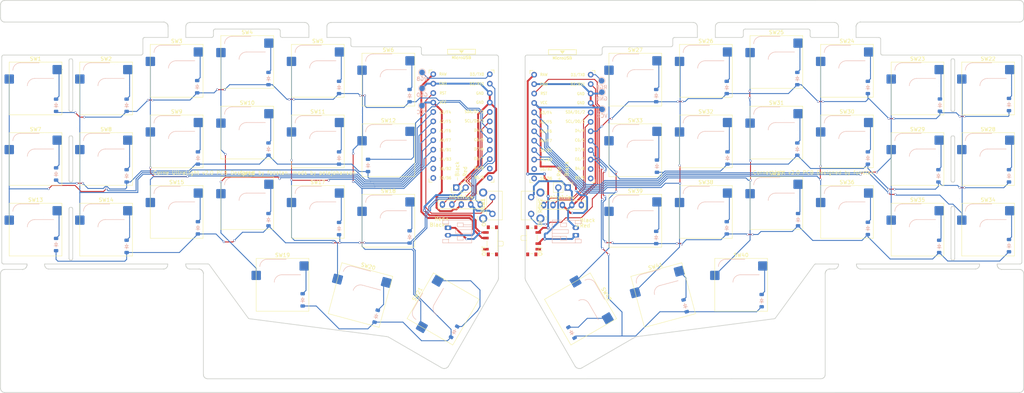
<source format=kicad_pcb>
(kicad_pcb (version 20240108) (generator "pcbnew") (generator_version "8.0")
  (title_block (title "Corne Light") (date "2020-11-12") (rev "2.0") (company "foostan"))
  (layers (0 "F.Cu" signal) (31 "B.Cu" signal) (34 "B.Paste" user) (35 "F.Paste" user) (36 "B.SilkS" user "B.Silkscreen") (37 "F.SilkS" user "F.Silkscreen") (38 "B.Mask" user) (39 "F.Mask" user) (44 "Edge.Cuts" user))
  (net 0 "")
  (net 1 "row0")
  (net 2 "row1")
  (net 3 "row2")
  (net 4 "row3")
  (net 5 "GND")
  (net 6 "VCC")
  (net 7 "col0")
  (net 8 "col1")
  (net 9 "col2")
  (net 10 "col3")
  (net 11 "col4")
  (net 12 "col5")
  (net 13 "reset")
  (net 14 "SCL")
  (net 15 "SDA")
  (net 16 "Net-(BATJ1-Pin_2)")
  (net 17 "+BATT")
  (net 18 "Net-(BATJ3-Pin_2)")
  (net 20 "row0_r")
  (net 21 "row1_r")
  (net 22 "row2_r")
  (net 23 "row3_r")
  (net 24 "SDA_r")
  (net 25 "SCL_r")
  (net 26 "reset_r")
  (net 27 "col0_r")
  (net 28 "col1_r")
  (net 29 "col2_r")
  (net 30 "col3_r")
  (net 31 "col4_r")
  (net 32 "col5_r")
  (net 34 "Net-(D1-A)")
  (net 35 "CS")
  (net 36 "RGB")
  (net 37 "Net-(D2-A)")
  (net 38 "VDD")
  (net 39 "GNDA")
  (net 40 "Net-(D3-A)")
  (net 41 "Net-(D4-A)")
  (net 42 "Net-(D5-A)")
  (net 43 "CS_r")
  (net 44 "RGB_r")
  (net 45 "+BATTA")
  (net 46 "Net-(D6-A)")
  (net 47 "Net-(D7-A)")
  (net 48 "Net-(D8-A)")
  (net 49 "Net-(D9-A)")
  (net 50 "Net-(D10-A)")
  (net 51 "Net-(D11-A)")
  (net 52 "Net-(D12-A)")
  (net 53 "Net-(D13-A)")
  (net 54 "Net-(D14-A)")
  (net 55 "Net-(D15-A)")
  (net 56 "Net-(D16-A)")
  (net 57 "Net-(D17-A)")
  (net 58 "Net-(D18-A)")
  (net 59 "Net-(D19-A)")
  (net 60 "Net-(D20-A)")
  (net 61 "Net-(D21-A)")
  (net 62 "Net-(D22-A)")
  (net 63 "Net-(D23-A)")
  (net 64 "Net-(D24-A)")
  (net 65 "Net-(D25-A)")
  (net 66 "Net-(D26-A)")
  (net 67 "Net-(D27-A)")
  (net 68 "Net-(D28-A)")
  (net 69 "Net-(D29-A)")
  (net 70 "Net-(D30-A)")
  (net 71 "Net-(D31-A)")
  (net 72 "Net-(D32-A)")
  (net 73 "Net-(D33-A)")
  (net 74 "Net-(D34-A)")
  (net 75 "Net-(D35-A)")
  (net 76 "Net-(D36-A)")
  (net 77 "Net-(D37-A)")
  (net 78 "Net-(D38-A)")
  (net 79 "Net-(D39-A)")
  (net 80 "Net-(D40-A)")
  (net 81 "Net-(D41-A)")
  (net 82 "Net-(D42-A)")
  (footprint "Button_Switch_THT:SW_Tactile_SKHH_Angled" (layer "F.Cu") (at 155.6375 79.695 90)
    (property "Reference" "RSW2")
    (property "Value" "SW_PUSH")
  )
  (footprint "ScottoKeebs_Hotswap:Hotswap_MX_1.00u" (layer "F.Cu") (at 278.684847 45.920432)
    (property "Reference" "SW22")
    (property "Value" "SW_PUSH")
  )
  (footprint "ScottoKeebs_Hotswap:Hotswap_MX_1.00u" (layer "F.Cu") (at 259.684847 45.920432)
    (property "Reference" "SW23")
    (property "Value" "SW_PUSH")
  )
  (footprint "ScottoKeebs_Hotswap:Hotswap_MX_1.00u" (layer "F.Cu") (at 240.684847 41.170432)
    (property "Reference" "SW24")
    (property "Value" "SW_PUSH")
  )
  (footprint "ScottoKeebs_Hotswap:Hotswap_MX_1.00u" (layer "F.Cu") (at 221.684847 38.795432)
    (property "Reference" "SW25")
    (property "Value" "SW_PUSH")
  )
  (footprint "ScottoKeebs_Hotswap:Hotswap_MX_1.00u" (layer "F.Cu") (at 202.684847 41.170432)
    (property "Reference" "SW26")
    (property "Value" "SW_PUSH")
  )
  (footprint "ScottoKeebs_Hotswap:Hotswap_MX_1.00u" (layer "F.Cu") (at 183.684847 43.545432)
    (property "Reference" "SW27")
    (property "Value" "SW_PUSH")
  )
  (footprint "ScottoKeebs_Hotswap:Hotswap_MX_1.00u" (layer "F.Cu") (at 278.684847 64.920432)
    (property "Reference" "SW28")
    (property "Value" "SW_PUSH")
  )
  (footprint "ScottoKeebs_Hotswap:Hotswap_MX_1.00u" (layer "F.Cu") (at 259.684847 64.920432)
    (property "Reference" "SW29")
    (property "Value" "SW_PUSH")
  )
  (footprint "ScottoKeebs_Hotswap:Hotswap_MX_1.00u" (layer "F.Cu") (at 240.684847 60.170432)
    (property "Reference" "SW30")
    (property "Value" "SW_PUSH")
  )
  (footprint "ScottoKeebs_Hotswap:Hotswap_MX_1.00u" (layer "F.Cu") (at 221.684847 57.795432)
    (property "Reference" "SW31")
    (property "Value" "SW_PUSH")
  )
  (footprint "ScottoKeebs_Hotswap:Hotswap_MX_1.00u" (layer "F.Cu") (at 202.684847 60.170432)
    (property "Reference" "SW32")
    (property "Value" "SW_PUSH")
  )
  (footprint "ScottoKeebs_Hotswap:Hotswap_MX_1.00u" (layer "F.Cu") (at 183.684847 62.545432)
    (property "Reference" "SW33")
    (property "Value" "SW_PUSH")
  )
  (footprint "ScottoKeebs_Hotswap:Hotswap_MX_1.00u" (layer "F.Cu") (at 278.684847 83.920432)
    (property "Reference" "SW34")
    (property "Value" "SW_PUSH")
  )
  (footprint "ScottoKeebs_Hotswap:Hotswap_MX_1.00u" (layer "F.Cu") (at 259.684847 83.920432)
    (property "Reference" "SW35")
    (property "Value" "SW_PUSH")
  )
  (footprint "ScottoKeebs_Hotswap:Hotswap_MX_1.00u" (layer "F.Cu") (at 240.684847 79.170432)
    (property "Reference" "SW36")
    (property "Value" "SW_PUSH")
  )
  (footprint "ScottoKeebs_Hotswap:Hotswap_MX_1.00u" (layer "F.Cu") (at 221.684847 76.795432)
    (property "Reference" "SW37")
    (property "Value" "SW_PUSH")
  )
  (footprint "ScottoKeebs_Hotswap:Hotswap_MX_1.00u" (layer "F.Cu") (at 202.684847 79.170432)
    (property "Reference" "SW38")
    (property "Value" "SW_PUSH")
  )
  (footprint "ScottoKeebs_Hotswap:Hotswap_MX_1.00u" (layer "F.Cu") (at 212.184847 98.795432)
    (property "Reference" "SW40")
    (property "Value" "SW_PUSH")
  )
  (footprint "ScottoKeebs_Hotswap:Hotswap_MX_1.00u" (layer "F.Cu") (at 191.184847 101.545432 15)
    (property "Reference" "SW41")
    (property "Value" "SW_PUSH")
  )
  (footprint "ScottoKeebs_Hotswap:Hotswap_MX_1.00u" (layer "F.Cu") (at 183.684847 81.545432)
    (property "Reference" "SW39")
    (property "Value" "SW_PUSH")
  )
  (footprint "kbd:ProMicro_v3" (layer "F.Cu") (at 136.8925 56.56)
    (property "Reference" "U1" (hide yes))
    (property "Value" "ProMicro" (hide yes))
  )
  (footprint "kbd:ProMicro_v3" (layer "F.Cu") (at 164.062847 56.686432)
    (property "Reference" "U2" (hide yes))
    (property "Value" "ProMicro" (hide yes))
  )
  (footprint "ScottoKeebs_Hotswap:Hotswap_MX_1.00u" (layer "F.Cu") (at 117.1875 43.545)
    (property "Reference" "SW6")
    (property "Value" "SW_PUSH")
  )
  (footprint "ScottoKeebs_Hotswap:Hotswap_MX_1.00u" (layer "F.Cu") (at 98.1875 41.17)
    (property "Reference" "SW5")
    (property "Value" "SW_PUSH")
  )
  (footprint "ScottoKeebs_Hotswap:Hotswap_MX_1.00u" (layer "F.Cu") (at 79.1875 38.795)
    (property "Reference" "SW4")
    (property "Value" "SW_PUSH")
  )
  (footprint "ScottoKeebs_Hotswap:Hotswap_MX_1.00u" (layer "F.Cu") (at 60.1875 41.17)
    (property "Reference" "SW3")
    (property "Value" "SW_PUSH")
  )
  (footprint "ScottoKeebs_Hotswap:Hotswap_MX_1.00u" (layer "F.Cu") (at 41.1875 45.92)
    (property "Reference" "SW2")
    (property "Value" "SW_PUSH")
  )
  (footprint "ScottoKeebs_Hotswap:Hotswap_MX_1.00u" (layer "F.Cu") (at 117.1875 81.545)
    (property "Reference" "SW18")
    (property "Value" "SW_PUSH")
  )
  (footprint "ScottoKeebs_Hotswap:Hotswap_MX_1.50u" (layer "F.Cu") (at 131.9375 105.295 60)
    (property "Reference" "SW21")
    (property "Value" "SW_PUSH")
  )
  (footprint "ScottoKeebs_Hotswap:Hotswap_MX_1.00u" (layer "F.Cu") (at 22.1875 83.92)
    (property "Reference" "SW13")
    (property "Value" "SW_PUSH")
  )
  (footprint "ScottoKeebs_Hotswap:Hotswap_MX_1.00u" (layer "F.Cu") (at 109.6875 101.545 -15)
    (property "Reference" "SW20")
    (property "Value" "SW_PUSH")
  )
  (footprint "ScottoKeebs_Hotswap:Hotswap_MX_1.00u" (layer "F.Cu") (at 88.6875 98.795)
    (property "Reference" "SW19")
    (property "Value" "SW_PUSH")
  )
  (footprint "ScottoKeebs_Hotswap:Hotswap_MX_1.00u" (layer "F.Cu") (at 98.1875 79.17)
    (property "Reference" "SW17")
    (property "Value" "SW_PUSH")
  )
  (footprint "ScottoKeebs_Hotswap:Hotswap_MX_1.00u" (layer "F.Cu") (at 79.1875 76.795)
    (property "Reference" "SW16")
    (property "Value" "SW_PUSH")
  )
  (footprint "ScottoKeebs_Hotswap:Hotswap_MX_1.00u" (layer "F.Cu") (at 60.1875 79.17)
    (property "Reference" "SW15")
    (property "Value" "SW_PUSH")
  )
  (footprint "ScottoKeebs_Hotswap:Hotswap_MX_1.00u" (layer "F.Cu") (at 41.1875 83.92)
    (property "Reference" "SW14")
    (property "Value" "SW_PUSH")
  )
  (footprint "ScottoKeebs_Hotswap:Hotswap_MX_1.00u" (layer "F.Cu") (at 117.1875 62.545)
    (property "Reference" "SW12")
    (property "Value" "SW_PUSH")
  )
  (footprint "ScottoKeebs_Hotswap:Hotswap_MX_1.00u" (layer "F.Cu") (at 98.1875 60.17)
    (property "Reference" "SW11")
    (property "Value" "SW_PUSH")
  )
  (footprint "ScottoKeebs_Hotswap:Hotswap_MX_1.00u" (layer "F.Cu") (at 79.1875 57.795)
    (property "Reference" "SW10")
    (property "Value" "SW_PUSH")
  )
  (footprint "ScottoKeebs_Hotswap:Hotswap_MX_1.00u" (layer "F.Cu") (at 60.1875 60.17)
    (property "Reference" "SW9")
    (property "Value" "SW_PUSH")
  )
  (footprint "ScottoKeebs_Hotswap:Hotswap_MX_1.00u" (layer "F.Cu") (at 41.1875 64.92)
    (property "Reference" "SW8")
    (property "Value" "SW_PUSH")
  )
  (footprint "ScottoKeebs_Hotswap:Hotswap_MX_1.00u" (layer "F.Cu") (at 22.1875 64.92)
    (property "Reference" "SW7")
    (property "Value" "SW_PUSH")
  )
  (footprint "ScottoKeebs_Hotswap:Hotswap_MX_1.00u" (layer "F.Cu") (at 22.1875 45.92)
    (property "Reference" "SW1")
    (property "Value" "SW_PUSH")
  )
  (footprint "ScottoKeebs_Hotswap:Hotswap_MX_1.50u" (layer "F.Cu") (at 168.934847 105.295432 -60)
    (property "Reference" "SW42")
    (property "Value" "SW_PUSH")
  )
  (footprint "nice_view:nice_view_1side" (layer "F.Cu") (at 131.7585 77.168)
    (property "Reference" "J2")
    (property "Value" "OLED" (hide yes))
  )
  (footprint "Button_Switch_THT:SW_Tactile_SKHH_Angled" (layer "F.Cu") (at 145.2125 75.195 -90)
    (property "Reference" "RSW1")
    (property "Value" "SW_PUSH")
  )
  (footprint "nice_view:nice_view_1side" (layer "F.Cu") (at 158.9875 77.31)
    (property "Reference" "J7")
    (property "Value" "OLED" (hide yes))
  )
  (footprint "Button_Switch_SMD:SW_SPDT_PCM12" (layer "F.Cu") (at 156.1325 86.945 -90)
    (property "Reference" "PSW2" (hide yes))
    (property "Value" "SW_SPST")
  )
  (footprint "kbd:thread_m2" (layer "F.Cu") (at 170.9445 84.524)
    (property "Reference" "Ref**" (hide yes))
    (property "Value" "Val**" (hide yes))
  )
  (footprint "kbd:spacer_m2" (layer "F.Cu") (at 269.1765 74.55)
    (property "Reference" "Ref**" (hide yes))
    (property "Value" "Val**" (hide yes))
  )
  (footprint "kbd:spacer_m2" (layer "F.Cu") (at 193.2385 52.0355)
    (property "Reference" "Ref**" (hide yes))
    (property "Value" "Val**" (hide yes))
  )
  (footprint "Connector_PinHeader_2.54mm:PinHeader_1x02_P2.54mm_Vertical" (layer "F.Cu") (at 165.5125 72.595 -90)
    (property "Reference" "BATJ3")
    (property "Value" "Conn_01x02_Female")
  )
  (footprint "kbd:spacer_m2" (layer "F.Cu") (at 226.0495 91.7905)
    (property "Reference" "Ref**" (hide yes))
    (property "Value" "Val**" (hide yes))
  )
  (footprint "kbd:spacer_m2" (layer "F.Cu") (at 269.1935 55.5255)
    (property "Reference" "Ref**" (hide yes))
    (property "Value" "Val**" (hide yes))
  )
  (footprint "kbd:thread_m2" (layer "F.Cu") (at 156.5125 93.045)
    (property "Reference" "Ref**" (hide yes))
    (property "Value" "Val**" (hide yes))
  )
  (footprint "Connector_PinHeader_2.54mm:PinHeader_1x02_P2.54mm_Vertical" (layer "F.Cu") (at 135.4725 72.595 90)
    (property "Reference" "BATJ1")
    (property "Value" "Conn_01x02_Female")
  )
  (footprint "kbd:spacer_m2" (layer "F.Cu") (at 179.4835 99.405)
    (property "Reference" "Ref**" (hide yes))
    (property "Value" "Val**" (hide yes))
  )
  (footprint "Button_Switch_SMD:SW_SPDT_PCM12" (layer "F.Cu") (at 144.8825 86.945 90)
    (property "Reference" "PSW1" (hide yes))
    (property "Value" "SW_SPST")
  )
  (footprint "ScottoKeebs_Components:Diode_SOD-123" (layer "B.Cu") (at 284.3125 88.245 90)
    (property "Reference" "D34" (hide yes))
    (property "Value" "D")
  )
  (footprint "ScottoKeebs_Components:Diode_SOD-123" (layer "B.Cu") (at 246.3125 83.595 90)
    (property "Reference" "D36" (hide yes))
    (property "Value" "D")
  )
  (footprint "ScottoKeebs_Components:Diode_SOD-123" (layer "B.Cu") (at 227.5125 81.245 90)
    (property "Reference" "D37" (hide yes))
    (property "Value" "D")
  )
  (footprint "ScottoKeebs_Components:Diode_SOD-123" (layer "B.Cu") (at 208.3125 83.445 90)
    (property "Reference" "D38" (hide yes))
    (property "Value" "D")
  )
  (footprint "ScottoKeebs_Components:Diode_SOD-123" (layer "B.Cu") (at 189.3125 86.045 90)
    (property "Reference" "D39" (hide yes))
    (property "Value" "D")
  )
  (footprint "ScottoKeebs_Components:Diode_SOD-123" (layer "B.Cu") (at 217.7125 103.045 90)
    (property "Reference" "D40" (hide yes))
    (property "Value" "D")
  )
  (footprint "ScottoKeebs_Components:Diode_SOD-123" (layer "B.Cu") (at 197.1125 104.445 105)
    (property "Reference" "D41" (hide yes))
    (property "Value" "D")
  )
  (footprint "ScottoKeebs_Components:Diode_SOD-123" (layer "B.Cu") (at 166.5125 111.645 120)
    (property "Reference" "D42" (hide yes))
    (property "Value" "D")
  )
  (footprint "ScottoKeebs_Components:Diode_SOD-123" (layer "B.Cu") (at 284.3125 50.245 90)
    (property "Reference" "D22" (hide yes))
    (property "Value" "D")
  )
  (footprint "ScottoKeebs_Components:Diode_SOD-123" (layer "B.Cu") (at 265.7125 50.395 90)
    (property "Reference" "D23" (hide yes))
    (property "Value" "D")
  )
  (footprint "ScottoKeebs_Components:Diode_SOD-123" (layer "B.Cu") (at 246.3125 45.645 90)
    (property "Reference" "D24" (hide yes))
    (property "Value" "D")
  )
  (footprint "ScottoKeebs_Components:Diode_SOD-123" (layer "B.Cu") (at 227.3125 43.245 90)
    (property "Reference" "D25" (hide yes))
    (property "Value" "D")
  )
  (footprint "ScottoKeebs_Components:Diode_SOD-123" (layer "B.Cu") (at 208.3125 45.645 90)
    (property "Reference" "D26" (hide yes))
    (property "Value" "D")
  )
  (footprint "ScottoKeebs_Components:Diode_SOD-123" (layer "B.Cu") (at 189.3125 47.845 90)
    (property "Reference" "D27" (hide yes))
    (property "Value" "D")
  )
  (footprint "ScottoKeebs_Components:Diode_SOD-123" (layer "B.Cu") (at 284.3125 69.445 90)
    (property "Reference" "D28" (hide yes))
    (property "Value" "D")
  )
  (footprint "ScottoKeebs_Components:Diode_SOD-123" (layer "B.Cu") (at 265.3125 69.445 90)
    (property "Reference" "D29" (hide yes))
    (property "Value" "D")
  )
  (footprint "ScottoKeebs_Components:Diode_SOD-123" (layer "B.Cu") (at 246.3125 64.645 90)
    (property "Reference" "D30" (hide yes))
    (property "Value" "D")
  )
  (footprint "ScottoKeebs_Components:Diode_SOD-123" (layer "B.Cu") (at 227.3125 62.245 90)
    (property "Reference" "D31" (hide yes))
    (property "Value" "D")
  )
  (footprint "ScottoKeebs_Components:Diode_SOD-123" (layer "B.Cu") (at 208.5125 64.645 90)
    (property "Reference" "D32" (hide yes))
    (property "Value" "D")
  )
  (footprint "ScottoKeebs_Components:Diode_SOD-123" (layer "B.Cu") (at 46.7125 88.445 90)
    (property "Reference" "D14" (hide yes))
    (property "Value" "D")
  )
  (footprint "ScottoKeebs_Components:Diode_SOD-123" (layer "B.Cu") (at 46.7125 69.445 90)
    (property "Reference" "D8" (hide yes))
    (property "Value" "D")
  )
  (footprint "ScottoKeebs_Components:Diode_SOD-123" (layer "B.Cu") (at 46.7125 50.445 90)
    (property "Reference" "D2" (hide yes))
    (property "Value" "D")
  )
  (footprint "ScottoKeebs_Components:Diode_SOD-123" (layer "B.Cu") (at 189.5125 66.845 90)
    (property "Reference" "D33" (hide yes))
    (property "Value" "D")
  )
  (footprint "ScottoKeebs_Components:Diode_SOD-123" (layer "B.Cu") (at 134.9125 111.445 60)
    (property "Reference" "D21" (hide yes))
    (property "Value" "D")
  )
  (footprint "ScottoKeebs_Components:Diode_SOD-123" (layer "B.Cu") (at 113.9125 107.245 75)
    (property "Reference" "D20" (hide yes))
    (property "Value" "D")
  )
  (footprint "ScottoKeebs_Components:Diode_SOD-123" (layer "B.Cu") (at 94.1125 102.845 90)
    (property "Reference" "D19" (hide yes))
    (property "Value" "D")
  )
  (footprint "ScottoKeebs_Components:Diode_SOD-123" (layer "B.Cu") (at 122.9125 85.895 90)
    (property "Reference" "D18" (hide yes))
    (property "Value" "D")
  )
  (footprint "ScottoKeebs_Components:Diode_SOD-123" (layer "B.Cu") (at 103.9125 83.645 90)
    (property "Reference" "D17" (hide yes))
    (property "Value" "D")
  )
  (footprint "ScottoKeebs_Components:Diode_SOD-123" (layer "B.Cu") (at 84.9125 81.245 90)
    (property "Reference" "D16" (hide yes))
    (property "Value" "D")
  )
  (footprint "ScottoKeebs_Components:Diode_SOD-123" (layer "B.Cu") (at 65.9125 83.445 90)
    (property "Reference" "D15" (hide yes))
    (property "Value" "D")
  )
  (footprint "ScottoKeebs_Components:Diode_SOD-123" (layer "B.Cu") (at 27.7125 87.945 90)
    (property "Reference" "D13" (hide yes))
    (property "Value" "D")
  )
  (footprint "ScottoKeebs_Components:Diode_SOD-123" (layer "B.Cu") (at 111.7125 66.645 90)
    (property "Reference" "D12" (hide yes))
    (property "Value" "D")
  )
  (footprint "ScottoKeebs_Components:Diode_SOD-123" (layer "B.Cu") (at 103.9125 64.645 90)
    (property "Reference" "D11" (hide yes))
    (property "Value" "D")
  )
  (footprint "ScottoKeebs_Components:Diode_SOD-123" (layer "B.Cu") (at 84.9125 62.245 90)
    (property "Reference" "D10" (hide yes))
    (property "Value" "D")
  )
  (footprint "ScottoKeebs_Components:Diode_SOD-123" (layer "B.Cu") (at 65.9125 64.645 90)
    (property "Reference" "D9" (hide yes))
    (property "Value" "D")
  )
  (footprint "ScottoKeebs_Components:Diode_SOD-123" (layer "B.Cu") (at 27.7125 68.945 90)
    (property "Reference" "D7" (hide yes))
    (property "Value" "D")
  )
  (footprint "ScottoKeebs_Components:Diode_SOD-123" (layer "B.Cu") (at 122.9125 47.845 90)
    (property "Reference" "D6" (hide yes))
    (property "Value" "D")
  )
  (footprint "ScottoKeebs_Components:Diode_SOD-123" (layer "B.Cu") (at 103.9125 45.645 90)
    (property "Reference" "D5" (hide yes))
    (property "Value" "D")
  )
  (footprint "ScottoKeebs_Components:Diode_SOD-123" (layer "B.Cu") (at 84.9125 43.245 90)
    (property "Reference" "D4" (hide yes))
    (property "Value" "D")
  )
  (footprint "ScottoKeebs_Components:Diode_SOD-123" (layer "B.Cu") (at 65.7125 45.445 90)
    (property "Reference" "D3" (hide yes))
    (property "Value" "D")
  )
  (footprint "ScottoKeebs_Components:Diode_SOD-123" (layer "B.Cu") (at 27.7125 50.445 90)
    (property "Reference" "D1" (hide yes))
    (property "Value" "D")
  )
  (footprint "ScottoKeebs_Components:Diode_SOD-123" (layer "B.Cu") (at 265.5125 88.445 90)
    (property "Reference" "D35" (hide yes))
    (property "Value" "D")
  )
  (footprint "kbd:spacer_m2" (layer "B.Cu") (at 107.7125 52.045 180)
    (property "Reference" "Ref**" (hide yes))
    (property "Value" "Val**" (hide yes))
  )
  (footprint "kbd:spacer_m2" (layer "B.Cu") (at 74.9015 91.8 180)
    (property "Reference" "Ref**" (hide yes))
    (property "Value" "Val**" (hide yes))
  )
  (footprint "" (layer "B.Cu") (at 156.5125 93.045 180)
    (property "Reference" "")
    (property "Value" "")
  )
  (footprint "" (layer "B.Cu") (at 170.9445 84.524 180)
    (property "Reference" "")
    (property "Value" "")
  )
  (footprint "" (layer "B.Cu") (at 226.0495 91.7905 180)
    (property "Reference" "")
    (property "Value" "")
  )
  (footprint "" (layer "B.Cu") (at 269.1935 55.5255 180)
    (property "Reference" "")
    (property "Value" "")
  )
  (footprint "Connector_JST:JST_PH_S2B-PH-K_1x02_P2.00mm_Horizontal" (layer "B.Cu") (at 167.6625 85.445 90)
    (property "Reference" "BATJ4" (hide yes))
    (property "Value" "Conn_01x02_Female")
  )
  (footprint "TestPoint:TestPoint_Pad_D1.5mm" (layer "B.Cu") (at 126.2375 50.545 180)
    (property "Reference" "TP2")
    (property "Value" "VCC")
  )
  (footprint "TestPoint:TestPoint_Pad_D1.5mm" (layer "B.Cu") (at 174.7625 51.545 180)
    (property "Reference" "TP5")
    (property "Value" "VCC")
  )
  (footprint "kbd:thread_m2" (layer "B.Cu") (at 130.0065 84.5335 180)
    (property "Reference" "Ref**" (hide yes))
    (property "Value" "Val**" (hide yes))
  )
  (footprint "kbd:spacer_m2" (layer "B.Cu") (at 121.4675 99.4145 180)
    (property "Reference" "Ref**" (hide yes))
    (property "Value" "Val**" (hide yes))
  )
  (footprint "" (layer "B.Cu") (at 193.2385 52.0355 180)
    (property "Reference" "")
    (property "Value" "")
  )
  (footprint "" (layer "B.Cu") (at 269.1765 74.55 180)
    (property "Reference" "")
    (property "Value" "")
  )
  (footprint "" (layer "B.Cu") (at 179.4835 99.405 180)
    (property "Reference" "")
    (property "Value" "")
  )
  (footprint "kbd:thread_m2" (layer "B.Cu") (at 144.4385 93.0545 180)
    (property "Reference" "Ref**" (hide yes))
    (property "Value" "Val**" (hide yes))
  )
  (footprint "kbd:spacer_m2" (layer "B.Cu") (at 31.7575 55.535 180)
    (property "Reference" "Ref**" (hide yes))
    (property "Value" "Val**" (hide yes))
  )
  (footprint "TestPoint:TestPoint_Pad_D1.5mm" (layer "B.Cu") (at 174.6125 43.845 180)
    (property "Reference" "TP4")
    (property "Value" "RGB")
  )
  (footprint "TestPoint:TestPoint_Pad_D1.5mm" (layer "B.Cu") (at 174.6875 46.92 180)
    (property "Reference" "TP6")
    (property "Value" "GND")
  )
  (footprint "TestPoint:TestPoint_Pad_D1.5mm" (layer "B.Cu") (at 126.2625 41.595 180)
    (property "Reference" "TP1")
    (property "Value" "RGB")
  )
  (footprint "Connector_JST:JST_PH_S2B-PH-K_1x02_P2.00mm_Horizontal" (layer "B.Cu") (at 133.2625 83.445 -90)
    (property "Reference" "BATJ2" (hide yes))
    (property "Value" "Conn_01x02_Female")
  )
  (footprint "kbd:spacer_m2" (layer "B.Cu") (at 31.7745 74.5595 180)
    (property "Reference" "Ref**" (hide yes))
    (property "Value" "Val**" (hide yes))
  )
  (footprint "TestPoint:TestPoint_Pad_D1.5mm" (layer "B.Cu") (at 126.2625 45.92 180)
    (property "Reference" "TP3")
    (property "Value" "GND")
  )
  (gr_line (start 31.1975 51.66) (end 31.1975 38.41) (stroke (width 0.2)) (layer "Edge.Cuts"))
  (gr_line (start 32.1975 59.16) (end 32.1975 70.66) (stroke (width 0.2)) (layer "Edge.Cuts"))
  (gr_line (start 31.47875 37.94125) (end 31.6975 37.91) (stroke (width 0.2)) (layer "Edge.Cuts"))
  (gr_line (start 31.885 37.94125) (end 31.6975 37.91) (stroke (width 0.2)) (layer "Edge.Cuts"))
  (gr_line (start 31.22875 38.2225) (end 31.3225 38.035) (stroke (width 0.2)) (layer "Edge.Cuts"))
  (gr_line (start 31.22875 38.2225) (end 31.1975 38.41) (stroke (width 0.2)) (layer "Edge.Cuts"))
  (gr_line (start 32.16625 38.2225) (end 32.0725 38.035) (stroke (width 0.2)) (layer "Edge.Cuts"))
  (gr_line (start 32.1975 38.41) (end 32.16625 38.2225) (stroke (width 0.2)) (layer "Edge.Cuts"))
  (gr_line (start 31.51 52.12875) (end 31.6975 52.16) (stroke (width 0.2)) (layer "Edge.Cuts"))
  (gr_line (start 31.22875 51.8475) (end 31.3225 52.035) (stroke (width 0.2)) (layer "Edge.Cuts"))
  (gr_line (start 31.1975 51.66) (end 31.22875 51.8475) (stroke (width 0.2)) (layer "Edge.Cuts"))
  (gr_line (start 32.16625 51.8475) (end 32.1975 51.66) (stroke (width 0.2)) (layer "Edge.Cuts"))
  (gr_line (start 31.91625 52.12875) (end 32.0725 52.035) (stroke (width 0.2)) (layer "Edge.Cuts"))
  (gr_line (start 32.16625 51.8475) (end 32.0725 52.035) (stroke (width 0.2)) (layer "Edge.Cuts"))
  (gr_line (start 31.91625 52.12875) (end 31.6975 52.16) (stroke (width 0.2)) (layer "Edge.Cuts"))
  (gr_line (start 31.3225 52.035) (end 31.51 52.12875) (stroke (width 0.2)) (layer "Edge.Cuts"))
  (gr_line (start 31.885 58.69125) (end 31.6975 58.66) (stroke (width 0.2)) (layer "Edge.Cuts"))
  (gr_line (start 32.16625 58.9725) (end 32.0725 58.785) (stroke (width 0.2)) (layer "Edge.Cuts"))
  (gr_line (start 32.1975 59.16) (end 32.16625 58.9725) (stroke (width 0.2)) (layer "Edge.Cuts"))
  (gr_line (start 31.22875 58.9725) (end 31.1975 59.16) (stroke (width 0.2)) (layer "Edge.Cuts"))
  (gr_line (start 31.47875 58.69125) (end 31.3225 58.785) (stroke (width 0.2)) (layer "Edge.Cuts"))
  (gr_line (start 31.22875 58.9725) (end 31.3225 58.785) (stroke (width 0.2)) (layer "Edge.Cuts"))
  (gr_line (start 31.47875 58.69125) (end 31.6975 58.66) (stroke (width 0.2)) (layer "Edge.Cuts"))
  (gr_line (start 32.0725 58.785) (end 31.885 58.69125) (stroke (width 0.2)) (layer "Edge.Cuts"))
  (gr_line (start 31.51 71.12875) (end 31.6975 71.16) (stroke (width 0.2)) (layer "Edge.Cuts"))
  (gr_line (start 32.16625 70.8475) (end 32.1975 70.66) (stroke (width 0.2)) (layer "Edge.Cuts"))
  (gr_line (start 32.16625 70.8475) (end 32.0725 71.035) (stroke (width 0.2)) (layer "Edge.Cuts"))
  (gr_line (start 31.22875 70.8475) (end 31.3225 71.035) (stroke (width 0.2)) (layer "Edge.Cuts"))
  (gr_line (start 31.91625 71.12875) (end 32.0725 71.035) (stroke (width 0.2)) (layer "Edge.Cuts"))
  (gr_line (start 31.3225 71.035) (end 31.51 71.12875) (stroke (width 0.2)) (layer "Edge.Cuts"))
  (gr_line (start 31.91625 71.12875) (end 31.6975 71.16) (stroke (width 0.2)) (layer "Edge.Cuts"))
  (gr_line (start 31.1975 70.66) (end 31.22875 70.8475) (stroke (width 0.2)) (layer "Edge.Cuts"))
  (gr_line (start 31.47875 77.94125) (end 31.3225 78.035) (stroke (width 0.2)) (layer "Edge.Cuts"))
  (gr_line (start 31.22875 78.2225) (end 31.3225 78.035) (stroke (width 0.2)) (layer "Edge.Cuts"))
  (gr_line (start 32.16625 78.2225) (end 32.0725 78.035) (stroke (width 0.2)) (layer "Edge.Cuts"))
  (gr_line (start 31.885 77.94125) (end 31.6975 77.91) (stroke (width 0.2)) (layer "Edge.Cuts"))
  (gr_line (start 32.0725 78.035) (end 31.885 77.94125) (stroke (width 0.2)) (layer "Edge.Cuts"))
  (gr_line (start 31.22875 78.2225) (end 31.1975 78.41) (stroke (width 0.2)) (layer "Edge.Cuts"))
  (gr_line (start 32.1975 78.41) (end 32.16625 78.2225) (stroke (width 0.2)) (layer "Edge.Cuts"))
  (gr_line (start 31.47875 77.94125) (end 31.6975 77.91) (stroke (width 0.2)) (layer "Edge.Cuts"))
  (gr_line (start 32.16625 91.8475) (end 32.1975 91.66) (stroke (width 0.2)) (layer "Edge.Cuts"))
  (gr_line (start 31.91625 92.12875) (end 32.0725 92.035) (stroke (width 0.2)) (layer "Edge.Cuts"))
  (gr_line (start 31.91625 92.12875) (end 31.6975 92.16) (stroke (width 0.2)) (layer "Edge.Cuts"))
  (gr_line (start 32.16625 91.8475) (end 32.0725 92.035) (stroke (width 0.2)) (layer "Edge.Cuts"))
  (gr_line (start 31.1975 91.66) (end 31.22875 91.8475) (stroke (width 0.2)) (layer "Edge.Cuts"))
  (gr_line (start 31.22875 91.8475) (end 31.3225 92.035) (stroke (width 0.2)) (layer "Edge.Cuts"))
  (gr_line (start 31.51 92.12875) (end 31.6975 92.16) (stroke (width 0.2)) (layer "Edge.Cuts"))
  (gr_line (start 31.3225 92.035) (end 31.51 92.12875) (stroke (width 0.2)) (layer "Edge.Cuts"))
  (gr_line (start 269.385 37.94125) (end 269.1975 37.91) (stroke (width 0.2)) (layer "Edge.Cuts"))
  (gr_line (start 269.66625 38.2225) (end 269.5725 38.035) (stroke (width 0.2)) (layer "Edge.Cuts"))
  (gr_line (start 269.6975 38.41) (end 269.66625 38.2225) (stroke (width 0.2)) (layer "Edge.Cuts"))
  (gr_line (start 268.72875 38.2225) (end 268.6975 38.41) (stroke (width 0.2)) (layer "Edge.Cuts"))
  (gr_line (start 268.97875 37.94125) (end 268.8225 38.035) (stroke (width 0.2)) (layer "Edge.Cuts"))
  (gr_line (start 268.72875 38.2225) (end 268.8225 38.035) (stroke (width 0.2)) (layer "Edge.Cuts"))
  (gr_line (start 268.97875 37.94125) (end 269.1975 37.91) (stroke (width 0.2)) (layer "Edge.Cuts"))
  (gr_line (start 269.5725 38.035) (end 269.385 37.94125) (stroke (width 0.2)) (layer "Edge.Cuts"))
  (gr_line (start 269.66625 51.8475) (end 269.5725 52.035) (stroke (width 0.2)) (layer "Edge.Cuts"))
  (gr_line (start 269.41625 52.12875) (end 269.5725 52.035) (stroke (width 0.2)) (layer "Edge.Cuts"))
  (gr_line (start 268.72875 51.8475) (end 268.8225 52.035) (stroke (width 0.2)) (layer "Edge.Cuts"))
  (gr_line (start 269.01 52.12875) (end 269.1975 52.16) (stroke (width 0.2)) (layer "Edge.Cuts"))
  (gr_line (start 269.41625 52.12875) (end 269.1975 52.16) (stroke (width 0.2)) (layer "Edge.Cuts"))
  (gr_line (start 269.66625 51.8475) (end 269.6975 51.66) (stroke (width 0.2)) (layer "Edge.Cuts"))
  (gr_line (start 268.8225 52.035) (end 269.01 52.12875) (stroke (width 0.2)) (layer "Edge.Cuts"))
  (gr_line (start 268.6975 51.66) (end 268.72875 51.8475) (stroke (width 0.2)) (layer "Edge.Cuts"))
  (gr_line (start 268.97875 58.69125) (end 269.1975 58.66) (stroke (width 0.2)) (layer "Edge.Cuts"))
  (gr_line (start 268.72875 58.9725) (end 268.6975 59.16) (stroke (width 0.2)) (layer "Edge.Cuts"))
  (gr_line (start 269.5725 58.785) (end 269.385 58.69125) (stroke (width 0.2)) (layer "Edge.Cuts"))
  (gr_line (start 269.66625 58.9725) (end 269.5725 58.785) (stroke (width 0.2)) (layer "Edge.Cuts"))
  (gr_line (start 269.385 58.69125) (end 269.1975 58.66) (stroke (width 0.2)) (layer "Edge.Cuts"))
  (gr_line (start 268.97875 58.69125) (end 268.8225 58.785) (stroke (width 0.2)) (layer "Edge.Cuts"))
  (gr_line (start 268.72875 58.9725) (end 268.8225 58.785) (stroke (width 0.2)) (layer "Edge.Cuts"))
  (gr_line (start 269.6975 59.16) (end 269.66625 58.9725) (stroke (width 0.2)) (layer "Edge.Cuts"))
  (gr_line (start 269.41625 71.12875) (end 269.1975 71.16) (stroke (width 0.2)) (layer "Edge.Cuts"))
  (gr_line (start 269.66625 70.8475) (end 269.6975 70.66) (stroke (width 0.2)) (layer "Edge.Cuts"))
  (gr_line (start 268.6975 70.66) (end 268.72875 70.8475) (stroke (width 0.2)) (layer "Edge.Cuts"))
  (gr_line (start 269.41625 71.12875) (end 269.5725 71.035) (stroke (width 0.2)) (layer "Edge.Cuts"))
  (gr_line (start 269.01 71.12875) (end 269.1975 71.16) (stroke (width 0.2)) (layer "Edge.Cuts"))
  (gr_line (start 269.66625 70.8475) (end 269.5725 71.035) (stroke (width 0.2)) (layer "Edge.Cuts"))
  (gr_line (start 268.8225 71.035) (end 269.01 71.12875) (stroke (width 0.2)) (layer "Edge.Cuts"))
  (gr_line (start 268.72875 70.8475) (end 268.8225 71.035) (stroke (width 0.2)) (layer "Edge.Cuts"))
  (gr_line (start 269.66625 77.9725) (end 269.5725 77.785) (stroke (width 0.2)) (layer "Edge.Cuts"))
  (gr_line (start 268.72875 77.9725) (end 268.8225 77.785) (stroke (width 0.2)) (layer "Edge.Cuts"))
  (gr_line (start 269.5725 77.785) (end 269.385 77.69125) (stroke (width 0.2)) (layer "Edge.Cuts"))
  (gr_line (start 268.72875 77.9725) (end 268.6975 78.16) (stroke (width 0.2)) (layer "Edge.Cuts"))
  (gr_line (start 268.97875 77.69125) (end 268.8225 77.785) (stroke (width 0.2)) (layer "Edge.Cuts"))
  (gr_line (start 269.385 77.69125) (end 269.1975 77.66) (stroke (width 0.2)) (layer "Edge.Cuts"))
  (gr_line (start 269.6975 78.16) (end 269.66625 77.9725) (stroke (width 0.2)) (layer "Edge.Cuts"))
  (gr_line (start 268.97875 77.69125) (end 269.1975 77.66) (stroke (width 0.2)) (layer "Edge.Cuts"))
  (gr_line (start 268.6975 91.66) (end 268.72875 91.8475) (stroke (width 0.2)) (layer "Edge.Cuts"))
  (gr_line (start 269.41625 92.12875) (end 269.1975 92.16) (stroke (width 0.2)) (layer "Edge.Cuts"))
  (gr_line (start 269.01 92.12875) (end 269.1975 92.16) (stroke (width 0.2)) (layer "Edge.Cuts"))
  (gr_line (start 269.66625 91.8475) (end 269.5725 92.035) (stroke (width 0.2)) (layer "Edge.Cuts"))
  (gr_line (start 268.8225 92.035) (end 269.01 92.12875) (stroke (width 0.2)) (layer "Edge.Cuts"))
  (gr_line (start 268.72875 91.8475) (end 268.8225 92.035) (stroke (width 0.2)) (layer "Edge.Cuts"))
  (gr_line (start 269.66625 91.8475) (end 269.6975 91.66) (stroke (width 0.2)) (layer "Edge.Cuts"))
  (gr_line (start 269.41625 92.12875) (end 269.5725 92.035) (stroke (width 0.2)) (layer "Edge.Cuts"))
  (gr_line (start 287.761114 27.841367) (end 287.933833 27.699127) (stroke (width 0.2)) (layer "Edge.Cuts"))
  (gr_line (start 19.674538 94.092121) (end 19.671998 94.094661) (stroke (width 0.2)) (layer "Edge.Cuts"))
  (gr_line (start 57.853241 29.027545) (end 57.855781 29.027545) (stroke (width 0.2)) (layer "Edge.Cuts"))
  (gr_line (start 237.248183 28.136006) (end 206.377054 28.136006) (stroke (width 0.2)) (layer "Edge.Cuts"))
  (gr_line (start 57.782121 28.798946) (end 57.782121 28.798946) (stroke (width 0.2)) (layer "Edge.Cuts"))
  (gr_line (start 13.283905 37.031077) (end 13.184845 37.132677) (stroke (width 0.2)) (layer "Edge.Cuts"))
  (gr_line (start 57.784661 28.801486) (end 57.787201 28.806566) (stroke (width 0.2)) (layer "Edge.Cuts"))
  (gr_line (start 95.445203 28.473826) (end 95.272484 28.334126) (stroke (width 0.2)) (layer "Edge.Cuts"))
  (gr_line (start 62.630976 93.406322) (end 62.630976 93.411402) (stroke (width 0.2)) (layer "Edge.Cuts"))
  (gr_line (start 243.161298 29.037705) (end 243.161298 29.037705) (stroke (width 0.2)) (layer "Edge.Cuts"))
  (gr_line (start 234.804706 123.167472) (end 234.825026 122.943953) (stroke (width 0.2)) (layer "Edge.Cuts"))
  (gr_line (start 12.946085 22.715652) (end 12.841945 22.911231) (stroke (width 0.2)) (layer "Edge.Cuts"))
  (gr_line (start 18.653459 94.643301) (end 18.650919 94.643301) (stroke (width 0.2)) (layer "Edge.Cuts"))
  (gr_line (start 88.185891 31.981562) (end 88.284951 32.080622) (stroke (width 0.2)) (layer "Edge.Cuts"))
  (gr_line (start 18.645839 94.643301) (end 13.893504 94.643301) (stroke (width 0.2)) (layer "Edge.Cuts"))
  (gr_line (start 57.279201 94.348661) (end 57.449381 94.208961) (stroke (width 0.2)) (layer "Edge.Cuts"))
  (gr_line (start 18.892219 94.617901) (end 18.887139 94.617901) (stroke (width 0.2)) (layer "Edge.Cuts"))
  (gr_line (start 79.481319 107.782708) (end 79.595619 107.869068) (stroke (width 0.2)) (layer "Edge.Cuts"))
  (gr_line (start 234.825026 95.768519) (end 234.825026 95.768519) (stroke (width 0.2)) (layer "Edge.Cuts"))
  (gr_line (start 107.113952 34.35138) (end 107.185072 34.48092) (stroke (width 0.2)) (layer "Edge.Cuts"))
  (gr_line (start 19.875198 93.180262) (end 19.880278 93.408862) (stroke (width 0.2)) (layer "Edge.Cuts"))
  (gr_line (start 66.616232 94.638221) (end 66.618772 94.638221) (stroke (width 0.2)) (layer "Edge.Cuts"))
  (gr_line (start 19.857418 93.642542) (end 19.857418 93.642542) (stroke (width 0.2)) (layer "Edge.Cuts"))
  (gr_line (start 231.274109 32.184762) (end 238.386102 32.184762) (stroke (width 0.2)) (layer "Edge.Cuts"))
  (gr_line (start 287.756034 94.82618) (end 287.557914 94.72204) (stroke (width 0.2)) (layer "Edge.Cuts"))
  (gr_line (start 94.863544 28.166486) (end 94.640024 28.143626) (stroke (width 0.2)) (layer "Edge.Cuts"))
  (gr_line (start 249.673851 32.387962) (end 249.744971 32.520042) (stroke (width 0.2)) (layer "Edge.Cuts"))
  (gr_line (start 169.40485 121.097374) (end 169.277851 121.173574) (stroke (width 0.2)) (layer "Edge.Cuts"))
  (gr_line (start 67.281711 95.29862) (end 67.284251 95.30116) (stroke (width 0.2)) (layer "Edge.Cuts"))
  (gr_line (start 205.935094 28.224906) (end 205.739515 28.329046) (stroke (width 0.2)) (layer "Edge.Cuts"))
  (gr_line (start 243.161298 29.037705) (end 243.161298 29.037705) (stroke (width 0.2)) (layer "Edge.Cuts"))
  (gr_line (start 101.769797 28.143626) (end 101.762177 28.143626) (stroke (width 0.2)) (layer "Edge.Cuts"))
  (gr_line (start 13.184845 37.132677) (end 13.113725 37.262217) (stroke (width 0.2)) (layer "Edge.Cuts"))
  (gr_line (start 234.847886 95.53484) (end 234.850426 95.5323) (stroke (width 0.2)) (layer "Edge.Cuts"))
  (gr_line (start 19.128439 94.544241) (end 19.128439 94.544241) (stroke (width 0.2)) (layer "Edge.Cuts"))
  (gr_line (start 236.051845 94.534081) (end 236.051845 94.534081) (stroke (width 0.2)) (layer "Edge.Cuts"))
  (gr_line (start 237.685063 28.222366) (end 237.471703 28.156326) (stroke (width 0.2)) (layer "Edge.Cuts"))
  (gr_line (start 288.238633 95.545) (end 288.172593 95.33164) (stroke (width 0.2)) (layer "Edge.Cuts"))
  (gr_line (start 243.161298 29.037705) (end 243.161298 29.032625) (stroke (width 0.2)) (layer "Edge.Cuts"))
  (gr_line (start 243.240037 93.396162) (end 243.240037 93.403782) (stroke (width 0.2)) (layer "Edge.Cuts"))
  (gr_line (start 221.114119 107.930027) (end 221.022679 107.937647) (stroke (width 0.2)) (layer "Edge.Cuts"))
  (gr_line (start 70.113808 30.261984) (end 70.085868 30.429624) (stroke (width 0.2)) (layer "Edge.Cuts"))
  (gr_line (start 230.87279 31.986642) (end 230.80167 31.854563) (stroke (width 0.2)) (layer "Edge.Cuts"))
  (gr_line (start 281.35016 94.089581) (end 281.34762 94.084501) (stroke (width 0.2)) (layer "Edge.Cuts"))
  (gr_line (start 234.494826 123.749132) (end 234.637066 123.576412) (stroke (width 0.2)) (layer "Edge.Cuts"))
  (gr_line (start 287.273434 36.937098) (end 287.443614 36.967578) (stroke (width 0.2)) (layer "Edge.Cuts"))
  (gr_line (start 50.886027 36.830418) (end 50.985087 36.728818) (stroke (width 0.2)) (layer "Edge.Cuts"))
  (gr_line (start 95.272484 28.334126) (end 95.076904 28.229986) (stroke (width 0.2)) (layer "Edge.Cuts"))
  (gr_line (start 235.376205 94.7449) (end 235.579405 94.633141) (stroke (width 0.2)) (layer "Edge.Cuts"))
  (gr_line (start 169.277851 121.173574) (end 169.140691 121.237074) (stroke (width 0.2)) (layer "Edge.Cuts"))
  (gr_line (start 282.140099 94.612821) (end 282.140099 94.612821) (stroke (width 0.2)) (layer "Edge.Cuts"))
  (gr_line (start 12.778445 126.886029) (end 12.844485 127.096849) (stroke (width 0.2)) (layer "Edge.Cuts"))
  (gr_line (start 146.735373 97.500798) (end 146.783633 97.343318) (stroke (width 0.2)) (layer "Edge.Cuts"))
  (gr_line (start 174.274026 36.937098) (end 174.274026 36.937098) (stroke (width 0.2)) (layer "Edge.Cuts"))
  (gr_line (start 276.300645 93.830501) (end 276.366685 93.617142) (stroke (width 0.2)) (layer "Edge.Cuts"))
  (gr_line (start 287.926213 94.96588) (end 287.756034 94.82618) (stroke (width 0.2)) (layer "Edge.Cuts"))
  (gr_line (start 57.512881 28.400166) (end 57.512881 28.400166) (stroke (width 0.2)) (layer "Edge.Cuts"))
  (gr_line (start 63.768895 28.143626) (end 63.763815 28.143626) (stroke (width 0.2)) (layer "Edge.Cuts"))
  (gr_line (start 125.584814 34.67904) (end 107.583851 34.67904) (stroke (width 0.2)) (layer "Edge.Cuts"))
  (gr_line (start 24.718973 93.848281) (end 24.825653 94.041321) (stroke (width 0.2)) (layer "Edge.Cuts"))
  (gr_line (start 200.38774 29.266305) (end 200.36488 29.042785) (stroke (width 0.2)) (layer "Edge.Cuts"))
  (gr_line (start 234.847886 95.53738) (end 234.847886 95.53484) (stroke (width 0.2)) (layer "Edge.Cuts"))
  (gr_line (start 244.129037 28.059806) (end 244.131577 28.059806) (stroke (width 0.2)) (layer "Edge.Cuts"))
  (gr_line (start 276.387005 93.396162) (end 276.394625 93.185342) (stroke (width 0.2)) (layer "Edge.Cuts"))
  (gr_line (start 63.326935 28.232526) (end 63.131355 28.339206) (stroke (width 0.2)) (layer "Edge.Cuts"))
  (gr_line (start 19.524678 94.275001) (end 19.524678 94.275001) (stroke (width 0.2)) (layer "Edge.Cuts"))
  (gr_line (start 95.785563 32.179682) (end 95.780483 29.281545) (stroke (width 0.2)) (layer "Edge.Cuts"))
  (gr_line (start 194.273966 32.184762) (end 200.39536 32.184762) (stroke (width 0.2)) (layer "Edge.Cuts"))
  (gr_line (start 235.371125 94.74744) (end 235.376205 94.7449) (stroke (width 0.2)) (layer "Edge.Cuts"))
  (gr_line (start 244.362716 28.034406) (end 244.365256 28.034406) (stroke (width 0.2)) (layer "Edge.Cuts"))
  (gr_line (start 13.258505 94.83888) (end 13.085785 94.98112) (stroke (width 0.2)) (layer "Edge.Cuts"))
  (gr_line (start 234.825026 95.768519) (end 234.847886 95.53738) (stroke (width 0.2)) (layer "Edge.Cuts"))
  (gr_line (start 199.68416 28.222366) (end 199.470801 28.156326) (stroke (width 0.2)) (layer "Edge.Cuts"))
  (gr_line (start 95.780483 29.276465) (end 95.757623 29.052945) (stroke (width 0.2)) (layer "Edge.Cuts"))
  (gr_line (start 18.897299 94.617901) (end 18.892219 94.617901) (stroke (width 0.2)) (layer "Edge.Cuts"))
  (gr_line (start 116.664342 112.720463) (end 116.504323 112.700143) (stroke (width 0.2)) (layer "Edge.Cuts"))
  (gr_line (start 18.897299 94.617901) (end 18.897299 94.617901) (stroke (width 0.2)) (layer "Edge.Cuts"))
  (gr_line (start 231.274109 32.184762) (end 231.103929 32.156822) (stroke (width 0.2)) (layer "Edge.Cuts"))
  (gr_line (start 287.565534 27.945506) (end 287.761114 27.841367) (stroke (width 0.2)) (layer "Edge.Cuts"))
  (gr_line (start 238.388642 93.396162) (end 238.396262 93.187882) (stroke (width 0.2)) (layer "Edge.Cuts"))
  (gr_line (start 56.649282 28.044566) (end 56.877882 28.067426) (stroke (width 0.2)) (layer "Edge.Cuts"))
  (gr_line (start 184.019996 112.756023) (end 184.192716 112.728083) (stroke (width 0.2)) (layer "Edge.Cuts"))
  (gr_line (start 244.154437 94.513761) (end 244.377956 94.534081) (stroke (width 0.2)) (layer "Edge.Cuts"))
  (gr_line (start 19.334179 94.432481) (end 19.331639 94.435021) (stroke (width 0.2)) (layer "Edge.Cuts"))
  (gr_line (start 133.380066 120.716375) (end 133.382606 120.711295) (stroke (width 0.2)) (layer "Edge.Cuts"))
  (gr_line (start 24.655473 93.634922) (end 24.718973 93.848281) (stroke (width 0.2)) (layer "Edge.Cuts"))
  (gr_line (start 287.672214 92.987222) (end 287.570614 93.088822) (stroke (width 0.2)) (layer "Edge.Cuts"))
  (gr_line (start 237.250723 94.534081) (end 237.255803 94.534081) (stroke (width 0.2)) (layer "Edge.Cuts"))
  (gr_line (start 19.524678 94.275001) (end 19.524678 94.275001) (stroke (width 0.2)) (layer "Edge.Cuts"))
  (gr_line (start 57.665281 28.585586) (end 57.667821 28.585586) (stroke (width 0.2)) (layer "Edge.Cuts"))
  (gr_line (start 19.786298 93.883841) (end 19.677078 94.087041) (stroke (width 0.2)) (layer "Edge.Cuts"))
  (gr_line (start 19.786298 93.878761) (end 19.786298 93.883841) (stroke (width 0.2)) (layer "Edge.Cuts"))
  (gr_line (start 244.123957 28.062346) (end 244.129037 28.059806) (stroke (width 0.2)) (layer "Edge.Cuts"))
  (gr_line (start 243.684537 28.247766) (end 243.687077 28.245226) (stroke (width 0.2)) (layer "Edge.Cuts"))
  (gr_line (start 67.380771 95.771059) (end 67.380771 95.773599) (stroke (width 0.2)) (layer "Edge.Cuts"))
  (gr_line (start 234.129066 123.995512) (end 234.324646 123.888832) (stroke (width 0.2)) (layer "Edge.Cuts"))
  (gr_line (start 281.6956 94.429941) (end 281.69052 94.427401) (stroke (width 0.2)) (layer "Edge.Cuts"))
  (gr_line (start 12.755585 126.662509) (end 12.778445 126.886029) (stroke (width 0.2)) (layer "Edge.Cuts"))
  (gr_line (start 281.23586 93.876221) (end 281.23332 93.871141) (stroke (width 0.2)) (layer "Edge.Cuts"))
  (gr_line (start 281.908959 94.544241) (end 281.908959 94.544241) (stroke (width 0.2)) (layer "Edge.Cuts"))
  (gr_line (start 67.403631 123.185252) (end 67.469671 123.396072) (stroke (width 0.2)) (layer "Edge.Cuts"))
  (gr_line (start 244.362716 28.034406) (end 244.362716 28.034406) (stroke (width 0.2)) (layer "Edge.Cuts"))
  (gr_line (start 32.1975 78.41) (end 32.1975 91.66) (stroke (width 0.2)) (layer "Edge.Cuts"))
  (gr_line (start 169.140691 121.237074) (end 168.988291 121.287874) (stroke (width 0.2)) (layer "Edge.Cuts"))
  (gr_line (start 269.6975 51.66) (end 269.6975 38.41) (stroke (width 0.2)) (layer "Edge.Cuts"))
  (gr_line (start 68.67363 93.187882) (end 68.58473 93.16) (stroke (width 0.2)) (layer "Edge.Cuts"))
  (gr_line (start 276.366685 93.617142) (end 276.387005 93.396162) (stroke (width 0.2)) (layer "Edge.Cuts"))
  (gr_line (start 19.880278 93.411402) (end 19.880278 93.411402) (stroke (width 0.2)) (layer "Edge.Cuts"))
  (gr_line (start 50.583768 36.929478) (end 50.756488 36.901538) (stroke (width 0.2)) (layer "Edge.Cuts"))
  (gr_line (start 68.93779 93.327582) (end 68.82095 93.241222) (stroke (width 0.2)) (layer "Edge.Cuts"))
  (gr_line (start 146.834433 37.429857) (end 146.834433 96.906438) (stroke (width 0.2)) (layer "Edge.Cuts"))
  (gr_line (start 287.756034 22.387992) (end 287.557914 22.283852) (stroke (width 0.2)) (layer "Edge.Cuts"))
  (gr_line (start 287.441074 93.157402) (end 287.273434 93.187882) (stroke (width 0.2)) (layer "Edge.Cuts"))
  (gr_line (start 281.16474 93.645082) (end 281.1622 93.642542) (stroke (width 0.2)) (layer "Edge.Cuts"))
  (gr_line (start 19.857418 93.642542) (end 19.857418 93.642542) (stroke (width 0.2)) (layer "Edge.Cuts"))
  (gr_line (start 212.442568 32.159362) (end 212.272388 32.187302) (stroke (width 0.2)) (layer "Edge.Cuts"))
  (gr_line (start 13.896044 127.792808) (end 287.126114 127.785188) (stroke (width 0.2)) (layer "Edge.Cuts"))
  (gr_line (start 12.951165 27.541647) (end 13.093405 27.714367) (stroke (width 0.2)) (layer "Edge.Cuts"))
  (gr_line (start 67.355371 95.53738) (end 67.380771 95.768519) (stroke (width 0.2)) (layer "Edge.Cuts"))
  (gr_line (start 57.881181 29.271385) (end 57.881181 29.273925) (stroke (width 0.2)) (layer "Edge.Cuts"))
  (gr_line (start 24.635153 93.185342) (end 57.787201 93.185342) (stroke (width 0.2)) (layer "Edge.Cuts"))
  (gr_line (start 154.022626 37.434937) (end 154.053106 37.267297) (stroke (width 0.2)) (layer "Edge.Cuts"))
  (gr_line (start 154.042946 97.188378) (end 154.025166 97.005498) (stroke (width 0.2)) (layer "Edge.Cuts"))
  (gr_line (start 88.41703 32.151742) (end 88.58467 32.179682) (stroke (width 0.2)) (layer "Edge.Cuts"))
  (gr_line (start 146.732833 37.130137) (end 146.633773 37.028537) (stroke (width 0.2)) (layer "Edge.Cuts"))
  (gr_line (start 67.355371 95.5323) (end 67.355371 95.53738) (stroke (width 0.2)) (layer "Edge.Cuts"))
  (gr_line (start 70.283988 30.030844) (end 70.184928 30.132444) (stroke (width 0.2)) (layer "Edge.Cuts"))
  (gr_line (start 56.880422 28.067426) (end 56.882962 28.067426) (stroke (width 0.2)) (layer "Edge.Cuts"))
  (gr_line (start 126.085193 35.179419) (end 126.085193 36.429098) (stroke (width 0.2)) (layer "Edge.Cuts"))
  (gr_line (start 132.734907 121.231994) (end 132.879686 121.165954) (stroke (width 0.2)) (layer "Edge.Cuts"))
  (gr_line (start 287.570614 93.088822) (end 287.441074 93.157402) (stroke (width 0.2)) (layer "Edge.Cuts"))
  (gr_line (start 13.085785 37.429857) (end 13.085785 37.429857) (stroke (width 0.2)) (layer "Edge.Cuts"))
  (gr_line (start 281.23586 93.881301) (end 281.23586 93.876221) (stroke (width 0.2)) (layer "Edge.Cuts"))
  (gr_line (start 200.39536 32.184762) (end 200.38774 29.273925) (stroke (width 0.2)) (layer "Edge.Cuts"))
  (gr_line (start 12.841945 95.34688) (end 12.778445 95.56024) (stroke (width 0.2)) (layer "Edge.Cuts"))
  (gr_line (start 133.004146 121.092294) (end 133.126066 120.998315) (stroke (width 0.2)) (layer "Edge.Cuts"))
  (gr_line (start 13.454084 22.296552) (end 13.258505 22.400692) (stroke (width 0.2)) (layer "Edge.Cuts"))
  (gr_line (start 288.238633 23.106811) (end 288.172593 22.893451) (stroke (width 0.2)) (layer "Edge.Cuts"))
  (gr_line (start 281.898799 94.539161) (end 281.6956 94.429941) (stroke (width 0.2)) (layer "Edge.Cuts"))
  (gr_line (start 100.819838 28.651626) (end 100.715698 28.847206) (stroke (width 0.2)) (layer "Edge.Cuts"))
  (gr_line (start 154.075966 97.353478) (end 154.042946 97.188378) (stroke (width 0.2)) (layer "Edge.Cuts"))
  (gr_line (start 236.051845 94.534081) (end 236.054385 94.534081) (stroke (width 0.2)) (layer "Edge.Cuts"))
  (gr_line (start 238.388642 29.273925) (end 238.388642 29.266305) (stroke (width 0.2)) (layer "Edge.Cuts"))
  (gr_line (start 67.469671 123.396072) (end 67.576351 123.591652) (stroke (width 0.2)) (layer "Edge.Cuts"))
  (gr_line (start 18.650919 94.643301) (end 18.645839 94.643301) (stroke (width 0.2)) (layer "Edge.Cuts"))
  (gr_line (start 24.825653 94.041321) (end 24.967893 94.214041) (stroke (width 0.2)) (layer "Edge.Cuts"))
  (gr_line (start 13.286445 93.081202) (end 13.415984 93.149782) (stroke (width 0.2)) (layer "Edge.Cuts"))
  (gr_line (start 66.824512 94.74744) (end 66.824512 94.74998) (stroke (width 0.2)) (layer "Edge.Cuts"))
  (gr_line (start 19.517058 94.282621) (end 19.339259 94.429941) (stroke (width 0.2)) (layer "Edge.Cuts"))
  (gr_line (start 57.324921 28.247766) (end 57.324921 28.247766) (stroke (width 0.2)) (layer "Edge.Cuts"))
  (gr_line (start 13.184845 92.979602) (end 13.286445 93.081202) (stroke (width 0.2)) (layer "Edge.Cuts"))
  (gr_line (start 244.367796 28.034406) (end 244.372876 28.034406) (stroke (width 0.2)) (layer "Edge.Cuts"))
  (gr_line (start 237.471703 28.156326) (end 237.248183 28.136006) (stroke (width 0.2)) (layer "Edge.Cuts"))
  (gr_line (start 205.739515 28.329046) (end 205.569335 28.471286) (stroke (width 0.2)) (layer "Edge.Cuts"))
  (gr_line (start 235.810545 94.562021) (end 235.815625 94.559481) (stroke (width 0.2)) (layer "Edge.Cuts"))
  (gr_line (start 68.58473 93.16) (end 62.625896 93.16) (stroke (width 0.2)) (layer "Edge.Cuts"))
  (gr_line (start 125.752454 34.70952) (end 125.584814 34.67904) (stroke (width 0.2)) (layer "Edge.Cuts"))
  (gr_line (start 126.085193 35.179419) (end 126.054713 35.009239) (stroke (width 0.2)) (layer "Edge.Cuts"))
  (gr_line (start 94.640024 28.143626) (end 63.768895 28.143626) (stroke (width 0.2)) (layer "Edge.Cuts"))
  (gr_line (start 244.365256 28.034406) (end 244.367796 28.034406) (stroke (width 0.2)) (layer "Edge.Cuts"))
  (gr_line (start 70.184928 30.132444) (end 70.113808 30.261984) (stroke (width 0.2)) (layer "Edge.Cuts"))
  (gr_line (start 62.653836 29.060565) (end 62.630976 29.284085) (stroke (width 0.2)) (layer "Edge.Cuts"))
  (gr_line (start 12.844485 27.348607) (end 12.951165 27.541647) (stroke (width 0.2)) (layer "Edge.Cuts"))
  (gr_line (start 199.470801 28.156326) (end 199.249821 28.136006) (stroke (width 0.2)) (layer "Edge.Cuts"))
  (gr_line (start 63.131355 28.339206) (end 62.961176 28.481446) (stroke (width 0.2)) (layer "Edge.Cuts"))
  (gr_line (start 146.501693 36.959958) (end 146.334053 36.929478) (stroke (width 0.2)) (layer "Edge.Cuts"))
  (gr_line (start 106.753272 32.210162) (end 106.585632 32.179682) (stroke (width 0.2)) (layer "Edge.Cuts"))
  (gr_line (start 19.857418 93.642542) (end 19.857418 93.642542) (stroke (width 0.2)) (layer "Edge.Cuts"))
  (gr_line (start 31.1975 91.66) (end 31.1975 78.41) (stroke (width 0.2)) (layer "Edge.Cuts"))
  (gr_line (start 238.299742 28.831966) (end 238.193062 28.636386) (stroke (width 0.2)) (layer "Edge.Cuts"))
  (gr_line (start 234.921546 95.29608) (end 235.030766 95.09288) (stroke (width 0.2)) (layer "Edge.Cuts"))
  (gr_line (start 184.192716 112.728083) (end 184.352736 112.707763) (stroke (width 0.2)) (layer "Edge.Cuts"))
  (gr_line (start 288.172593 22.893451) (end 288.068453 22.700412) (stroke (width 0.2)) (layer "Edge.Cuts"))
  (gr_line (start 193.743106 34.359) (end 193.671986 34.48854) (stroke (width 0.2)) (layer "Edge.Cuts"))
  (gr_line (start 235.030766 95.09034) (end 235.033306 95.0878) (stroke (width 0.2)) (layer "Edge.Cuts"))
  (gr_line (start 69.986809 31.979022) (end 70.055389 31.849483) (stroke (width 0.2)) (layer "Edge.Cuts"))
  (gr_line (start 235.818165 94.559481) (end 236.049305 94.534081) (stroke (width 0.2)) (layer "Edge.Cuts"))
  (gr_line (start 243.681997 28.250306) (end 243.684537 28.247766) (stroke (width 0.2)) (layer "Edge.Cuts"))
  (gr_line (start 212.742288 31.857103) (end 212.673708 31.989182) (stroke (width 0.2)) (layer "Edge.Cuts"))
  (gr_line (start 57.667821 28.585586) (end 57.670361 28.590666) (stroke (width 0.2)) (layer "Edge.Cuts"))
  (gr_line (start 12.841945 22.911231) (end 12.778445 23.122051) (stroke (width 0.2)) (layer "Edge.Cuts"))
  (gr_line (start 174.771865 35.187039) (end 174.771865 36.436718) (stroke (width 0.2)) (layer "Edge.Cuts"))
  (gr_line (start 275.691045 94.445181) (end 275.886625 94.341041) (stroke (width 0.2)) (layer "Edge.Cuts"))
  (gr_line (start 243.163838 29.027545) (end 243.229877 28.806566) (stroke (width 0.2)) (layer "Edge.Cuts"))
  (gr_line (start 243.146058 32.187302) (end 243.138438 29.271385) (stroke (width 0.2)) (layer "Edge.Cuts"))
  (gr_line (start 66.611152 94.635681) (end 66.611152 94.635681) (stroke (width 0.2)) (layer "Edge.Cuts"))
  (gr_line (start 205.429635 28.644006) (end 205.325495 28.839586) (stroke (width 0.2)) (layer "Edge.Cuts"))
  (gr_line (start 238.388642 29.266305) (end 238.365782 29.042785) (stroke (width 0.2)) (layer "Edge.Cuts"))
  (gr_line (start 57.111561 28.136006) (end 57.114101 28.138546) (stroke (width 0.2)) (layer "Edge.Cuts"))
  (gr_line (start 13.672524 28.021706) (end 13.896044 28.044566) (stroke (width 0.2)) (layer "Edge.Cuts"))
  (gr_line (start 238.193062 28.636386) (end 238.050823 28.466206) (stroke (width 0.2)) (layer "Edge.Cuts"))
  (gr_line (start 67.169951 95.09034) (end 67.172491 95.09288) (stroke (width 0.2)) (layer "Edge.Cuts"))
  (gr_line (start 13.459164 127.708988) (end 13.672524 127.772488) (stroke (width 0.2)) (layer "Edge.Cuts"))
  (gr_line (start 281.23586 93.881301) (end 281.23586 93.881301) (stroke (width 0.2)) (layer "Edge.Cuts"))
  (gr_line (start 168.444731 121.323434) (end 168.277092 121.290414) (stroke (width 0.2)) (layer "Edge.Cuts"))
  (gr_line (start 281.13934 93.401242) (end 281.1368 93.401242) (stroke (width 0.2)) (layer "Edge.Cuts"))
  (gr_line (start 174.873465 34.88732) (end 174.975065 34.78572) (stroke (width 0.2)) (layer "Edge.Cuts"))
  (gr_line (start 95.587443 28.646546) (end 95.445203 28.473826) (stroke (width 0.2)) (layer "Edge.Cuts"))
  (gr_line (start 88.58467 32.179682) (end 88.58467 32.179682) (stroke (width 0.2)) (layer "Edge.Cuts"))
  (gr_line (start 126.054713 35.009239) (end 125.983593 34.8797) (stroke (width 0.2)) (layer "Edge.Cuts"))
  (gr_line (start 57.324921 28.247766) (end 57.324921 28.247766) (stroke (width 0.2)) (layer "Edge.Cuts"))
  (gr_line (start 167.857992 121.102454) (end 167.741152 121.016095) (stroke (width 0.2)) (layer "Edge.Cuts"))
  (gr_line (start 66.385092 94.567101) (end 66.387632 94.569641) (stroke (width 0.2)) (layer "Edge.Cuts"))
  (gr_line (start 13.896044 28.044566) (end 56.646742 28.044566) (stroke (width 0.2)) (layer "Edge.Cuts"))
  (gr_line (start 57.332541 28.252846) (end 57.512881 28.400166) (stroke (width 0.2)) (layer "Edge.Cuts"))
  (gr_line (start 281.68798 94.424861) (end 281.50764 94.280081) (stroke (width 0.2)) (layer "Edge.Cuts"))
  (gr_line (start 168.988291 121.287874) (end 168.820651 121.320894) (stroke (width 0.2)) (layer "Edge.Cuts"))
  (gr_line (start 205.569335 28.471286) (end 205.429635 28.644006) (stroke (width 0.2)) (layer "Edge.Cuts"))
  (gr_line (start 66.611152 94.635681) (end 66.616232 94.638221) (stroke (width 0.2)) (layer "Edge.Cuts"))
  (gr_line (start 174.771865 36.436718) (end 174.743925 36.609438) (stroke (width 0.2)) (layer "Edge.Cuts"))
  (gr_line (start 117.159642 112.829683) (end 131.454748 121.092294) (stroke (width 0.2)) (layer "Edge.Cuts"))
  (gr_line (start 213.273147 29.936864) (end 213.273147 29.936864) (stroke (width 0.2)) (layer "Edge.Cuts"))
  (gr_line (start 243.679457 28.250306) (end 243.681997 28.250306) (stroke (width 0.2)) (layer "Edge.Cuts"))
  (gr_line (start 232.272328 93.187882) (end 238.396262 93.187882) (stroke (width 0.2)) (layer "Edge.Cuts"))
  (gr_line (start 288.073533 127.277188) (end 288.177673 127.081609) (stroke (width 0.2)) (layer "Edge.Cuts"))
  (gr_line (start 66.380012 94.567101) (end 66.385092 94.567101) (stroke (width 0.2)) (layer "Edge.Cuts"))
  (gr_line (start 243.748037 94.346121) (end 243.943617 94.450261) (stroke (width 0.2)) (layer "Edge.Cuts"))
  (gr_line (start 57.449381 94.208961) (end 57.591621 94.036241) (stroke (width 0.2)) (layer "Edge.Cuts"))
  (gr_line (start 131.871307 121.280254) (end 132.038947 121.315814) (stroke (width 0.2)) (layer "Edge.Cuts"))
  (gr_line (start 230.67213 30.137524) (end 230.74325 30.267064) (stroke (width 0.2)) (layer "Edge.Cuts"))
  (gr_line (start 12.778445 95.56024) (end 12.755585 95.783759) (stroke (width 0.2)) (layer "Edge.Cuts"))
  (gr_line (start 146.834433 96.990258) (end 146.834433 96.906438) (stroke (width 0.2)) (layer "Edge.Cuts"))
  (gr_line (start 62.717336 28.847206) (end 62.653836 29.060565) (stroke (width 0.2)) (layer "Edge.Cuts"))
  (gr_line (start 13.113725 92.850062) (end 13.184845 92.979602) (stroke (width 0.2)) (layer "Edge.Cuts"))
  (gr_line (start 194.106326 32.215242) (end 194.273966 32.184762) (stroke (width 0.2)) (layer "Edge.Cuts"))
  (gr_line (start 243.341637 28.590666) (end 243.346717 28.588126) (stroke (width 0.2)) (layer "Edge.Cuts"))
  (gr_line (start 243.687077 28.245226) (end 243.892817 28.133466) (stroke (width 0.2)) (layer "Edge.Cuts"))
  (gr_line (start 67.281711 95.29862) (end 67.281711 95.29862) (stroke (width 0.2)) (layer "Edge.Cuts"))
  (gr_line (start 287.674754 37.137757) (end 287.743334 37.269837) (stroke (width 0.2)) (layer "Edge.Cuts"))
  (gr_line (start 88.084291 30.429624) (end 88.056351 30.259444) (stroke (width 0.2)) (layer "Edge.Cuts"))
  (gr_line (start 237.692683 94.445181) (end 237.885723 94.341041) (stroke (width 0.2)) (layer "Edge.Cuts"))
  (gr_line (start 79.595619 107.869068) (end 79.745479 107.922407) (stroke (width 0.2)) (layer "Edge.Cuts"))
  (gr_line (start 268.6975 78.16) (end 268.6975 91.66) (stroke (width 0.2)) (layer "Edge.Cuts"))
  (gr_line (start 243.346717 28.583046) (end 243.494037 28.405246) (stroke (width 0.2)) (layer "Edge.Cuts"))
  (gr_line (start 275.256706 94.534081) (end 275.480226 94.511221) (stroke (width 0.2)) (layer "Edge.Cuts"))
  (gr_line (start 193.440847 34.65872) (end 193.273207 34.68412) (stroke (width 0.2)) (layer "Edge.Cuts"))
  (gr_line (start 101.541197 28.166486) (end 101.327838 28.232526) (stroke (width 0.2)) (layer "Edge.Cuts"))
  (gr_line (start 193.671986 34.48854) (end 193.570387 34.5876) (stroke (width 0.2)) (layer "Edge.Cuts"))
  (gr_line (start 57.327461 28.250306) (end 57.332541 28.252846) (stroke (width 0.2)) (layer "Edge.Cuts"))
  (gr_line (start 212.973427 30.035924) (end 213.102967 29.967344) (stroke (width 0.2)) (layer "Edge.Cuts"))
  (gr_line (start 68.93779 93.327582) (end 79.481319 107.782708) (stroke (width 0.2)) (layer "Edge.Cuts"))
  (gr_line (start 234.825026 95.771059) (end 234.825026 95.768519) (stroke (width 0.2)) (layer "Edge.Cuts"))
  (gr_line (start 50.985087 36.728818) (end 51.056207 36.599278) (stroke (width 0.2)) (layer "Edge.Cuts"))
  (gr_line (start 243.501657 28.397626) (end 243.679457 28.250306) (stroke (width 0.2)) (layer "Edge.Cuts"))
  (gr_line (start 67.284251 95.30116) (end 67.286791 95.30624) (stroke (width 0.2)) (layer "Edge.Cuts"))
  (gr_line (start 133.324186 120.792575) (end 133.380066 120.716375) (stroke (width 0.2)) (layer "Edge.Cuts"))
  (gr_line (start 63.771435 94.544241) (end 66.146332 94.544241) (stroke (width 0.2)) (layer "Edge.Cuts"))
  (gr_line (start 57.881181 29.268845) (end 57.881181 29.268845) (stroke (width 0.2)) (layer "Edge.Cuts"))
  (gr_line (start 234.847886 95.53738) (end 234.847886 95.53738) (stroke (width 0.2)) (layer "Edge.Cuts"))
  (gr_line (start 287.773814 37.437477) (end 287.773814 92.684963) (stroke (width 0.2)) (layer "Edge.Cuts"))
  (gr_line (start 212.772768 31.684383) (end 212.772768 30.434704) (stroke (width 0.2)) (layer "Edge.Cuts"))
  (gr_line (start 235.810545 94.562021) (end 235.810545 94.562021) (stroke (width 0.2)) (layer "Edge.Cuts"))
  (gr_line (start 13.459164 27.958206) (end 13.672524 28.021706) (stroke (width 0.2)) (layer "Edge.Cuts"))
  (gr_line (start 206.377054 28.136006) (end 206.369434 28.136006) (stroke (width 0.2)) (layer "Edge.Cuts"))
  (gr_line (start 132.038947 121.315814) (end 132.226907 121.328514) (stroke (width 0.2)) (layer "Edge.Cuts"))
  (gr_line (start 146.816653 97.175678) (end 146.834433 96.990258) (stroke (width 0.2)) (layer "Edge.Cuts"))
  (gr_line (start 66.148872 94.544241) (end 66.380012 94.567101) (stroke (width 0.2)) (layer "Edge.Cuts"))
  (gr_line (start 174.771865 35.187039) (end 174.802345 35.016859) (stroke (width 0.2)) (layer "Edge.Cuts"))
  (gr_line (start 193.570387 34.5876) (end 193.440847 34.65872) (stroke (width 0.2)) (layer "Edge.Cuts"))
  (gr_line (start 100.631878 29.284085) (end 100.636958 32.179682) (stroke (width 0.2)) (layer "Edge.Cuts"))
  (gr_line (start 243.346717 28.588126) (end 243.346717 28.583046) (stroke (width 0.2)) (layer "Edge.Cuts"))
  (gr_line (start 62.719876 93.848281) (end 62.826556 94.041321) (stroke (width 0.2)) (layer "Edge.Cuts"))
  (gr_line (start 70.413528 29.959724) (end 70.283988 30.030844) (stroke (width 0.2)) (layer "Edge.Cuts"))
  (gr_line (start 243.138438 29.268845) (end 243.161298 29.037705) (stroke (width 0.2)) (layer "Edge.Cuts"))
  (gr_line (start 13.415984 93.149782) (end 13.586164 93.180262) (stroke (width 0.2)) (layer "Edge.Cuts"))
  (gr_line (start 221.261439 107.876688) (end 221.114119 107.930027) (stroke (width 0.2)) (layer "Edge.Cuts"))
  (gr_line (start 287.354714 28.011546) (end 287.565534 27.945506) (stroke (width 0.2)) (layer "Edge.Cuts"))
  (gr_line (start 236.062005 94.534081) (end 237.250723 94.534081) (stroke (width 0.2)) (layer "Edge.Cuts"))
  (gr_line (start 243.494037 28.402706) (end 243.496577 28.400166) (stroke (width 0.2)) (layer "Edge.Cuts"))
  (gr_line (start 126.585573 36.929478) (end 126.585573 36.929478) (stroke (width 0.2)) (layer "Edge.Cuts"))
  (gr_line (start 281.50764 94.280081) (end 281.50764 94.277541) (stroke (width 0.2)) (layer "Edge.Cuts"))
  (gr_line (start 56.649282 94.544241) (end 56.872802 94.521381) (stroke (width 0.2)) (layer "Edge.Cuts"))
  (gr_line (start 212.772768 31.684383) (end 212.742288 31.857103) (stroke (width 0.2)) (layer "Edge.Cuts"))
  (gr_line (start 205.259455 29.052945) (end 205.239135 29.273925) (stroke (width 0.2)) (layer "Edge.Cuts"))
  (gr_line (start 287.131194 28.034406) (end 287.354714 28.011546) (stroke (width 0.2)) (layer "Edge.Cuts"))
  (gr_line (start 69.585489 32.179682) (end 62.636056 32.179682) (stroke (width 0.2)) (layer "Edge.Cuts"))
  (gr_line (start 50.756488 36.901538) (end 50.886027 36.830418) (stroke (width 0.2)) (layer "Edge.Cuts"))
  (gr_line (start 235.579405 94.633141) (end 235.579405 94.633141) (stroke (width 0.2)) (layer "Edge.Cuts"))
  (gr_line (start 24.630073 93.406322) (end 24.630073 93.411402) (stroke (width 0.2)) (layer "Edge.Cuts"))
  (gr_line (start 167.540492 120.807815) (end 167.479532 120.723995) (stroke (width 0.2)) (layer "Edge.Cuts"))
  (gr_line (start 132.879686 121.165954) (end 133.004146 121.092294) (stroke (width 0.2)) (layer "Edge.Cuts"))
  (gr_line (start 66.618772 94.638221) (end 66.824512 94.74744) (stroke (width 0.2)) (layer "Edge.Cuts"))
  (gr_line (start 126.184253 36.731358) (end 126.285853 36.830418) (stroke (width 0.2)) (layer "Edge.Cuts"))
  (gr_line (start 231.919269 93.332662) (end 221.375739 107.790328) (stroke (width 0.2)) (layer "Edge.Cuts"))
  (gr_line (start 24.967893 94.214041) (end 25.138073 94.353741) (stroke (width 0.2)) (layer "Edge.Cuts"))
  (gr_line (start 101.327838 28.232526) (end 101.132258 28.339206) (stroke (width 0.2)) (layer "Edge.Cuts"))
  (gr_line (start 146.676953 97.643038) (end 146.735373 97.500798) (stroke (width 0.2)) (layer "Edge.Cuts"))
  (gr_line (start 50.583768 36.929478) (end 13.6975 36.929478) (stroke (width 0.2)) (layer "Edge.Cuts"))
  (gr_line (start 235.589565 94.630601) (end 235.810545 94.562021) (stroke (width 0.2)) (layer "Edge.Cuts"))
  (gr_line (start 168.632691 121.336134) (end 168.444731 121.323434) (stroke (width 0.2)) (layer "Edge.Cuts"))
  (gr_line (start 51.414347 32.210162) (end 51.284807 32.281282) (stroke (width 0.2)) (layer "Edge.Cuts"))
  (gr_line (start 126.285853 36.830418) (end 126.415393 36.901538) (stroke (width 0.2)) (layer "Edge.Cuts"))
  (gr_line (start 19.857418 93.647622) (end 19.857418 93.652702) (stroke (width 0.2)) (layer "Edge.Cuts"))
  (gr_line (start 281.13934 93.406322) (end 281.13934 93.401242) (stroke (width 0.2)) (layer "Edge.Cuts"))
  (gr_line (start 24.630073 93.411402) (end 24.655473 93.634922) (stroke (width 0.2)) (layer "Edge.Cuts"))
  (gr_line (start 67.380771 95.778679) (end 67.380771 95.778679) (stroke (width 0.2)) (layer "Edge.Cuts"))
  (gr_line (start 125.884533 34.78064) (end 125.752454 34.70952) (stroke (width 0.2)) (layer "Edge.Cuts"))
  (gr_line (start 288.264033 23.330331) (end 288.238633 23.106811) (stroke (width 0.2)) (layer "Edge.Cuts"))
  (gr_line (start 235.180625 94.90492) (end 235.183165 94.90492) (stroke (width 0.2)) (layer "Edge.Cuts"))
  (gr_line (start 282.371239 94.635681) (end 282.371239 94.635681) (stroke (width 0.2)) (layer "Edge.Cuts"))
  (gr_line (start 117.159642 112.829683) (end 117.002162 112.786503) (stroke (width 0.2)) (layer "Edge.Cuts"))
  (gr_line (start 62.966256 94.214041) (end 63.138975 94.353741) (stroke (width 0.2)) (layer "Edge.Cuts"))
  (gr_line (start 154.355365 36.965038) (end 154.523005 36.934558) (stroke (width 0.2)) (layer "Edge.Cuts"))
  (gr_line (start 131.579208 121.165954) (end 131.718908 121.229454) (stroke (width 0.2)) (layer "Edge.Cuts"))
  (gr_line (start 174.571205 36.838038) (end 174.441665 36.909158) (stroke (width 0.2)) (layer "Edge.Cuts"))
  (gr_line (start 66.824512 94.74998) (end 66.829592 94.74998) (stroke (width 0.2)) (layer "Edge.Cuts"))
  (gr_line (start 243.892817 28.133466) (end 243.897897 28.130926) (stroke (width 0.2)) (layer "Edge.Cuts"))
  (gr_line (start 231.919269 93.332662) (end 232.033569 93.248842) (stroke (width 0.2)) (layer "Edge.Cuts"))
  (gr_line (start 154.022626 37.434937) (end 154.022626 96.908978) (stroke (width 0.2)) (layer "Edge.Cuts"))
  (gr_line (start 32.1975 38.41) (end 32.1975 51.66) (stroke (width 0.2)) (layer "Edge.Cuts"))
  (gr_line (start 244.377956 94.534081) (end 275.251626 94.534081) (stroke (width 0.2)) (layer "Edge.Cuts"))
  (gr_line (start 68.52123 124.094571) (end 233.687107 124.084411) (stroke (width 0.2)) (layer "Edge.Cuts"))
  (gr_line (start 57.782121 28.798946) (end 57.784661 28.801486) (stroke (width 0.2)) (layer "Edge.Cuts"))
  (gr_line (start 175.272245 34.68412) (end 193.273207 34.68412) (stroke (width 0.2)) (layer "Edge.Cuts"))
  (gr_line (start 235.183165 94.90492) (end 235.185705 94.89984) (stroke (width 0.2)) (layer "Edge.Cuts"))
  (gr_line (start 107.185072 34.48092) (end 107.286672 34.57998) (stroke (width 0.2)) (layer "Edge.Cuts"))
  (gr_line (start 67.380771 95.778679) (end 67.380771 122.956653) (stroke (width 0.2)) (layer "Edge.Cuts"))
  (gr_line (start 193.773586 32.685142) (end 193.804066 32.517502) (stroke (width 0.2)) (layer "Edge.Cuts"))
  (gr_line (start 243.240037 93.403782) (end 243.262897 93.627302) (stroke (width 0.2)) (layer "Edge.Cuts"))
  (gr_line (start 62.961176 28.481446) (end 62.821476 28.651626) (stroke (width 0.2)) (layer "Edge.Cuts"))
  (gr_line (start 174.743925 36.609438) (end 174.672805 36.738978) (stroke (width 0.2)) (layer "Edge.Cuts"))
  (gr_line (start 70.085868 30.429624) (end 70.083328 31.679303) (stroke (width 0.2)) (layer "Edge.Cuts"))
  (gr_line (start 235.185705 94.89984) (end 235.188245 94.8973) (stroke (width 0.2)) (layer "Edge.Cuts"))
  (gr_line (start 249.572251 32.288902) (end 249.673851 32.387962) (stroke (width 0.2)) (layer "Edge.Cuts"))
  (gr_line (start 69.585489 32.179682) (end 69.755669 32.151742) (stroke (width 0.2)) (layer "Edge.Cuts"))
  (gr_line (start 232.180888 93.195502) (end 232.272328 93.187882) (stroke (width 0.2)) (layer "Edge.Cuts"))
  (gr_line (start 70.085868 30.429624) (end 70.085868 30.429624) (stroke (width 0.2)) (layer "Edge.Cuts"))
  (gr_line (start 269.6975 70.66) (end 269.6975 59.16) (stroke (width 0.2)) (layer "Edge.Cuts"))
  (gr_line (start 57.881181 29.279005) (end 57.886261 32.179682) (stroke (width 0.2)) (layer "Edge.Cuts"))
  (gr_line (start 243.232417 28.801486) (end 243.234957 28.796406) (stroke (width 0.2)) (layer "Edge.Cuts"))
  (gr_line (start 133.230206 120.901795) (end 133.324186 120.792575) (stroke (width 0.2)) (layer "Edge.Cuts"))
  (gr_line (start 234.919006 95.30624) (end 234.919006 95.30116) (stroke (width 0.2)) (layer "Edge.Cuts"))
  (gr_line (start 66.824512 94.74744) (end 66.824512 94.74744) (stroke (width 0.2)) (layer "Edge.Cuts"))
  (gr_line (start 281.23586 93.881301) (end 281.23586 93.881301) (stroke (width 0.2)) (layer "Edge.Cuts"))
  (gr_line (start 249.272532 32.187302) (end 243.146058 32.187302) (stroke (width 0.2)) (layer "Edge.Cuts"))
  (gr_line (start 13.6975 36.929478) (end 13.413444 36.959958) (stroke (width 0.2)) (layer "Edge.Cuts"))
  (gr_line (start 233.915707 124.061552) (end 234.129066 123.995512) (stroke (width 0.2)) (layer "Edge.Cuts"))
  (gr_line (start 230.97185 32.085702) (end 230.87279 31.986642) (stroke (width 0.2)) (layer "Edge.Cuts"))
  (gr_line (start 56.888042 28.069966) (end 57.111561 28.136006) (stroke (width 0.2)) (layer "Edge.Cuts"))
  (gr_line (start 116.837062 112.748403) (end 116.664342 112.720463) (stroke (width 0.2)) (layer "Edge.Cuts"))
  (gr_line (start 19.524678 94.275001) (end 19.522138 94.280081) (stroke (width 0.2)) (layer "Edge.Cuts"))
  (gr_line (start 67.167411 95.08526) (end 67.167411 95.08526) (stroke (width 0.2)) (layer "Edge.Cuts"))
  (gr_line (start 287.273434 93.187882) (end 281.14696 93.187882) (stroke (width 0.2)) (layer "Edge.Cuts"))
  (gr_line (start 19.880278 93.411402) (end 19.857418 93.642542) (stroke (width 0.2)) (layer "Edge.Cuts"))
  (gr_line (start 13.413444 36.959958) (end 13.283905 37.031077) (stroke (width 0.2)) (layer "Edge.Cuts"))
  (gr_line (start 234.850426 95.52722) (end 234.919006 95.30624) (stroke (width 0.2)) (layer "Edge.Cuts"))
  (gr_line (start 288.172593 95.33164) (end 288.068453 95.13606) (stroke (width 0.2)) (layer "Edge.Cuts"))
  (gr_line (start 287.773814 92.684963) (end 287.743334 92.857682) (stroke (width 0.2)) (layer "Edge.Cuts"))
  (gr_line (start 243.433077 94.033701) (end 243.575317 94.203881) (stroke (width 0.2)) (layer "Edge.Cuts"))
  (gr_line (start 67.380771 122.961733) (end 67.403631 123.185252) (stroke (width 0.2)) (layer "Edge.Cuts"))
  (gr_line (start 57.111561 28.136006) (end 57.111561 28.136006) (stroke (width 0.2)) (layer "Edge.Cuts"))
  (gr_line (start 56.646742 28.044566) (end 56.649282 28.044566) (stroke (width 0.2)) (layer "Edge.Cuts"))
  (gr_line (start 287.131194 127.785188) (end 287.354714 127.762328) (stroke (width 0.2)) (layer "Edge.Cuts"))
  (gr_line (start 67.012472 94.89984) (end 67.012472 94.89984) (stroke (width 0.2)) (layer "Edge.Cuts"))
  (gr_line (start 67.281711 95.29862) (end 67.281711 95.29862) (stroke (width 0.2)) (layer "Edge.Cuts"))
  (gr_line (start 167.479532 120.723995) (end 167.474452 120.718915) (stroke (width 0.2)) (layer "Edge.Cuts"))
  (gr_line (start 88.056351 30.259444) (end 87.985231 30.129904) (stroke (width 0.2)) (layer "Edge.Cuts"))
  (gr_line (start 57.695761 93.840661) (end 57.759261 93.627302) (stroke (width 0.2)) (layer "Edge.Cuts"))
  (gr_line (start 79.834379 107.930027) (end 116.504323 112.700143) (stroke (width 0.2)) (layer "Edge.Cuts"))
  (gr_line (start 244.372876 28.034406) (end 244.372876 28.034406) (stroke (width 0.2)) (layer "Edge.Cuts"))
  (gr_line (start 230.44353 29.967344) (end 230.57307 30.038464) (stroke (width 0.2)) (layer "Edge.Cuts"))
  (gr_line (start 13.586164 93.180262) (end 13.586164 93.180262) (stroke (width 0.2)) (layer "Edge.Cuts"))
  (gr_line (start 68.82095 93.241222) (end 68.67363 93.187882) (stroke (width 0.2)) (layer "Edge.Cuts"))
  (gr_line (start 281.50256 94.275001) (end 281.50002 94.272461) (stroke (width 0.2)) (layer "Edge.Cuts"))
  (gr_line (start 13.664904 94.666161) (end 13.454084 94.7322) (stroke (width 0.2)) (layer "Edge.Cuts"))
  (gr_line (start 243.900437 28.130926) (end 244.121417 28.062346) (stroke (width 0.2)) (layer "Edge.Cuts"))
  (gr_line (start 62.826556 94.041321) (end 62.966256 94.214041) (stroke (width 0.2)) (layer "Edge.Cuts"))
  (gr_line (start 205.239135 29.273925) (end 205.236595 32.187302) (stroke (width 0.2)) (layer "Edge.Cuts"))
  (gr_line (start 19.339259 94.429941) (end 19.334179 94.432481) (stroke (width 0.2)) (layer "Edge.Cuts"))
  (gr_line (start 19.522138 94.280081) (end 19.517058 94.282621) (stroke (width 0.2)) (layer "Edge.Cuts"))
  (gr_line (start 62.625896 93.16) (end 62.630976 93.406322) (stroke (width 0.2)) (layer "Edge.Cuts"))
  (gr_line (start 63.540295 28.166486) (end 63.326935 28.232526) (stroke (width 0.2)) (layer "Edge.Cuts"))
  (gr_line (start 13.085785 37.429857) (end 13.085785 92.679883) (stroke (width 0.2)) (layer "Edge.Cuts"))
  (gr_line (start 243.245117 93.185342) (end 276.394625 93.185342) (stroke (width 0.2)) (layer "Edge.Cuts"))
  (gr_line (start 32.0725 38.035) (end 31.885 37.94125) (stroke (width 0.2)) (layer "Edge.Cuts"))
  (gr_line (start 205.325495 28.839586) (end 205.259455 29.052945) (stroke (width 0.2)) (layer "Edge.Cuts"))
  (gr_line (start 107.055532 32.509882) (end 106.984412 32.380342) (stroke (width 0.2)) (layer "Edge.Cuts"))
  (gr_line (start 212.772768 30.434704) (end 212.803248 30.267064) (stroke (width 0.2)) (layer "Edge.Cuts"))
  (gr_line (start 281.13934 93.408862) (end 281.13934 93.408862) (stroke (width 0.2)) (layer "Edge.Cuts"))
  (gr_line (start 168.122152 121.239614) (end 167.984992 121.176114) (stroke (width 0.2)) (layer "Edge.Cuts"))
  (gr_line (start 281.23586 93.881301) (end 281.23586 93.881301) (stroke (width 0.2)) (layer "Edge.Cuts"))
  (gr_line (start 25.336193 94.457881) (end 25.547012 94.521381) (stroke (width 0.2)) (layer "Edge.Cuts"))
  (gr_line (start 235.030766 95.09288) (end 235.030766 95.09288) (stroke (width 0.2)) (layer "Edge.Cuts"))
  (gr_line (start 25.770532 94.544241) (end 56.644202 94.544241) (stroke (width 0.2)) (layer "Edge.Cuts"))
  (gr_line (start 234.919006 95.30624) (end 234.919006 95.30624) (stroke (width 0.2)) (layer "Edge.Cuts"))
  (gr_line (start 234.850426 95.5323) (end 234.850426 95.52722) (stroke (width 0.2)) (layer "Edge.Cuts"))
  (gr_line (start 57.881181 29.279005) (end 57.881181 29.279005) (stroke (width 0.2)) (layer "Edge.Cuts"))
  (gr_line (start 236.054385 94.534081) (end 236.062005 94.534081) (stroke (width 0.2)) (layer "Edge.Cuts"))
  (gr_line (start 66.832132 94.75506) (end 67.012472 94.89984) (stroke (width 0.2)) (layer "Edge.Cuts"))
  (gr_line (start 287.347094 94.656001) (end 287.123574 94.635681) (stroke (width 0.2)) (layer "Edge.Cuts"))
  (gr_line (start 250.103111 36.906618) (end 249.971031 36.835498) (stroke (width 0.2)) (layer "Edge.Cuts"))
  (gr_line (start 243.892817 28.133466) (end 243.892817 28.133466) (stroke (width 0.2)) (layer "Edge.Cuts"))
  (gr_line (start 57.782121 93.403782) (end 57.787201 93.185342) (stroke (width 0.2)) (layer "Edge.Cuts"))
  (gr_line (start 56.644202 94.544241) (end 56.649282 94.544241) (stroke (width 0.2)) (layer "Edge.Cuts"))
  (gr_line (start 12.755585 26.906647) (end 12.778445 27.135247) (stroke (width 0.2)) (layer "Edge.Cuts"))
  (gr_line (start 154.121685 97.508418) (end 154.075966 97.353478) (stroke (width 0.2)) (layer "Edge.Cuts"))
  (gr_line (start 287.761114 127.589608) (end 287.933833 127.449908) (stroke (width 0.2)) (layer "Edge.Cuts"))
  (gr_line (start 12.951165 127.292428) (end 13.093405 127.462608) (stroke (width 0.2)) (layer "Edge.Cuts"))
  (gr_line (start 238.365782 93.617142) (end 238.388642 93.396162) (stroke (width 0.2)) (layer "Edge.Cuts"))
  (gr_line (start 13.664904 22.230512) (end 13.454084 22.296552) (stroke (width 0.2)) (layer "Edge.Cuts"))
  (gr_line (start 249.442711 32.217782) (end 249.572251 32.288902) (stroke (width 0.2)) (layer "Edge.Cuts"))
  (gr_line (start 233.687107 124.084411) (end 233.694727 124.084411) (stroke (width 0.2)) (layer "Edge.Cuts"))
  (gr_line (start 287.743334 37.269837) (end 287.773814 37.437477) (stroke (width 0.2)) (layer "Edge.Cuts"))
  (gr_line (start 275.251626 94.534081) (end 275.256706 94.534081) (stroke (width 0.2)) (layer "Edge.Cuts"))
  (gr_line (start 287.126114 127.785188) (end 287.131194 127.785188) (stroke (width 0.2)) (layer "Edge.Cuts"))
  (gr_line (start 107.416212 34.6511) (end 107.583851 34.67904) (stroke (width 0.2)) (layer "Edge.Cuts"))
  (gr_line (start 234.825026 122.943953) (end 234.825026 95.771059) (stroke (width 0.2)) (layer "Edge.Cuts"))
  (gr_line (start 67.380771 95.768519) (end 67.380771 95.768519) (stroke (width 0.2)) (layer "Edge.Cuts"))
  (gr_line (start 288.264033 95.765979) (end 288.238633 95.545) (stroke (width 0.2)) (layer "Edge.Cuts"))
  (gr_line (start 66.380012 94.567101) (end 66.380012 94.567101) (stroke (width 0.2)) (layer "Edge.Cuts"))
  (gr_line (start 167.637012 120.917035) (end 167.540492 120.807815) (stroke (width 0.2)) (layer "Edge.Cuts"))
  (gr_line (start 174.672805 36.738978) (end 174.571205 36.838038) (stroke (width 0.2)) (layer "Edge.Cuts"))
  (gr_line (start 287.557914 94.72204) (end 287.347094 94.656001) (stroke (width 0.2)) (layer "Edge.Cuts"))
  (gr_line (start 51.084147 36.431638) (end 51.084147 36.429098) (stroke (width 0.2)) (layer "Edge.Cuts"))
  (gr_line (start 12.844485 127.096849) (end 12.951165 127.292428) (stroke (width 0.2)) (layer "Edge.Cuts"))
  (gr_line (start 67.281711 95.29862) (end 67.281711 95.29862) (stroke (width 0.2)) (layer "Edge.Cuts"))
  (gr_line (start 154.025166 97.005498) (end 154.022626 96.908978) (stroke (width 0.2)) (layer "Edge.Cuts"))
  (gr_line (start 66.387632 94.569641) (end 66.611152 94.635681) (stroke (width 0.2)) (layer "Edge.Cuts"))
  (gr_line (start 243.496577 28.400166) (end 243.501657 28.397626) (stroke (width 0.2)) (layer "Edge.Cuts"))
  (gr_line (start 213.273147 29.934324) (end 230.27335 29.934324) (stroke (width 0.2)) (layer "Edge.Cuts"))
  (gr_line (start 268.6975 38.41) (end 268.6975 51.66) (stroke (width 0.2)) (layer "Edge.Cuts"))
  (gr_line (start 281.6956 94.429941) (end 281.6956 94.429941) (stroke (width 0.2)) (layer "Edge.Cuts"))
  (gr_line (start 281.23332 93.871141) (end 281.16474 93.650162) (stroke (width 0.2)) (layer "Edge.Cuts"))
  (gr_line (start 13.093405 127.462608) (end 13.263585 127.604848) (stroke (width 0.2)) (layer "Edge.Cuts"))
  (gr_line (start 200.29884 28.831966) (end 200.1947 28.636386) (stroke (width 0.2)) (layer "Edge.Cuts"))
  (gr_line (start 154.124225 37.137757) (end 154.225825 37.036157) (stroke (width 0.2)) (layer "Edge.Cuts"))
  (gr_line (start 51.056207 36.599278) (end 51.084147 36.431638) (stroke (width 0.2)) (layer "Edge.Cuts"))
  (gr_line (start 51.084147 32.680062) (end 51.084147 36.429098) (stroke (width 0.2)) (layer "Edge.Cuts"))
  (gr_line (start 146.608373 97.777657) (end 146.676953 97.643038) (stroke (width 0.2)) (layer "Edge.Cuts"))
  (gr_line (start 95.757623 29.052945) (end 95.691583 28.842126) (stroke (width 0.2)) (layer "Edge.Cuts"))
  (gr_line (start 235.579405 94.633141) (end 235.579405 94.633141) (stroke (width 0.2)) (layer "Edge.Cuts"))
  (gr_line (start 87.985231 30.129904) (end 87.883631 30.028304) (stroke (width 0.2)) (layer "Edge.Cuts"))
  (gr_line (start 13.093405 27.714367) (end 13.263585 27.854067) (stroke (width 0.2)) (layer "Edge.Cuts"))
  (gr_line (start 154.523005 36.934558) (end 174.274026 36.937098) (stroke (width 0.2)) (layer "Edge.Cuts"))
  (gr_line (start 193.872646 32.387962) (end 193.974246 32.286362) (stroke (width 0.2)) (layer "Edge.Cuts"))
  (gr_line (start 12.778445 27.135247) (end 12.844485 27.348607) (stroke (width 0.2)) (layer "Edge.Cuts"))
  (gr_line (start 19.339259 94.429941) (end 19.339259 94.429941) (stroke (width 0.2)) (layer "Edge.Cuts"))
  (gr_line (start 287.126114 28.034406) (end 287.131194 28.034406) (stroke (width 0.2)) (layer "Edge.Cuts"))
  (gr_line (start 243.234957 28.796406) (end 243.341637 28.593206) (stroke (width 0.2)) (layer "Edge.Cuts"))
  (gr_line (start 57.855781 29.032625) (end 57.855781 29.037705) (stroke (width 0.2)) (layer "Edge.Cuts"))
  (gr_line (start 67.172491 95.09288) (end 67.281711 95.29862) (stroke (width 0.2)) (layer "Edge.Cuts"))
  (gr_line (start 174.802345 35.016859) (end 174.873465 34.88732) (stroke (width 0.2)) (layer "Edge.Cuts"))
  (gr_line (start 183.854896 112.794123) (end 184.019996 112.756023) (stroke (width 0.2)) (layer "Edge.Cuts"))
  (gr_line (start 87.754091 29.959724) (end 87.583911 29.929244) (stroke (width 0.2)) (layer "Edge.Cuts"))
  (gr_line (start 243.229877 28.804026) (end 243.232417 28.801486) (stroke (width 0.2)) (layer "Edge.Cuts"))
  (gr_line (start 13.888424 22.207652) (end 13.664904 22.230512) (stroke (width 0.2)) (layer "Edge.Cuts"))
  (gr_line (start 107.086012 34.1812) (end 107.086012 32.680062) (stroke (width 0.2)) (layer "Edge.Cuts"))
  (gr_line (start 212.874367 30.137524) (end 212.973427 30.035924) (stroke (width 0.2)) (layer "Edge.Cuts"))
  (gr_line (start 57.119181 28.138546) (end 57.324921 28.247766) (stroke (width 0.2)) (layer "Edge.Cuts"))
  (gr_line (start 126.115673 36.601818) (end 126.184253 36.731358) (stroke (width 0.2)) (layer "Edge.Cuts"))
  (gr_line (start 95.691583 28.842126) (end 95.587443 28.646546) (stroke (width 0.2)) (layer "Edge.Cuts"))
  (gr_line (start 282.140099 94.612821) (end 282.140099 94.612821) (stroke (width 0.2)) (layer "Edge.Cuts"))
  (gr_line (start 12.778445 23.122051) (end 12.755585 23.345571) (stroke (width 0.2)) (layer "Edge.Cuts"))
  (gr_line (start 206.145914 28.158866) (end 205.935094 28.224906) (stroke (width 0.2)) (layer "Edge.Cuts"))
  (gr_line (start 57.517961 28.407786) (end 57.665281 28.585586) (stroke (width 0.2)) (layer "Edge.Cuts"))
  (gr_line (start 244.121417 28.062346) (end 244.121417 28.062346) (stroke (width 0.2)) (layer "Edge.Cuts"))
  (gr_line (start 87.883631 30.028304) (end 87.754091 29.959724) (stroke (width 0.2)) (layer "Edge.Cuts"))
  (gr_line (start 234.738666 123.380832) (end 234.804706 123.167472) (stroke (width 0.2)) (layer "Edge.Cuts"))
  (gr_line (start 174.975065 34.78572) (end 175.104605 34.71714) (stroke (width 0.2)) (layer "Edge.Cuts"))
  (gr_line (start 244.372876 28.034406) (end 287.126114 28.034406) (stroke (width 0.2)) (layer "Edge.Cuts"))
  (gr_line (start 282.129939 94.610281) (end 281.908959 94.544241) (stroke (width 0.2)) (layer "Edge.Cuts"))
  (gr_line (start 281.1368 93.401242) (end 281.14696 93.187882) (stroke (width 0.2)) (layer "Edge.Cuts"))
  (gr_line (start 243.161298 29.032625) (end 243.163838 29.027545) (stroke (width 0.2)) (layer "Edge.Cuts"))
  (gr_line (start 57.512881 28.400166) (end 57.515421 28.402706) (stroke (width 0.2)) (layer "Edge.Cuts"))
  (gr_line (start 131.718908 121.229454) (end 131.871307 121.280254) (stroke (width 0.2)) (layer "Edge.Cuts"))
  (gr_line (start 12.755585 23.345571) (end 12.755585 26.906647) (stroke (width 0.2)) (layer "Edge.Cuts"))
  (gr_line (start 70.583708 29.929244) (end 70.413528 29.959724) (stroke (width 0.2)) (layer "Edge.Cuts"))
  (gr_line (start 57.855781 29.027545) (end 57.855781 29.032625) (stroke (width 0.2)) (layer "Edge.Cuts"))
  (gr_line (start 18.655999 94.643301) (end 18.655999 94.643301) (stroke (width 0.2)) (layer "Edge.Cuts"))
  (gr_line (start 183.697416 112.837303) (end 169.40485 121.097374) (stroke (width 0.2)) (layer "Edge.Cuts"))
  (gr_line (start 88.084291 31.679303) (end 88.084291 30.429624) (stroke (width 0.2)) (layer "Edge.Cuts"))
  (gr_line (start 230.27335 29.934324) (end 230.44353 29.967344) (stroke (width 0.2)) (layer "Edge.Cuts"))
  (gr_line (start 117.002162 112.786503) (end 116.837062 112.748403) (stroke (width 0.2)) (layer "Edge.Cuts"))
  (gr_line (start 167.474452 120.718915) (end 154.248685 97.785277) (stroke (width 0.2)) (layer "Edge.Cuts"))
  (gr_line (start 13.263585 127.604848) (end 13.459164 127.708988) (stroke (width 0.2)) (layer "Edge.Cuts"))
  (gr_line (start 107.086012 32.680062) (end 107.055532 32.509882) (stroke (width 0.2)) (layer "Edge.Cuts"))
  (gr_line (start 243.943617 94.450261) (end 244.154437 94.513761) (stroke (width 0.2)) (layer "Edge.Cuts"))
  (gr_line (start 57.670361 28.590666) (end 57.672901 28.593206) (stroke (width 0.2)) (layer "Edge.Cuts"))
  (gr_line (start 57.782121 28.798946) (end 57.782121 28.798946) (stroke (width 0.2)) (layer "Edge.Cuts"))
  (gr_line (start 62.630976 29.284085) (end 62.636056 32.179682) (stroke (width 0.2)) (layer "Edge.Cuts"))
  (gr_line (start 243.897897 28.130926) (end 243.900437 28.130926) (stroke (width 0.2)) (layer "Edge.Cuts"))
  (gr_line (start 13.893504 94.643301) (end 13.888424 94.643301) (stroke (width 0.2)) (layer "Edge.Cuts"))
  (gr_line (start 87.583911 29.929244) (end 87.583911 29.929244) (stroke (width 0.2)) (layer "Edge.Cuts"))
  (gr_line (start 243.138438 29.271385) (end 243.138438 29.268845) (stroke (width 0.2)) (layer "Edge.Cuts"))
  (gr_line (start 243.245117 93.185342) (end 243.240037 93.396162) (stroke (width 0.2)) (layer "Edge.Cuts"))
  (gr_line (start 235.035846 95.08526) (end 235.180625 94.90492) (stroke (width 0.2)) (layer "Edge.Cuts"))
  (gr_line (start 288.068453 22.700412) (end 287.926213 22.527692) (stroke (width 0.2)) (layer "Edge.Cuts"))
  (gr_line (start 287.273434 93.187882) (end 287.273434 93.187882) (stroke (width 0.2)) (layer "Edge.Cuts"))
  (gr_line (start 282.140099 94.612821) (end 282.135019 94.610281) (stroke (width 0.2)) (layer "Edge.Cuts"))
  (gr_line (start 18.645839 94.643301) (end 18.645839 94.643301) (stroke (width 0.2)) (layer "Edge.Cuts"))
  (gr_line (start 57.591621 94.036241) (end 57.695761 93.840661) (stroke (width 0.2)) (layer "Edge.Cuts"))
  (gr_line (start 281.34762 94.084501) (end 281.23586 93.881301) (stroke (width 0.2)) (layer "Edge.Cuts"))
  (gr_line (start 62.630976 93.411402) (end 62.653836 93.634922) (stroke (width 0.2)) (layer "Edge.Cuts"))
  (gr_line (start 13.085785 22.542932) (end 12.946085 22.715652) (stroke (width 0.2)) (layer "Edge.Cuts"))
  (gr_line (start 57.672901 28.593206) (end 57.782121 28.798946) (stroke (width 0.2)) (layer "Edge.Cuts"))
  (gr_line (start 19.331639 94.435021) (end 19.128439 94.544241) (stroke (width 0.2)) (layer "Edge.Cuts"))
  (gr_line (start 243.341637 28.593206) (end 243.341637 28.593206) (stroke (width 0.2)) (layer "Edge.Cuts"))
  (gr_line (start 13.113725 37.262217) (end 13.085785 37.429857) (stroke (width 0.2)) (layer "Edge.Cuts"))
  (gr_line (start 268.6975 59.16) (end 268.6975 70.66) (stroke (width 0.2)) (layer "Edge.Cuts"))
  (gr_line (start 19.788838 93.873681) (end 19.786298 93.878761) (stroke (width 0.2)) (layer "Edge.Cuts"))
  (gr_line (start 126.415393 36.901538) (end 126.585573 36.929478) (stroke (width 0.2)) (layer "Edge.Cuts"))
  (gr_line (start 13.454084 94.7322) (end 13.258505 94.83888) (stroke (width 0.2)) (layer "Edge.Cuts"))
  (gr_line (start 288.264033 23.335411) (end 288.264033 23.330331) (stroke (width 0.2)) (layer "Edge.Cuts"))
  (gr_line (start 56.877882 28.067426) (end 56.877882 28.067426) (stroke (width 0.2)) (layer "Edge.Cuts"))
  (gr_line (start 19.128439 94.544241) (end 19.125899 94.546781) (stroke (width 0.2)) (layer "Edge.Cuts"))
  (gr_line (start 281.908959 94.544241) (end 281.903879 94.541701) (stroke (width 0.2)) (layer "Edge.Cuts"))
  (gr_line (start 235.579405 94.633141) (end 235.584485 94.633141) (stroke (width 0.2)) (layer "Edge.Cuts"))
  (gr_line (start 63.138975 94.353741) (end 63.334555 94.457881) (stroke (width 0.2)) (layer "Edge.Cuts"))
  (gr_line (start 243.262897 93.627302) (end 243.328937 93.838121) (stroke (width 0.2)) (layer "Edge.Cuts"))
  (gr_line (start 146.834433 37.429857) (end 146.803953 37.259677) (stroke (width 0.2)) (layer "Edge.Cuts"))
  (gr_line (start 281.50764 94.277541) (end 281.50256 94.275001) (stroke (width 0.2)) (layer "Edge.Cuts"))
  (gr_line (start 56.877882 28.067426) (end 56.877882 28.067426) (stroke (width 0.2)) (layer "Edge.Cuts"))
  (gr_line (start 57.881181 29.273925) (end 57.881181 29.279005) (stroke (width 0.2)) (layer "Edge.Cuts"))
  (gr_line (start 168.277092 121.290414) (end 168.122152 121.239614) (stroke (width 0.2)) (layer "Edge.Cuts"))
  (gr_line (start 13.672524 127.772488) (end 13.896044 127.792808) (stroke (width 0.2)) (layer "Edge.Cuts"))
  (gr_line (start 288.177673 127.081609) (end 288.241173 126.868249) (stroke (width 0.2)) (layer "Edge.Cuts"))
  (gr_line (start 282.373779 94.635681) (end 282.371239 94.635681) (stroke (width 0.2)) (layer "Edge.Cuts"))
  (gr_line (start 25.138073 94.353741) (end 25.336193 94.457881) (stroke (width 0.2)) (layer "Edge.Cuts"))
  (gr_line (start 287.933833 127.449908) (end 288.073533 127.277188) (stroke (width 0.2)) (layer "Edge.Cuts"))
  (gr_line (start 243.494037 28.405246) (end 243.494037 28.402706) (stroke (width 0.2)) (layer "Edge.Cuts"))
  (gr_line (start 288.264033 26.896487) (end 288.264033 23.335411) (stroke (width 0.2)) (layer "Edge.Cuts"))
  (gr_line (start 67.380771 122.956653) (end 67.380771 122.961733) (stroke (width 0.2)) (layer "Edge.Cuts"))
  (gr_line (start 232.033569 93.248842) (end 232.180888 93.195502) (stroke (width 0.2)) (layer "Edge.Cuts"))
  (gr_line (start 132.414867 121.315814) (end 132.582507 121.282794) (stroke (width 0.2)) (layer "Edge.Cuts"))
  (gr_line (start 269.6975 91.66) (end 269.6975 78.16) (stroke (width 0.2)) (layer "Edge.Cuts"))
  (gr_line (start 250.273291 36.934558) (end 287.273434 36.937098) (stroke (width 0.2)) (layer "Edge.Cuts"))
  (gr_line (start 62.653836 93.634922) (end 62.719876 93.848281) (stroke (width 0.2)) (layer "Edge.Cuts"))
  (gr_line (start 19.118279 94.549321) (end 18.897299 94.617901) (stroke (width 0.2)) (layer "Edge.Cuts"))
  (gr_line (start 31.1975 70.66) (end 31.1975 59.16) (stroke (width 0.2)) (layer "Edge.Cuts"))
  (gr_line (start 67.015012 94.90492) (end 67.017552 94.90746) (stroke (width 0.2)) (layer "Edge.Cuts"))
  (gr_line (start 67.012472 94.89984) (end 67.015012 94.90492) (stroke (width 0.2)) (layer "Edge.Cuts"))
  (gr_line (start 238.365782 29.042785) (end 238.299742 28.831966) (stroke (width 0.2)) (layer "Edge.Cuts"))
  (gr_line (start 13.888424 94.643301) (end 13.664904 94.666161) (stroke (width 0.2)) (layer "Edge.Cuts"))
  (gr_line (start 281.13934 93.411402) (end 281.13934 93.408862) (stroke (width 0.2)) (layer "Edge.Cuts"))
  (gr_line (start 199.249821 28.136006) (end 101.769797 28.143626) (stroke (width 0.2)) (layer "Edge.Cuts"))
  (gr_line (start 275.480226 94.511221) (end 275.691045 94.445181) (stroke (width 0.2)) (layer "Edge.Cuts"))
  (gr_line (start 12.755585 126.654889) (end 12.755585 126.662509) (stroke (width 0.2)) (layer "Edge.Cuts"))
  (gr_line (start 287.573154 37.038697) (end 287.674754 37.137757) (stroke (width 0.2)) (layer "Edge.Cuts"))
  (gr_line (start 183.697416 112.837303) (end 183.854896 112.794123) (stroke (width 0.2)) (layer "Edge.Cuts"))
  (gr_line (start 13.893504 22.207652) (end 13.888424 22.207652) (stroke (width 0.2)) (layer "Edge.Cuts"))
  (gr_line (start 66.829592 94.74998) (end 66.832132 94.75506) (stroke (width 0.2)) (layer "Edge.Cuts"))
  (gr_line (start 276.056805 94.198801) (end 276.199045 94.026081) (stroke (width 0.2)) (layer "Edge.Cuts"))
  (gr_line (start 57.759261 93.627302) (end 57.782121 93.403782) (stroke (width 0.2)) (layer "Edge.Cuts"))
  (gr_line (start 57.324921 28.247766) (end 57.327461 28.250306) (stroke (width 0.2)) (layer "Edge.Cuts"))
  (gr_line (start 243.341637 28.593206) (end 243.341637 28.590666) (stroke (width 0.2)) (layer "Edge.Cuts"))
  (gr_line (start 132.226907 121.328514) (end 132.414867 121.315814) (stroke (width 0.2)) (layer "Edge.Cuts"))
  (gr_line (start 230.57307 30.038464) (end 230.67213 30.137524) (stroke (width 0.2)) (layer "Edge.Cuts"))
  (gr_line (start 238.302282 93.830501) (end 238.365782 93.617142) (stroke (width 0.2)) (layer "Edge.Cuts"))
  (gr_line (start 282.140099 94.612821) (end 282.140099 94.612821) (stroke (width 0.2)) (layer "Edge.Cuts"))
  (gr_line (start 79.745479 107.922407) (end 79.834379 107.930027) (stroke (width 0.2)) (layer "Edge.Cuts"))
  (gr_line (start 288.177673 27.330827) (end 288.241173 27.117467) (stroke (width 0.2)) (layer "Edge.Cuts"))
  (gr_line (start 235.810545 94.562021) (end 235.810545 94.562021) (stroke (width 0.2)) (layer "Edge.Cuts"))
  (gr_line (start 287.743334 92.857682) (end 287.672214 92.987222) (stroke (width 0.2)) (layer "Edge.Cuts"))
  (gr_line (start 243.328937 93.838121) (end 243.433077 94.033701) (stroke (width 0.2)) (layer "Edge.Cuts"))
  (gr_line (start 100.715698 28.847206) (end 100.652198 29.060565) (stroke (width 0.2)) (layer "Edge.Cuts"))
  (gr_line (start 243.892817 28.133466) (end 243.892817 28.133466) (stroke (width 0.2)) (layer "Edge.Cuts"))
  (gr_line (start 243.161298 29.037705) (end 243.161298 29.037705) (stroke (width 0.2)) (layer "Edge.Cuts"))
  (gr_line (start 57.114101 28.138546) (end 57.119181 28.138546) (stroke (width 0.2)) (layer "Edge.Cuts"))
  (gr_line (start 19.125899 94.546781) (end 19.123359 94.546781) (stroke (width 0.2)) (layer "Edge.Cuts"))
  (gr_line (start 236.049305 94.534081) (end 236.051845 94.534081) (stroke (width 0.2)) (layer "Edge.Cuts"))
  (gr_line (start 237.479323 94.511221) (end 237.692683 94.445181) (stroke (width 0.2)) (layer "Edge.Cuts"))
  (gr_line (start 237.880643 28.326506) (end 237.685063 28.222366) (stroke (width 0.2)) (layer "Edge.Cuts"))
  (gr_line (start 200.1947 28.636386) (end 200.05246 28.466206) (stroke (width 0.2)) (layer "Edge.Cuts"))
  (gr_line (start 63.334555 94.457881) (end 63.547915 94.521381) (stroke (width 0.2)) (layer "Edge.Cuts"))
  (gr_line (start 287.557914 22.283852) (end 287.347094 22.220352) (stroke (width 0.2)) (layer "Edge.Cuts"))
  (gr_line (start 230.80167 31.854563) (end 230.77373 31.684383) (stroke (width 0.2)) (layer "Edge.Cuts"))
  (gr_line (start 212.272388 32.187302) (end 205.236595 32.187302) (stroke (width 0.2)) (layer "Edge.Cuts"))
  (gr_line (start 231.103929 32.156822) (end 230.97185 32.085702) (stroke (width 0.2)) (layer "Edge.Cuts"))
  (gr_line (start 237.255803 94.534081) (end 237.479323 94.511221) (stroke (width 0.2)) (layer "Edge.Cuts"))
  (gr_line (start 146.334053 36.929478) (end 126.585573 36.929478) (stroke (width 0.2)) (layer "Edge.Cuts"))
  (gr_line (start 133.126066 120.998315) (end 133.230206 120.901795) (stroke (width 0.2)) (layer "Edge.Cuts"))
  (gr_line (start 19.875198 93.180262) (end 13.586164 93.180262) (stroke (width 0.2)) (layer "Edge.Cuts"))
  (gr_line (start 66.824512 94.74744) (end 66.824512 94.74744) (stroke (width 0.2)) (layer "Edge.Cuts"))
  (gr_line (start 281.13934 93.408862) (end 281.13934 93.406322) (stroke (width 0.2)) (layer "Edge.Cuts"))
  (gr_line (start 199.87974 28.326506) (end 199.68416 28.222366) (stroke (width 0.2)) (layer "Edge.Cuts"))
  (gr_line (start 221.375739 107.790328) (end 221.261439 107.876688) (stroke (width 0.2)) (layer "Edge.Cuts"))
  (gr_line (start 212.673708 31.989182) (end 212.572108 32.088242) (stroke (width 0.2)) (layer "Edge.Cuts"))
  (gr_line (start 235.188245 94.8973) (end 235.368585 94.74998) (stroke (width 0.2)) (layer "Edge.Cuts"))
  (gr_line (start 18.887139 94.617901) (end 18.655999 94.643301) (stroke (width 0.2)) (layer "Edge.Cuts"))
  (gr_line (start 62.821476 28.651626) (end 62.717336 28.847206) (stroke (width 0.2)) (layer "Edge.Cuts"))
  (gr_line (start 238.386102 32.184762) (end 238.388642 29.273925) (stroke (width 0.2)) (layer "Edge.Cuts"))
  (gr_line (start 132.582507 121.282794) (end 132.734907 121.231994) (stroke (width 0.2)) (layer "Edge.Cuts"))
  (gr_line (start 174.441665 36.909158) (end 174.274026 36.937098) (stroke (width 0.2)) (layer "Edge.Cuts"))
  (gr_line (start 13.085785 94.98112) (end 12.946085 95.1513) (stroke (width 0.2)) (layer "Edge.Cuts"))
  (gr_line (start 175.104605 34.71714) (end 175.272245 34.68412) (stroke (width 0.2)) (layer "Edge.Cuts"))
  (gr_line (start 288.241173 27.117467) (end 288.264033 26.896487) (stroke (width 0.2)) (layer "Edge.Cuts"))
  (gr_line (start 67.380771 95.768519) (end 67.380771 95.771059) (stroke (width 0.2)) (layer "Edge.Cuts"))
  (gr_line (start 106.585632 32.179682) (end 100.636958 32.179682) (stroke (width 0.2)) (layer "Edge.Cuts"))
  (gr_line (start 101.762177 28.143626) (end 101.541197 28.166486) (stroke (width 0.2)) (layer "Edge.Cuts"))
  (gr_line (start 193.804066 32.517502) (end 193.872646 32.387962) (stroke (width 0.2)) (layer "Edge.Cuts"))
  (gr_line (start 57.782121 28.798946) (end 57.782121 28.798946) (stroke (width 0.2)) (layer "Edge.Cuts"))
  (gr_line (start 249.871971 36.736438) (end 249.800851 36.604358) (stroke (width 0.2)) (layer "Edge.Cuts"))
  (gr_line (start 67.888771 123.904072) (end 68.08435 124.008212) (stroke (width 0.2)) (layer "Edge.Cuts"))
  (gr_line (start 88.284951 32.080622) (end 88.41703 32.151742) (stroke (width 0.2)) (layer "Edge.Cuts"))
  (gr_line (start 243.892817 28.133466) (end 243.892817 28.133466) (stroke (width 0.2)) (layer "Edge.Cuts"))
  (gr_line (start 200.36488 29.042785) (end 200.29884 28.831966) (stroke (width 0.2)) (layer "Edge.Cuts"))
  (gr_line (start 281.69052 94.427401) (end 281.68798 94.424861) (stroke (width 0.2)) (layer "Edge.Cuts"))
  (gr_line (start 19.880278 93.408862) (end 19.880278 93.411402) (stroke (width 0.2)) (layer "Edge.Cuts"))
  (gr_line (start 234.637066 123.576412) (end 234.738666 123.380832) (stroke (width 0.2)) (layer "Edge.Cuts"))
  (gr_line (start 24.635153 93.185342) (end 24.630073 93.406322) (stroke (width 0.2)) (layer "Edge.Cuts"))
  (gr_line (start 146.803953 37.259677) (end 146.732833 37.130137) (stroke (width 0.2)) (layer "Edge.Cuts"))
  (gr_line (start 249.800851 36.604358) (end 249.772911 36.434178) (stroke (width 0.2)) (layer "Edge.Cuts"))
  (gr_line (start 101.132258 28.339206) (end 100.962078 28.481446) (stroke (width 0.2)) (layer "Edge.Cuts"))
  (gr_line (start 193.974246 32.286362) (end 194.106326 32.215242) (stroke (width 0.2)) (layer "Edge.Cuts"))
  (gr_line (start 154.248685 97.785277) (end 154.182645 97.653198) (stroke (width 0.2)) (layer "Edge.Cuts"))
  (gr_line (start 67.355371 95.52976) (end 67.355371 95.5323) (stroke (width 0.2)) (layer "Edge.Cuts"))
  (gr_line (start 12.755585 95.783759) (end 12.755585 126.654889) (stroke (width 0.2)) (layer "Edge.Cuts"))
  (gr_line (start 100.652198 29.060565) (end 100.631878 29.284085) (stroke (width 0.2)) (layer "Edge.Cuts"))
  (gr_line (start 249.272532 32.187302) (end 249.442711 32.217782) (stroke (width 0.2)) (layer "Edge.Cuts"))
  (gr_line (start 57.886261 32.179682) (end 51.584527 32.179682) (stroke (width 0.2)) (layer "Edge.Cuts"))
  (gr_line (start 13.085785 92.679883) (end 13.113725 92.850062) (stroke (width 0.2)) (layer "Edge.Cuts"))
  (gr_line (start 18.655999 94.643301) (end 18.653459 94.643301) (stroke (width 0.2)) (layer "Edge.Cuts"))
  (gr_line (start 95.076904 28.229986) (end 94.863544 28.166486) (stroke (width 0.2)) (layer "Edge.Cuts"))
  (gr_line (start 66.380012 94.567101) (end 66.380012 94.567101) (stroke (width 0.2)) (layer "Edge.Cuts"))
  (gr_line (start 288.264033 95.765979) (end 288.264033 126.644729) (stroke (width 0.2)) (layer "Edge.Cuts"))
  (gr_line (start 281.16474 93.650162) (end 281.16474 93.650162) (stroke (width 0.2)) (layer "Edge.Cuts"))
  (gr_line (start 107.286672 34.57998) (end 107.416212 34.6511) (stroke (width 0.2)) (layer "Edge.Cuts"))
  (gr_line (start 193.773586 34.18374) (end 193.743106 34.359) (stroke (width 0.2)) (layer "Edge.Cuts"))
  (gr_line (start 281.1622 93.642542) (end 281.13934 93.411402) (stroke (width 0.2)) (layer "Edge.Cuts"))
  (gr_line (start 288.068453 95.13606) (end 287.926213 94.96588) (stroke (width 0.2)) (layer "Edge.Cuts"))
  (gr_line (start 69.755669 32.151742) (end 69.885209 32.080622) (stroke (width 0.2)) (layer "Edge.Cuts"))
  (gr_line (start 235.815625 94.559481) (end 235.818165 94.559481) (stroke (width 0.2)) (layer "Edge.Cuts"))
  (gr_line (start 287.354714 127.762328) (end 287.565534 127.696288) (stroke (width 0.2)) (layer "Edge.Cuts"))
  (gr_line (start 63.547915 94.521381) (end 63.771435 94.544241) (stroke (width 0.2)) (layer "Edge.Cuts"))
  (gr_line (start 19.524678 94.275001) (end 19.524678 94.275001) (stroke (width 0.2)) (layer "Edge.Cuts"))
  (gr_line (start 281.903879 94.541701) (end 281.898799 94.539161) (stroke (width 0.2)) (layer "Edge.Cuts"))
  (gr_line (start 233.694727 124.084411) (end 233.915707 124.061552) (stroke (width 0.2)) (layer "Edge.Cuts"))
  (gr_line (start 282.371239 94.635681) (end 282.140099 94.612821) (stroke (width 0.2)) (layer "Edge.Cuts"))
  (gr_line (start 287.347094 22.220352) (end 287.123574 22.197492) (stroke (width 0.2)) (layer "Edge.Cuts"))
  (gr_line (start 238.050823 28.466206) (end 237.880643 28.326506) (stroke (width 0.2)) (layer "Edge.Cuts"))
  (gr_line (start 281.50764 94.280081) (end 281.50764 94.280081) (stroke (width 0.2)) (layer "Edge.Cuts"))
  (gr_line (start 235.579405 94.633141) (end 235.579405 94.633141) (stroke (width 0.2)) (layer "Edge.Cuts"))
  (gr_line (start 67.380771 95.773599) (end 67.380771 95.778679) (stroke (width 0.2)) (layer "Edge.Cuts"))
  (gr_line (start 167.741152 121.016095) (end 167.637012 120.917035) (stroke (width 0.2)) (layer "Edge.Cuts"))
  (gr_line (start 88.084291 31.679303) (end 88.114771 31.852023) (stroke (width 0.2)) (layer "Edge.Cuts"))
  (gr_line (start 230.77373 30.434704) (end 230.77373 31.684383) (stroke (width 0.2)) (layer "Edge.Cuts"))
  (gr_line (start 67.286791 95.30624) (end 67.355371 95.52722) (stroke (width 0.2)) (layer "Edge.Cuts"))
  (gr_line (start 133.382606 120.711295) (end 146.608373 97.777657) (stroke (width 0.2)) (layer "Edge.Cuts"))
  (gr_line (start 57.515421 28.402706) (end 57.517961 28.407786) (stroke (width 0.2)) (layer "Edge.Cuts"))
  (gr_line (start 146.783633 97.343318) (end 146.816653 97.175678) (stroke (width 0.2)) (layer "Edge.Cuts"))
  (gr_line (start 213.102967 29.967344) (end 213.273147 29.934324) (stroke (width 0.2)) (layer "Edge.Cuts"))
  (gr_line (start 235.368585 94.74998) (end 235.371125 94.74744) (stroke (width 0.2)) (layer "Edge.Cuts"))
  (gr_line (start 57.787201 28.806566) (end 57.853241 29.027545) (stroke (width 0.2)) (layer "Edge.Cuts"))
  (gr_line (start 57.881181 29.268845) (end 57.881181 29.271385) (stroke (width 0.2)) (layer "Edge.Cuts"))
  (gr_line (start 249.971031 36.835498) (end 249.871971 36.736438) (stroke (width 0.2)) (layer "Edge.Cuts"))
  (gr_line (start 243.229877 28.806566) (end 243.229877 28.804026) (stroke (width 0.2)) (layer "Edge.Cuts"))
  (gr_line (start 106.882812 32.278742) (end 106.753272 32.210162) (stroke (width 0.2)) (layer "Edge.Cuts"))
  (gr_line (start 249.744971 32.520042) (end 249.772911 32.685142) (stroke (width 0.2)) (layer "Edge.Cuts"))
  (gr_line (start 281.50764 94.280081) (end 281.50764 94.280081) (stroke (width 0.2)) (layer "Edge.Cuts"))
  (gr_line (start 19.857418 93.652702) (end 19.788838 93.873681) (stroke (width 0.2)) (layer "Edge.Cuts"))
  (gr_line (start 287.926213 22.527692) (end 287.756034 22.387992) (stroke (width 0.2)) (layer "Edge.Cuts"))
  (gr_line (start 288.241173 126.868249) (end 288.264033 126.644729) (stroke (width 0.2)) (layer "Edge.Cuts"))
  (gr_line (start 19.788838 93.873681) (end 19.788838 93.873681) (stroke (width 0.2)) (layer "Edge.Cuts"))
  (gr_line (start 67.017552 94.90746) (end 67.167411 95.08526) (stroke (width 0.2)) (layer "Edge.Cuts"))
  (gr_line (start 212.803248 30.267064) (end 212.874367 30.137524) (stroke (width 0.2)) (layer "Edge.Cuts"))
  (gr_line (start 154.182645 97.653198) (end 154.121685 97.508418) (stroke (width 0.2)) (layer "Edge.Cuts"))
  (gr_line (start 235.368585 94.74998) (end 235.368585 94.74998) (stroke (width 0.2)) (layer "Edge.Cuts"))
  (gr_line (start 244.121417 28.062346) (end 244.123957 28.062346) (stroke (width 0.2)) (layer "Edge.Cuts"))
  (gr_line (start 63.763815 28.143626) (end 63.540295 28.166486) (stroke (width 0.2)) (layer "Edge.Cuts"))
  (gr_line (start 67.716051 123.761832) (end 67.888771 123.904072) (stroke (width 0.2)) (layer "Edge.Cuts"))
  (gr_line (start 70.055389 31.849483) (end 70.083328 31.679303) (stroke (width 0.2)) (layer "Edge.Cuts"))
  (gr_line (start 235.584485 94.633141) (end 235.589565 94.630601) (stroke (width 0.2)) (layer "Edge.Cuts"))
  (gr_line (start 287.565534 127.696288) (end 287.761114 127.589608) (stroke (width 0.2)) (layer "Edge.Cuts"))
  (gr_line (start 67.576351 123.591652) (end 67.716051 123.761832) (stroke (width 0.2)) (layer "Edge.Cuts"))
  (gr_line (start 235.030766 95.09288) (end 235.030766 95.09034) (stroke (width 0.2)) (layer "Edge.Cuts"))
  (gr_line (start 206.369434 28.136006) (end 206.145914 28.158866) (stroke (width 0.2)) (layer "Edge.Cuts"))
  (gr_line (start 51.114627 32.512422) (end 51.084147 32.680062) (stroke (width 0.2)) (layer "Edge.Cuts"))
  (gr_line (start 281.3527 94.092121) (end 281.3527 94.092121) (stroke (width 0.2)) (layer "Edge.Cuts"))
  (gr_line (start 287.123574 94.635681) (end 282.373779 94.635681) (stroke (width 0.2)) (layer "Edge.Cuts"))
  (gr_line (start 51.284807 32.281282) (end 51.183207 32.382882) (stroke (width 0.2)) (layer "Edge.Cuts"))
  (gr_line (start 212.572108 32.088242) (end 212.442568 32.159362) (stroke (width 0.2)) (layer "Edge.Cuts"))
  (gr_line (start 67.167411 95.08526) (end 67.169951 95.09034) (stroke (width 0.2)) (layer "Edge.Cuts"))
  (gr_line (start 288.073533 27.526407) (end 288.177673 27.330827) (stroke (width 0.2)) (layer "Edge.Cuts"))
  (gr_line (start 281.50002 94.272461) (end 281.3527 94.092121) (stroke (width 0.2)) (layer "Edge.Cuts"))
  (gr_line (start 19.128439 94.544241) (end 19.128439 94.544241) (stroke (width 0.2)) (layer "Edge.Cuts"))
  (gr_line (start 57.855781 29.037705) (end 57.881181 29.268845) (stroke (width 0.2)) (layer "Edge.Cuts"))
  (gr_line (start 238.198142 94.026081) (end 238.302282 93.830501) (stroke (width 0.2)) (layer "Edge.Cuts"))
  (gr_line (start 19.671998 94.094661) (end 19.524678 94.275001) (stroke (width 0.2)) (layer "Edge.Cuts"))
  (gr_line (start 276.199045 94.026081) (end 276.300645 93.830501) (stroke (width 0.2)) (layer "Edge.Cuts"))
  (gr_line (start 51.584527 32.179682) (end 51.414347 32.210162) (stroke (width 0.2)) (layer "Edge.Cuts"))
  (gr_line (start 19.677078 94.087041) (end 19.674538 94.092121) (stroke (width 0.2)) (layer "Edge.Cuts"))
  (gr_line (start 56.872802 94.521381) (end 57.083621 94.455341) (stroke (width 0.2)) (layer "Edge.Cuts"))
  (gr_line (start 66.148872 94.544241) (end 66.148872 94.544241) (stroke (width 0.2)) (layer "Edge.Cuts"))
  (gr_line (start 243.575317 94.203881) (end 243.748037 94.346121) (stroke (width 0.2)) (layer "Edge.Cuts"))
  (gr_line (start 287.443614 36.967578) (end 287.573154 37.038697) (stroke (width 0.2)) (layer "Edge.Cuts"))
  (gr_line (start 87.583911 29.929244) (end 70.583708 29.929244) (stroke (width 0.2)) (layer "Edge.Cuts"))
  (gr_line (start 107.086012 34.1812) (end 107.113952 34.35138) (stroke (width 0.2)) (layer "Edge.Cuts"))
  (gr_line (start 66.146332 94.544241) (end 66.148872 94.544241) (stroke (width 0.2)) (layer "Edge.Cuts"))
  (gr_line (start 51.183207 32.382882) (end 51.114627 32.512422) (stroke (width 0.2)) (layer "Edge.Cuts"))
  (gr_line (start 168.820651 121.320894) (end 168.632691 121.336134) (stroke (width 0.2)) (layer "Edge.Cuts"))
  (gr_line (start 125.983593 34.8797) (end 125.884533 34.78064) (stroke (width 0.2)) (layer "Edge.Cuts"))
  (gr_line (start 88.114771 31.852023) (end 88.185891 31.981562) (stroke (width 0.2)) (layer "Edge.Cuts"))
  (gr_line (start 200.05246 28.466206) (end 199.87974 28.326506) (stroke (width 0.2)) (layer "Edge.Cuts"))
  (gr_line (start 13.263585 27.854067) (end 13.459164 27.958206) (stroke (width 0.2)) (layer "Edge.Cuts"))
  (gr_line (start 234.324646 123.888832) (end 234.494826 123.749132) (stroke (width 0.2)) (layer "Edge.Cuts"))
  (gr_line (start 250.273291 36.934558) (end 250.103111 36.906618) (stroke (width 0.2)) (layer "Edge.Cuts"))
  (gr_line (start 67.355371 95.52722) (end 67.355371 95.52976) (stroke (width 0.2)) (layer "Edge.Cuts"))
  (gr_line (start 275.886625 94.341041) (end 276.056805 94.198801) (stroke (width 0.2)) (layer "Edge.Cuts"))
  (gr_line (start 95.785563 32.179682) (end 88.58467 32.179682) (stroke (width 0.2)) (layer "Edge.Cuts"))
  (gr_line (start 235.030766 95.09288) (end 235.030766 95.09288) (stroke (width 0.2)) (layer "Edge.Cuts"))
  (gr_line (start 200.38774 29.273925) (end 200.38774 29.266305) (stroke (width 0.2)) (layer "Edge.Cuts"))
  (gr_line (start 237.885723 94.341041) (end 238.058443 94.198801) (stroke (width 0.2)) (layer "Edge.Cuts"))
  (gr_line (start 56.877882 28.067426) (end 56.880422 28.067426) (stroke (width 0.2)) (layer "Edge.Cuts"))
  (gr_line (start 19.123359 94.546781) (end 19.118279 94.549321) (stroke (width 0.2)) (layer "Edge.Cuts"))
  (gr_line (start 57.324921 28.247766) (end 57.324921 28.247766) (stroke (width 0.2)) (layer "Edge.Cuts"))
  (gr_line (start 154.225825 37.036157) (end 154.355365 36.965038) (stroke (width 0.2)) (layer "Edge.Cuts"))
  (gr_line (start 236.062005 94.534081) (end 236.062005 94.534081) (stroke (width 0.2)) (layer "Edge.Cuts"))
  (gr_line (start 234.847886 95.53738) (end 234.847886 95.53738) (stroke (width 0.2)) (layer "Edge.Cuts"))
  (gr_line (start 56.649282 28.044566) (end 56.649282 28.044566) (stroke (width 0.2)) (layer "Edge.Cuts"))
  (gr_line (start 100.962078 28.481446) (end 100.819838 28.651626) (stroke (width 0.2)) (layer "Edge.Cuts"))
  (gr_line (start 146.633773 37.028537) (end 146.501693 36.959958) (stroke (width 0.2)) (layer "Edge.Cuts"))
  (gr_line (start 234.919006 95.30116) (end 234.921546 95.29608) (stroke (width 0.2)) (layer "Edge.Cuts"))
  (gr_line (start 249.772911 32.685142) (end 249.772911 36.434178) (stroke (width 0.2)) (layer "Edge.Cuts"))
  (gr_line (start 287.933833 27.699127) (end 288.073533 27.526407) (stroke (width 0.2)) (layer "Edge.Cuts"))
  (gr_line (start 95.780483 29.281545) (end 95.780483 29.276465) (stroke (width 0.2)) (layer "Edge.Cuts"))
  (gr_line (start 126.085193 36.429098) (end 126.115673 36.601818) (stroke (width 0.2)) (layer "Edge.Cuts"))
  (gr_line (start 31.47875 37.94125) (end 31.3225 38.035) (stroke (width 0.2)) (layer "Edge.Cuts"))
  (gr_line (start 12.946085 95.1513) (end 12.841945 95.34688) (stroke (width 0.2)) (layer "Edge.Cuts"))
  (gr_line (start 68.08435 124.008212) (end 68.29771 124.071712) (stroke (width 0.2)) (layer "Edge.Cuts"))
  (gr_line (start 243.341637 28.593206) (end 243.341637 28.593206) (stroke (width 0.2)) (layer "Edge.Cuts"))
  (gr_line (start 281.3527 94.092121) (end 281.35016 94.089581) (stroke (width 0.2)) (layer "Edge.Cuts"))
  (gr_line (start 244.131577 28.059806) (end 244.362716 28.034406) (stroke (width 0.2)) (layer "Edge.Cuts"))
  (gr_line (start 230.74325 30.267064) (end 230.77373 30.434704) (stroke (width 0.2)) (layer "Edge.Cuts"))
  (gr_line (start 221.022679 107.937647) (end 184.352736 112.707763) (stroke (width 0.2)) (layer "Edge.Cuts"))
  (gr_line (start 106.984412 32.380342) (end 106.882812 32.278742) (stroke (width 0.2)) (layer "Edge.Cuts"))
  (gr_line (start 281.16474 93.650162) (end 281.16474 93.645082) (stroke (width 0.2)) (layer "Edge.Cuts"))
  (gr_line (start 154.053106 37.267297) (end 154.124225 37.137757) (stroke (width 0.2)) (layer "Edge.Cuts"))
  (gr_line (start 282.135019 94.610281) (end 282.129939 94.610281) (stroke (width 0.2)) (layer "Edge.Cuts"))
  (gr_line (start 56.882962 28.067426) (end 56.888042 28.069966) (stroke (width 0.2)) (layer "Edge.Cuts"))
  (gr_line (start 193.773586 34.18374) (end 193.773586 32.685142) (stroke (width 0.2)) (layer "Edge.Cuts"))
  (gr_line (start 281.6956 94.429941) (end 281.6956 94.429941) (stroke (width 0.2)) (layer "Edge.Cuts"))
  (gr_line (start 25.547012 94.521381) (end 25.770532 94.544241) (stroke (width 0.2)) (layer "Edge.Cuts"))
  (gr_line (start 57.083621 94.455341) (end 57.279201 94.348661) (stroke (width 0.2)) (layer "Edge.Cuts"))
  (gr_line (start 19.857418 93.642542) (end 19.857418 93.647622) (stroke (width 0.2)) (layer "Edge.Cuts"))
  (gr_line (start 69.885209 32.080622) (end 69.986809 31.979022) (stroke (width 0.2)) (layer "Edge.Cuts"))
  (gr_line (start 68.29771 124.071712) (end 68.52123 124.094571) (stroke (width 0.2)) (layer "Edge.Cuts"))
  (gr_line (start 235.033306 95.0878) (end 235.035846 95.08526) (stroke (width 0.2)) (layer "Edge.Cuts"))
  (gr_line (start 13.258505 22.400692) (end 13.085785 22.542932) (stroke (width 0.2)) (layer "Edge.Cuts"))
  (gr_line (start 287.123574 22.197492) (end 13.893504 22.207652) (stroke (width 0.2)) (layer "Edge.Cuts"))
  (gr_line (start 238.058443 94.198801) (end 238.198142 94.026081) (stroke (width 0.2)) (layer "Edge.Cuts"))
  (gr_line (start 287.773814 37.437477) (end 287.773814 37.437477) (stroke (width 0.2)) (layer "Edge.Cuts"))
  (gr_line (start 131.454748 121.092294) (end 131.579208 121.165954) (stroke (width 0.2)) (layer "Edge.Cuts"))
  (gr_line (start 66.380012 94.567101) (end 66.380012 94.567101) (stroke (width 0.2)) (layer "Edge.Cuts"))
  (gr_line (start 19.677078 94.087041) (end 19.677078 94.087041) (stroke (width 0.2)) (layer "Edge.Cuts"))
  (gr_line (start 167.984992 121.176114) (end 167.857992 121.102454) (stroke (width 0.2)) (layer "Edge.Cuts"))
  (gr_text "Corne Light v2.0 PCB Designed by foostan" (at 215.2775 68.56 0) (layer "F.SilkS") (effects (font (size 1 1) (thickness 0.125)) (justify left)))
  (gr_text "Corne UltraLight v2.0 PCB Designed by foostan, mods by petejohanson" (at 53.7675 68.6 0) (layer "F.SilkS") (effects (font (size 1 1) (thickness 0.125)) (justify left)))
  (gr_text "-Black" (at 167.4375 81.395 0) (layer "F.SilkS") (effects (font (size 1 1)) (justify left)))
  (gr_text "OFF" (at 158.1125 91.12 90) (layer "F.SilkS") (effects (font (size 1 1)) (justify left)))
  (gr_text "+Red" (at 137.8625 70.995 90) (layer "F.SilkS") (effects (font (size 1 1)) (justify left)))
  (gr_text "+Red" (at 163.1875 70.995 90) (layer "F.SilkS") (effects (font (size 1 1)) (justify left)))
  (gr_text "Red+" (at 133.7375 81.02 0) (layer "F.SilkS") (effects (font (size 1 1)) (justify right)))
  (gr_text "+Red" (at 167.4375 82.845 0) (layer "F.SilkS") (effects (font (size 1 1)) (justify left)))
  (gr_text "-Black" (at 165.2125 70.945 90) (layer "F.SilkS") (effects (font (size 1 1)) (justify left)))
  (gr_text "ON" (at 142.9625 83.22 90) (layer "F.SilkS") (effects (font (size 1 1)) (justify left)))
  (gr_text "Black-" (at 133.7375 82.62 0) (layer "F.SilkS") (effects (font (size 1 1)) (justify right)))
  (gr_text "ON" (at 158.0875 83.22 90) (layer "F.SilkS") (effects (font (size 1 1)) (justify left)))
  (gr_text "-Black" (at 135.7375 70.995 90) (layer "F.SilkS") (effects (font (size 1 1)) (justify left)))
  (gr_text "OFF" (at 142.9875 91.12 90) (layer "F.SilkS") (effects (font (size 1 1)) (justify left)))
  (segment (start 71.1125 46.245) (end 73.1125 46.245) (width 0.25) (layer "F.Cu") (net 1))
  (segment (start 90.4775 48.845) (end 91.7275 48.845) (width 0.25) (layer "F.Cu") (net 1))
  (segment (start 34.1125 53.645) (end 32.9125 52.445) (width 0.25) (layer "F.Cu") (net 1))
  (segment (start 52.4775 49.045) (end 53.7275 49.045) (width 0.25) (layer "F.Cu") (net 1))
  (segment (start 35.3125 53.645) (end 34.1125 53.645) (width 0.25) (layer "F.Cu") (net 1))
  (segment (start 109.6125 47.845) (end 110.8625 47.845) (width 0.25) (layer "F.Cu") (net 1))
  (via (at 110.8625 47.845) (size 0.6) (drill 0.4) (layers "F.Cu" "B.Cu") (net 1))
  (via (at 91.7275 48.845) (size 0.6) (drill 0.4) (layers "F.Cu" "B.Cu") (net 1))
  (via (at 35.3125 53.645) (size 0.6) (drill 0.4) (layers "F.Cu" "B.Cu") (net 1))
  (via (at 32.9125 52.445) (size 0.6) (drill 0.4) (layers "F.Cu" "B.Cu") (net 1))
  (via (at 52.4775 49.045) (size 0.6) (drill 0.4) (layers "F.Cu" "B.Cu") (net 1))
  (via (at 90.4775 48.845) (size 0.6) (drill 0.4) (layers "F.Cu" "B.Cu") (net 1))
  (via (at 53.7275 49.045) (size 0.6) (drill 0.4) (layers "F.Cu" "B.Cu") (net 1))
  (via (at 71.1125 46.245) (size 0.6) (drill 0.4) (layers "F.Cu" "B.Cu") (net 1))
  (via (at 109.6125 47.845) (size 0.6) (drill 0.4) (layers "F.Cu" "B.Cu") (net 1))
  (via (at 73.1125 46.245) (size 0.6) (drill 0.4) (layers "F.Cu" "B.Cu") (net 1))
  (segment (start 124.6625 49.495) (end 122.9125 49.495) (width 0.254) (layer "B.Cu") (net 1))
  (segment (start 27.7125 52.095) (end 28.014761 52.397261) (width 0.25) (layer "B.Cu") (net 1))
  (segment (start 53.7275 49.045) (end 63.7625 49.045) (width 0.25) (layer "B.Cu") (net 1))
  (segment (start 109.0625 47.295) (end 103.9125 47.295) (width 0.25) (layer "B.Cu") (net 1))
  (segment (start 74.4625 44.895) (end 84.9125 44.895) (width 0.25) (layer "B.Cu") (net 1))
  (segment (start 142.548511 55.366611) (end 142.548511 52.238959) (width 0.254) (layer "B.Cu") (net 1))
  (segment (start 111.3125 51.045) (end 121.3625 51.045) (width 0.25) (layer "B.Cu") (net 1))
  (segment (start 102.3625 48.845) (end 103.9125 47.295) (width 0.25) (layer "B.Cu") (net 1))
  (segment (start 49.4275 52.095) (end 52.4775 49.045) (width 0.25) (layer "B.Cu") (net 1))
  (segment (start 32.864761 52.397261) (end 32.9125 52.445) (width 0.25) (layer "B.Cu") (net 1))
  (segment (start 89.895 48.845) (end 85.945 44.895) (width 0.25) (layer "B.Cu") (net 1))
  (segment (start 28.014761 52.397261) (end 32.864761 52.397261) (width 0.25) (layer "B.Cu") (net 1))
  (segment (start 109.6125 47.845) (end 109.0625 47.295) (width 0.25) (layer "B.Cu") (net 1))
  (segment (start 144.5039 57.322) (end 142.548511 55.366611) (width 0.254) (layer "B.Cu") (net 1))
  (segment (start 142.548511 52.238959) (end 141.575552 51.266) (width 0.254) (layer "B.Cu") (net 1))
  (segment (start 35.3125 53.645) (end 45.1625 53.645) (width 0.25) (layer "B.Cu") (net 1))
  (segment (start 121.3625 51.045) (end 122.9125 49.495) (width 0.25) (layer "B.Cu") (net 1))
  (segment (start 141.575552 51.266) (end 138.5335 51.266) (width 0.254) (layer "B.Cu") (net 1))
  (segment (start 125.6735 48.484) (end 124.6625 49.495) (width 0.254) (layer "B.Cu") (net 1))
  (segment (start 73.1125 46.245) (end 74.4625 44.895) (width 0.25) (layer "B.Cu") (net 1))
  (segment (start 65.7125 47.095) (end 70.2625 47.095) (width 0.25) (layer "B.Cu") (net 1))
  (segment (start 85.945 44.895) (end 84.9125 44.895) (width 0.25) (layer "B.Cu") (net 1))
  (segment (start 91.7275 48.845) (end 102.3625 48.845) (width 0.25) (layer "B.Cu") (net 1))
  (segment (start 70.2625 47.095) (end 71.1125 46.245) (width 0.25) (layer "B.Cu") (net 1))
  (segment (start 138.5335 51.266) (end 136.4585 49.191) (width 0.254) (layer "B.Cu") (net 1))
  (segment (start 90.4775 48.845) (end 89.895 48.845) (width 0.25) (layer "B.Cu") (net 1))
  (segment (start 130.0515 48.484) (end 125.6735 48.484) (width 0.254) (layer "B.Cu") (net 1))
  (segment (start 110.8625 50.595) (end 111.3125 51.045) (width 0.25) (layer "B.Cu") (net 1))
  (segment (start 46.7125 52.095) (end 49.4275 52.095) (width 0.25) (layer "B.Cu") (net 1))
  (segment (start 110.8625 47.845) (end 110.8625 50.595) (width 0.25) (layer "B.Cu") (net 1))
  (segment (start 136.4585 49.191) (end 130.7585 49.191) (width 0.254) (layer "B.Cu") (net 1))
  (segment (start 45.1625 53.645) (end 46.7125 52.095) (width 0.25) (layer "B.Cu") (net 1))
  (segment (start 130.7585 49.191) (end 130.0515 48.484) (width 0.254) (layer "B.Cu") (net 1))
  (segment (start 63.7625 49.045) (end 65.7125 47.095) (width 0.25) (layer "B.Cu") (net 1))
  (segment (start 34.9125 71.445) (end 33.3125 71.445) (width 0.25) (layer "F.Cu") (net 2))
  (via (at 33.3125 71.445) (size 0.6) (drill 0.4) (layers "F.Cu" "B.Cu") (net 2))
  (via (at 34.9125 71.445) (size 0.6) (drill 0.4) (layers "F.Cu" "B.Cu") (net 2))
  (segment (start 138.345448 51.72) (end 141.3875 51.72) (width 0.254) (layer "B.Cu") (net 2))
  (segment (start 28.5625 71.445) (end 27.7125 70.595) (width 0.25) (layer "B.Cu") (net 2))
  (segment (start 41.471384 72.32) (end 42.146384 72.995) (width 0.25) (layer "B.Cu") (net 2))
  (segment (start 130.9625 49.645) (end 136.270448 49.645) (width 0.254) (layer "B.Cu") (net 2))
  (segment (start 33.3125 71.445) (end 28.5625 71.445) (width 0.25) (layer "B.Cu") (net 2))
  (segment (start 142.0945 57.4526) (end 144.5039 59.862) (width 0.254) (layer "B.Cu") (net 2))
  (segment (start 129.7875 50.82) (end 130.9625 49.645) (width 0.254) (layer "B.Cu") (net 2))
  (segment (start 111.7125 68.295) (end 111.7125 69.845) (width 0.25) (layer "B.Cu") (net 2))
  (segment (start 142.0945 52.427) (end 142.0945 57.4526) (width 0.254) (layer "B.Cu") (net 2))
  (segment (start 50.7125 68.127959) (end 61.895459 68.127959) (width 0.254) (layer "B.Cu") (net 2))
  (segment (start 46.7125 72.645) (end 46.7125 71.095) (width 0.25) (layer "B.Cu") (net 2))
  (segment (start 65.9125 66.295) (end 82.5125 66.295) (width 0.25) (layer "B.Cu") (net 2))
  (segment (start 47.745459 71.095) (end 46.7125 71.095) (width 0.254) (layer "B.Cu") (net 2))
  (segment (start 63.479541 68.127959) (end 61.895459 68.127959) (width 0.25) (layer "B.Cu") (net 2))
  (segment (start 128.8985 50.82) (end 129.7875 50.82) (width 0.254) (layer "B.Cu") (net 2))
  (segment (start 87.3125 66.295) (end 103.9125 66.295) (width 0.25) (layer "B.Cu") (net 2))
  (segment (start 122.1545 68.194) (end 124.520489 65.828011) (width 0.254) (layer "B.Cu") (net 2))
  (segment (start 42.146384 72.995) (end 46.3625 72.995) (width 0.25) (layer "B.Cu") (net 2))
  (segment (start 36.3125 72.845) (end 40.428616 72.845) (width 0.25) (layer "B.Cu") (net 2))
  (segment (start 109.1125 68.045) (end 109.3625 68.295) (width 0.25) (layer "B.Cu") (net 2))
  (segment (start 40.428616 72.845) (end 40.953616 72.32) (width 0.25) (layer "B.Cu") (net 2))
  (segment (start 124.52049 55.19801) (end 128.8985 50.82) (width 0.254) (layer "B.Cu") (net 2))
  (segment (start 84.9125 63.895) (end 87.3125 66.295) (width 0.25) (layer "B.Cu") (net 2))
  (segment (start 50.629541 68.127959) (end 50.7125 68.127959) (width 0.254) (layer "B.Cu") (net 2))
  (segment (start 103.9125 66.295) (end 107.341136 66.295) (width 0.25) (layer "B.Cu") (net 2))
  (segment (start 136.270448 49.645) (end 138.345448 51.72) (width 0.254) (layer "B.Cu") (net 2))
  (segment (start 141.3875 51.72) (end 142.0945 52.427) (width 0.254) (layer "B.Cu") (net 2))
  (segment (start 82.5125 66.295) (end 84.9125 63.895) (width 0.25) (layer "B.Cu") (net 2))
  (segment (start 111.7125 69.845) (end 111.986962 70.119462) (width 0.25) (layer "B.Cu") (net 2))
  (segment (start 40.953616 72.32) (end 41.471384 72.32) (width 0.25) (layer "B.Cu") (net 2))
  (segment (start 46.3625 72.995) (end 46.7125 72.645) (width 0.25) (layer "B.Cu") (net 2))
  (segment (start 34.9125 71.445) (end 36.3125 72.845) (width 0.25) (layer "B.Cu") (net 2))
  (segment (start 124.520489 65.828011) (end 124.52049 55.19801) (width 0.254) (layer "B.Cu") (net 2))
  (segment (start 107.341136 66.295) (end 109.091136 68.045) (width 0.25) (layer "B.Cu") (net 2))
  (segment (start 111.986962 70.119462) (end 120.228558 70.119462) (width 0.25) (layer "B.Cu") (net 2))
  (segment (start 63.479541 68.127959) (end 65.3125 66.295) (width 0.25) (layer "B.Cu") (net 2))
  (segment (start 50.7125 68.127959) (end 47.745459 71.095) (width 0.254) (layer "B.Cu") (net 2))
  (segment (start 65.3125 66.295) (end 65.9125 66.295) (width 0.25) (layer "B.Cu") (net 2))
  (segment (start 109.091136 68.045) (end 109.1125 68.045) (width 0.25) (layer "B.Cu") (net 2))
  (segment (start 122.1545 68.194) (end 120.228558 70.119942) (width 0.25) (layer "B.Cu") (net 2))
  (segment (start 109.3625 68.295) (end 111.7125 68.295) (width 0.25) (layer "B.Cu") (net 2))
  (segment (start 72.9125 87.245) (end 75.3125 87.245) (width 0.25) (layer "F.Cu") (net 3))
  (segment (start 75.3125 87.245) (end 75.7125 86.845) (width 0.25) (layer "F.Cu") (net 3))
  (segment (start 109.4775 87.445) (end 110.7275 87.445) (width 0.25) (layer "F.Cu") (net 3))
  (segment (start 102.3125 87.47) (end 104.0875 87.47) (width 0.25) (layer "F.Cu") (net 3))
  (segment (start 104.0875 87.47) (end 104.1125 87.445) (width 0.25) (layer "F.Cu") (net 3))
  (via (at 104.1125 87.445) (size 0.6) (drill 0.4) (layers "F.Cu" "B.Cu") (net 3))
  (via (at 72.9125 87.245) (size 0.6) (drill 0.4) (layers "F.Cu" "B.Cu") (net 3))
  (via (at 102.3125 87.47) (size 0.6) (drill 0.4) (layers "F.Cu" "B.Cu") (net 3))
  (via (at 110.7275 87.445) (size 0.6) (drill 0.4) (layers "F.Cu" "B.Cu") (net 3))
  (via (at 75.7125 86.845) (size 0.6) (drill 0.4) (layers "F.Cu" "B.Cu") (net 3))
  (via (at 109.4775 87.445) (size 0.6) (drill 0.4) (layers "F.Cu" "B.Cu") (net 3))
  (segment (start 46.7125 91.945) (end 46.2125 92.445) (width 0.25) (layer "B.Cu") (net 3))
  (segment (start 128.0867 78.245) (end 128.0867 77.7208) (width 0.254) (layer "B.Cu") (net 3))
  (segment (start 139.7125 68.945) (end 142.1245 66.533) (width 0.254) (layer "B.Cu") (net 3))
  (segment (start 70.7625 85.095) (end 72.9125 87.245) (width 0.25) (layer "B.Cu") (net 3))
  (segment (start 122.9125 87.545) (end 127.1125 83.345) (width 0.25) (layer "B.Cu") (net 3))
  (segment (start 46.7125 90.095) (end 60.9125 90.095) (width 0.25) (layer "B.Cu") (net 3))
  (segment (start 110.8275 87.545) (end 122.9125 87.545) (width 0.25) (layer "B.Cu") (net 3))
  (segment (start 104.1125 85.495) (end 103.9125 85.295) (width 0.25) (layer "B.Cu") (net 3))
  (segment (start 104.1125 87.445) (end 109.4775 87.445) (width 0.25) (layer "B.Cu") (net 3))
  (segment (start 75.7125 86.845) (end 77.9125 84.645) (width 0.25) (layer "B.Cu") (net 3))
  (segment (start 128.0867 78.596105) (end 128.0867 78.245) (width 0.25) (layer "B.Cu") (net 3))
  (segment (start 139.7125 75.186) (end 139.7125 68.945) (width 0.254) (layer "B.Cu") (net 3))
  (segment (start 142.1245 66.533) (end 142.1245 64.7814) (width 0.254) (layer "B.Cu") (net 3))
  (segment (start 127.1125 83.345) (end 127.1125 79.570305) (width 0.25) (layer "B.Cu") (net 3))
  (segment (start 46.7125 90.095) (end 46.7125 91.945) (width 0.25) (layer "B.Cu") (net 3))
  (segment (start 139.6245 75.274) (end 139.7125 75.186) (width 0.254) (layer "B.Cu") (net 3))
  (segment (start 130.5335 75.274) (end 139.6245 75.274) (width 0.254) (layer "B.Cu") (net 3))
  (segment (start 65.9125 85.095) (end 70.7625 85.095) (width 0.25) (layer "B.Cu") (net 3))
  (segment (start 84.9125 83.245) (end 84.9125 82.895) (width 0.25) (layer "B.Cu") (net 3))
  (segment (start 142.1245 64.7814) (end 144.5039 62.402) (width 0.254) (layer "B.Cu") (net 3))
  (segment (start 128.0867 77.7208) (end 130.5335 75.274) (width 0.254) (layer "B.Cu") (net 3))
  (segment (start 84.9125 82.895) (end 89.4875 87.47) (width 0.25) (layer "B.Cu") (net 3))
  (segment (start 89.4875 87.47) (end 102.3125 87.47) (width 0.25) (layer "B.Cu") (net 3))
  (segment (start 110.7275 87.445) (end 110.8275 87.545) (width 0.25) (layer "B.Cu") (net 3))
  (segment (start 28.2125 92.445) (end 27.7125 91.945) (width 0.25) (layer "B.Cu") (net 3))
  (segment (start 127.1125 79.570305) (end 128.0867 78.596105) (width 0.25) (layer "B.Cu") (net 3))
  (segment (start 27.7125 91.945) (end 27.7125 89.595) (width 0.25) (layer "B.Cu") (net 3))
  (segment (start 83.5125 84.645) (end 84.9125 83.245) (width 0.25) (layer "B.Cu") (net 3))
  (segment (start 104.1125 87.445) (end 104.1125 85.495) (width 0.25) (layer "B.Cu") (net 3))
  (segment (start 60.9125 90.095) (end 65.9125 85.095) (width 0.25) (layer "B.Cu") (net 3))
  (segment (start 77.9125 84.645) (end 83.5125 84.645) (width 0.25) (layer "B.Cu") (net 3))
  (segment (start 46.2125 92.445) (end 28.2125 92.445) (width 0.25) (layer "B.Cu") (net 3))
  (segment (start 121.106278 108.838778) (end 126.1125 113.845) (width 0.25) (layer "B.Cu") (net 4))
  (segment (start 127.5625 79.756701) (end 128.5367 78.782501) (width 0.25) (layer "B.Cu") (net 4))
  (segment (start 123.9125 89.008604) (end 123.9125 87.181396) (width 0.25) (layer "B.Cu") (net 4))
  (segment (start 140.2125 69.2334) (end 140.2125 75.328068) (width 0.254) (layer "B.Cu") (net 4))
  (segment (start 111.679227 110.645) (end 113.485449 108.838778) (width 0.25) (layer "B.Cu") (net 4))
  (segment (start 113.485449 108.838778) (end 121.106278 108.838778) (width 0.25) (layer "B.Cu") (net 4))
  (segment (start 140.2125 75.328068) (end 139.812558 75.72801) (width 0.254) (layer "B.Cu") (net 4))
  (segment (start 124.4425 101.158757) (end 124.4425 89.538604) (width 0.25) (layer "B.Cu") (net 4))
  (segment (start 103.9125 110.645) (end 111.679227 110.645) (width 0.25) (layer "B.Cu") (net 4))
  (segment (start 144.5039 64.942) (end 140.2125 69.2334) (width 0.254) (layer "B.Cu") (net 4))
  (segment (start 128.5625 77.887052) (end 128.5625 78.756701) (width 0.254) (layer "B.Cu") (net 4))
  (segment (start 124.4425 89.538604) (end 123.9125 89.008604) (width 0.25) (layer "B.Cu") (net 4))
  (segment (start 130.721541 75.728011) (end 128.5625 77.887052) (width 0.254) (layer "B.Cu") (net 4))
  (segment (start 94.1125 104.495) (end 97.7625 104.495) (width 0.25) (layer "B.Cu") (net 4))
  (segment (start 97.7625 104.495) (end 103.9125 110.645) (width 0.25) (layer "B.Cu") (net 4))
  (segment (start 134.0875 110.803757) (end 124.4425 101.158757) (width 0.25) (layer "B.Cu") (net 4))
  (segment (start 126.1125 113.845) (end 133.116442 113.845) (width 0.25) (layer "B.Cu") (net 4))
  (segment (start 139.812558 75.72801) (end 130.721541 75.728011) (width 0.254) (layer "B.Cu") (net 4))
  (segment (start 128.5625 78.756701) (end 128.5367 78.782501) (width 0.254) (layer "B.Cu") (net 4))
  (segment (start 127.5625 83.531396) (end 127.5625 79.756701) (width 0.25) (layer "B.Cu") (net 4))
  (segment (start 133.116442 113.845) (end 134.0875 112.873942) (width 0.25) (layer "B.Cu") (net 4))
  (segment (start 123.9125 87.181396) (end 127.5625 83.531396) (width 0.25) (layer "B.Cu") (net 4))
  (segment (start 134.0875 112.873942) (end 134.0875 110.803757) (width 0.25) (layer "B.Cu") (net 4))
  (segment (start 138.5225 69.545) (end 138.5225 69.535) (width 0.508) (layer "F.Cu") (net 5))
  (segment (start 140.7475 72.058716) (end 140.7475 74.163192) (width 0.508) (layer "F.Cu") (net 5))
  (segment (start 146.2145 67.943) (end 145.4595 68.698) (width 0.508) (layer "F.Cu") (net 5))
  (segment (start 139.3785 75.532192) (end 139.3785 77.168) (width 0.508) (layer "F.Cu") (net 5))
  (segment (start 141.3625 52.8434) (end 141.3625 66.695) (width 0.508) (layer "F.Cu") (net 5))
  (segment (start 138.5225 69.535) (end 141.3625 66.695) (width 0.508) (layer "F.Cu") (net 5))
  (segment (start 138.5225 69.545) (end 135.4725 72.595) (width 0.508) (layer "F.Cu") (net 5))
  (segment (start 140.7475 74.163192) (end 139.3785 75.532192) (width 0.508) (layer "F.Cu") (net 5))
  (segment (start 144.5039 49.702) (end 141.3625 52.8434) (width 0.508) (layer "F.Cu") (net 5))
  (segment (start 146.2145 51.4126) (end 146.2145 67.943) (width 0.508) (layer "F.Cu") (net 5))
  (segment (start 144.5039 47.162) (end 144.5039 49.702) (width 0.508) (layer "F.Cu") (net 5))
  (segment (start 145.4595 68.698) (end 144.108216 68.698) (width 0.508) (layer "F.Cu") (net 5))
  (segment (start 144.5039 49.702) (end 146.2145 51.4126) (width 0.508) (layer "F.Cu") (net 5))
  (segment (start 144.108216 68.698) (end 140.7475 72.058716) (width 0.508) (layer "F.Cu") (net 5))
  (segment (start 143.030511 73.149281) (end 141.9185 74.261292) (width 0.25) (layer "B.Cu") (net 5))
  (segment (start 144.3625 78.845) (end 141.0555 78.845) (width 0.5) (layer "B.Cu") (net 5))
  (segment (start 129.2839 44.622) (end 127.5605 44.622) (width 0.508) (layer "B.Cu") (net 5))
  (segment (start 127.5605 44.622) (end 126.2625 45.92) (width 0.508) (layer "B.Cu") (net 5))
  (segment (start 139.7125 85.445) (end 133.2625 85.445) (width 0.5) (layer "B.Cu") (net 5))
  (segment (start 129.2839 44.622) (end 141.9639 44.622) (width 0.508) (layer "B.Cu") (net 5))
  (segment (start 140.2125 84.945) (end 139.7125 85.445) (width 0.5) (layer "B.Cu") (net 5))
  (segment (start 139.3785 77.168) (end 140.2125 78.002) (width 0.5) (layer "B.Cu") (net 5))
  (segment (start 140.2125 78.002) (end 140.2125 84.945) (width 0.5) (layer "B.Cu") (net 5))
  (segment (start 141.0555 78.845) (end 139.3785 77.168) (width 0.5) (layer "B.Cu") (net 5))
  (segment (start 141.9639 44.622) (end 144.5039 47.162) (width 0.508) (layer "B.Cu") (net 5))
  (segment (start 145.2125 79.695) (end 144.3625 78.845) (width 0.5) (layer "B.Cu") (net 5))
  (segment (start 130.1625 78.02) (end 131.0875 78.945) (width 0.508) (layer "F.Cu") (net 6))
  (segment (start 130.548501 50.918001) (end 131.5845 51.954) (width 0.508) (layer "F.Cu") (net 6))
  (segment (start 130.1625 75.114) (end 130.1625 78.02) (width 0.508) (layer "F.Cu") (net 6))
  (segment (start 131.0875 78.945) (end 134.2125 78.945) (width 0.508) (layer "F.Cu") (net 6))
  (segment (start 130.499901 50.918001) (end 130.548501 50.918001) (width 0.508) (layer "F.Cu") (net 6))
  (segment (start 131.5845 51.954) (end 131.5845 73.692) (width 0.508) (layer "F.Cu") (net 6))
  (segment (start 135.5615 78.445) (end 136.8385 77.168) (width 0.508) (layer "F.Cu") (net 6))
  (segment (start 131.5845 73.692) (end 130.1625 75.114) (width 0.508) (layer "F.Cu") (net 6))
  (segment (start 134.7125 78.445) (end 135.5615 78.445) (width 0.508) (layer "F.Cu") (net 6))
  (segment (start 129.2839 49.702) (end 130.499901 50.918001) (width 0.508) (layer "F.Cu") (net 6))
  (segment (start 134.2125 78.945) (end 134.7125 78.445) (width 0.508) (layer "F.Cu") (net 6))
  (segment (start 127.0805 49.702) (end 126.2375 50.545) (width 0.508) (layer "B.Cu") (net 6))
  (segment (start 129.2839 49.702) (end 127.0805 49.702) (width 0.508) (layer "B.Cu") (net 6))
  (segment (start 32.820389 72.0345) (end 26.623 72.0345) (width 0.25) (layer "F.Cu") (net 7))
  (segment (start 34.430889 73.645) (end 32.820389 72.0345) (width 0.25) (layer "F.Cu") (net 7))
  (segment (start 41.2125 72.945) (end 40.5125 73.645) (width 0.25) (layer "F.Cu") (net 7))
  (segment (start 40.5125 73.645) (end 34.430889 73.645) (width 0.25) (layer "F.Cu") (net 7))
  (segment (start 26.623 72.0345) (end 25.7125 72.945) (width 0.25) (layer "F.Cu") (net 7))
  (via (at 25.7125 72.945) (size 0.6) (drill 0.4) (layers "F.Cu" "B.Cu") (net 7))
  (via (at 41.2125 72.945) (size 0.6) (drill 0.4) (layers "F.Cu" "B.Cu") (net 7))
  (segment (start 63.663937 68.579959) (end 64.398896 67.845) (width 0.25) (layer "B.Cu") (net 7))
  (segment (start 41.7125 73.445) (end 49.2605 73.445) (width 0.25) (layer "B.Cu") (net 7))
  (segment (start 124.9745 66.04106) (end 122.321573 68.693987) (width 0.254) (layer "B.Cu") (net 7))
  (segment (start 41.2125 72.945) (end 41.7125 73.445) (width 0.25) (layer "B.Cu") (net 7))
  (segment (start 15.1025 62.38) (end 15.1025 72.945) (width 0.25) (layer "B.Cu") (net 7))
  (segment (start 108.25474 67.845) (end 109.08374 68.674) (width 0.25) (layer "B.Cu") (net 7))
  (segment (start 15.1025 72.945) (end 25.7125 72.945) (width 0.25) (layer "B.Cu") (net 7))
  (segment (start 49.2605 70.267775) (end 50.948316 68.579959) (width 0.25) (layer "B.Cu") (net 7))
  (segment (start 49.2605 73.445) (end 49.2605 70.267775) (width 0.25) (layer "B.Cu") (net 7))
  (segment (start 124.9745 56.5514) (end 124.9745 66.04106) (width 0.254) (layer "B.Cu") (net 7))
  (segment (start 64.398896 67.845) (end 108.25474 67.845) (width 0.25) (layer "B.Cu") (net 7))
  (segment (start 50.948316 68.579959) (end 63.663937 68.579959) (width 0.25) (layer "B.Cu") (net 7))
  (segment (start 112.188933 70.569462) (end 112.175475 70.58292) (width 0.25) (layer "B.Cu") (net 7))
  (segment (start 129.2839 52.242) (end 124.9745 56.5514) (width 0.254) (layer "B.Cu") (net 7))
  (segment (start 109.08374 68.674) (end 109.0745 68.674) (width 0.25) (layer "B.Cu") (net 7))
  (segment (start 109.076535 68.676009) (end 108.980496 68.57997) (width 0.25) (layer "B.Cu") (net 7))
  (segment (start 112.175475 70.58292) (end 110.99266 70.58292) (width 0.25) (layer "B.Cu") (net 7))
  (segment (start 15.1025 43.38) (end 15.1025 62.38) (width 0.25) (layer "B.Cu") (net 7))
  (segment (start 15.1025 72.945) (end 15.1025 81.38) (width 0.25) (layer "B.Cu") (net 7))
  (segment (start 120.446098 70.569462) (end 112.188933 70.569462) (width 0.25) (layer "B.Cu") (net 7))
  (segment (start 110.99266 70.58292) (end 109.08374 68.674) (width 0.25) (layer "B.Cu") (net 7))
  (segment (start 122.321573 68.693987) (end 120.446098 70.569462) (width 0.25) (layer "B.Cu") (net 7))
  (segment (start 129.2839 54.782) (end 125.428511 58.637389) (width 0.254) (layer "B.Cu") (net 8))
  (segment (start 125.42851 66.229115) (end 120.636642 71.020982) (width 0.254) (layer "B.Cu") (net 8))
  (segment (start 34.1025 62.38) (end 34.1025 73.945) (width 0.25) (layer "B.Cu") (net 8))
  (segment (start 110.7857 71.03444) (end 108.783238 69.031978) (width 0.254) (layer "B.Cu") (net 8))
  (segment (start 112.3625 71.03444) (end 110.7857 71.03444) (width 0.254) (layer "B.Cu") (net 8))
  (segment (start 49.7125 73.945) (end 34.1025 73.945) (width 0.254) (layer "B.Cu") (net 8))
  (segment (start 33.1875 80.92) (end 33.1875 82.145) (width 0.25) (layer "B.Cu") (net 8))
  (segment (start 120.636642 71.020982) (end 112.375958 71.020982) (width 0.254) (layer "B.Cu") (net 8))
  (segment (start 34.1025 43.38) (end 34.1025 62.38) (width 0.25) (layer "B.Cu") (net 8))
  (segment (start 33.1875 61.92) (end 33.1875 63.145) (width 0.25) (layer "B.Cu") (net 8))
  (segment (start 112.375958 71.020982) (end 112.3625 71.03444) (width 0.254) (layer "B.Cu") (net 8))
  (segment (start 125.428511 58.637389) (end 125.42851 66.229115) (width 0.254) (layer "B.Cu") (net 8))
  (segment (start 49.7125 70.455) (end 49.7125 73.945) (width 0.254) (layer "B.Cu") (net 8))
  (segment (start 108.783238 69.031978) (end 51.135522 69.031978) (width 0.254) (layer "B.Cu") (net 8))
  (segment (start 34.1025 73.945) (end 34.1025 81.38) (width 0.25) (layer "B.Cu") (net 8))
  (segment (start 51.135522 69.031978) (end 49.7125 70.455) (width 0.254) (layer "B.Cu") (net 8))
  (segment (start 53.1125 67.245) (end 53.1125 68.645) (width 0.25) (layer "F.Cu") (net 9))
  (segment (start 53.1125 68.645) (end 54.125978 69.658478) (width 0.25) (layer "F.Cu") (net 9))
  (segment (start 54.125978 69.658478) (end 63.1125 69.658478) (width 0.25) (layer "F.Cu") (net 9))
  (via (at 63.1125 69.658478) (size 0.6) (drill 0.4) (layers "F.Cu" "B.Cu") (net 9))
  (via (at 53.1125 67.245) (size 0.6) (drill 0.4) (layers "F.Cu" "B.Cu") (net 9))
  (segment (start 63.284989 69.485989) (end 108.595181 69.485989) (width 0.254) (layer "B.Cu") (net 9))
  (segment (start 110.597152 71.48796) (end 113.162833 71.48796) (width 0.254) (layer "B.Cu") (net 9))
  (segment (start 53.1025 67.235) (end 53.1125 67.245) (width 0.25) (layer "B.Cu") (net 9))
  (segment (start 120.825191 71.474502) (end 125.88252 66.417173) (width 0.254) (layer "B.Cu") (net 9))
  (segment (start 53.1025 38.63) (end 53.1025 57.63) (width 0.25) (layer "B.Cu") (net 9))
  (segment (start 53.1025 76.63) (end 53.1025 70.455) (width 0.25) (layer "B.Cu") (net 9))
  (segment (start 108.595181 69.485989) (end 110.597152 71.48796) (width 0.254) (layer "B.Cu") (net 9))
  (segment (start 113.176291 71.474502) (end 120.825191 71.474502) (width 0.254) (layer "B.Cu") (net 9))
  (segment (start 113.162833 71.48796) (end 113.176291 71.474502) (width 0.254) (layer "B.Cu") (net 9))
  (segment (start 125.88252 66.417173) (end 125.882521 60.723379) (width 0.254) (layer "B.Cu") (net 9))
  (segment (start 63.1125 69.658478) (end 63.284989 69.485989) (width 0.254) (layer "B.Cu") (net 9))
  (segment (start 53.899022 69.658478) (end 63.1125 69.658478) (width 0.25) (layer "B.Cu") (net 9))
  (segment (start 53.1025 57.63) (end 53.1025 67.235) (width 0.25) (layer "B.Cu") (net 9))
  (segment (start 125.882521 60.723379) (end 129.2839 57.322) (width 0.254) (layer "B.Cu") (net 9))
  (segment (start 53.1025 70.455) (end 53.899022 69.658478) (width 0.25) (layer "B.Cu") (net 9))
  (segment (start 73.3125 69.845) (end 73.3125 63.645) (width 0.25) (layer "F.Cu") (net 10))
  (segment (start 72.1125 71.045) (end 73.3425 69.815) (width 0.25) (layer "F.Cu") (net 10))
  (segment (start 87.4825 69.815) (end 87.9125 70.245) (width 0.25) (layer "F.Cu") (net 10))
  (segment (start 73.3425 69.815) (end 87.4825 69.815) (width 0.25) (layer "F.Cu") (net 10))
  (segment (start 73.3125 69.845) (end 73.3425 69.815) (width 0.25) (layer "F.Cu") (net 10))
  (via (at 73.3125 63.645) (size 0.6) (drill 0.4) (layers "F.Cu" "B.Cu") (net 10))
  (via (at 87.9125 70.245) (size 0.6) (drill 0.4) (layers "F.Cu" "B.Cu") (net 10))
  (via (at 72.1125 71.045) (size 0.6) (drill 0.4) (layers "F.Cu" "B.Cu") (net 10))
  (segment (start 121.013742 71.928022) (end 126.33653 66.605234) (width 0.254) (layer "B.Cu") (net 10))
  (segment (start 72.1025 74.255) (end 72.1025 71.055) (width 0.25) (layer "B.Cu") (net 10))
  (segment (start 72.1025 84.835) (end 72.1025 74.255) (width 0.25) (layer "B.Cu") (net 10))
  (segment (start 81.6025 94.335) (end 72.1025 84.835) (width 0.25) (layer "B.Cu") (net 10))
  (segment (start 88.2175 69.94) (end 108.407124 69.94) (width 0.254) (layer "B.Cu") (net 10))
  (segment (start 81.6025 96.255) (end 81.6025 94.335) (width 0.25) (layer "B.Cu") (net 10))
  (segment (start 80.5075 95.91) (end 80.5075 97.135) (width 0.25) (layer "B.Cu") (net 10))
  (segment (start 72.1025 55.255) (end 72.1025 62.435) (width 0.25) (layer "B.Cu") (net 10))
  (segment (start 108.407124 69.94) (end 110.408604 71.94148) (width 0.254) (layer "B.Cu") (net 10))
  (segment (start 113.364145 71.928022) (end 121.013742 71.928022) (width 0.254) (layer "B.Cu") (net 10))
  (segment (start 110.408604 71.94148) (end 113.350687 71.94148) (width 0.254) (layer "B.Cu") (net 10))
  (segment (start 126.33653 66.605234) (end 126.336531 62.809369) (width 0.254) (layer "B.Cu") (net 10))
  (segment (start 72.1025 71.055) (end 72.1125 71.045) (width 0.25) (layer "B.Cu") (net 10))
  (segment (start 113.350687 71.94148) (end 113.364145 71.928022) (width 0.254) (layer "B.Cu") (net 10))
  (segment (start 72.1025 62.435) (end 73.3125 63.645) (width 0.25) (layer "B.Cu") (net 10))
  (segment (start 72.1025 36.255) (end 72.1025 55.255) (width 0.25) (layer "B.Cu") (net 10))
  (segment (start 126.336531 62.809369) (end 129.2839 59.862) (width 0.254) (layer "B.Cu") (net 10))
  (segment (start 87.9125 70.245) (end 88.2175 69.94) (width 0.254) (layer "B.Cu") (net 10))
  (segment (start 91.1125 70.567) (end 91.1125 65.245) (width 0.25) (layer "F.Cu") (net 11))
  (segment (start 91.1705 70.645) (end 91.1025 70.577) (width 0.25) (layer "F.Cu") (net 11))
  (segment (start 91.1025 70.577) (end 91.1125 70.567) (width 0.25) (layer "F.Cu") (net 11))
  (segment (start 101.1125 70.645) (end 91.1705 70.645) (width 0.25) (layer "F.Cu") (net 11))
  (via (at 91.1125 65.245) (size 0.6) (drill 0.4) (layers "F.Cu" "B.Cu") (net 11))
  (via (at 101.1125 70.645) (size 0.6) (drill 0.4) (layers "F.Cu" "B.Cu") (net 11))
  (via (at 91.1025 70.577) (size 0.6) (drill 0.4) (layers "F.Cu" "B.Cu") (net 11))
  (segment (start 91.1025 57.63) (end 91.1025 65.235) (width 0.25) (layer "B.Cu") (net 11))
  (segment (start 110.2025 72.395) (end 113.538541 72.395) (width 0.254) (layer "B.Cu") (net 11))
  (segment (start 126.79054 66.793292) (end 126.790541 64.895359) (width 0.254) (layer "B.Cu") (net 11))
  (segment (start 91.1025 76.63) (end 91.1025 86.035) (width 0.25) (layer "B.Cu") (net 11))
  (segment (start 102.7125 86.845) (end 103.501316 87.633816) (width 0.25) (layer "B.Cu") (net 11))
  (segment (start 91.9125 86.845) (end 102.7125 86.845) (width 0.25) (layer "B.Cu") (net 11))
  (segment (start 113.551999 72.381542) (end 121.20229 72.381542) (width 0.254) (layer "B.Cu") (net 11))
  (segment (start 101.1125 70.645) (end 101.3575 70.4) (width 0.254) (layer "B.Cu") (net 11))
  (segment (start 91.1025 86.035) (end 91.9125 86.845) (width 0.25) (layer "B.Cu") (net 11))
  (segment (start 91.1025 38.63) (end 91.1025 57.63) (width 0.25) (layer "B.Cu") (net 11))
  (segment (start 91.1025 70.577) (end 91.1025 76.63) (width 0.25) (layer "B.Cu") (net 11))
  (segment (start 103.501316 87.633816) (end 103.501316 97.257815) (width 0.25) (layer "B.Cu") (net 11))
  (segment (start 113.538541 72.395) (end 113.551999 72.381542) (width 0.254) (layer "B.Cu") (net 11))
  (segment (start 126.790541 64.895359) (end 129.2839 62.402) (width 0.254) (layer "B.Cu") (net 11))
  (segment (start 108.2075 70.4) (end 110.2025 72.395) (width 0.254) (layer "B.Cu") (net 11))
  (segment (start 91.1025 65.235) (end 91.1125 65.245) (width 0.25) (layer "B.Cu") (net 11))
  (segment (start 121.20229 72.381542) (end 126.79054 66.793292) (width 0.254) (layer "B.Cu") (net 11))
  (segment (start 101.3575 70.4) (end 108.2075 70.4) (width 0.254) (layer "B.Cu") (net 11))
  (segment (start 107.7125 63.445) (end 107.7125 71.045) (width 0.25) (layer "F.Cu") (net 12))
  (via (at 107.7125 63.445) (size 0.6) (drill 0.4) (layers "F.Cu" "B.Cu") (net 12))
  (via (at 107.7125 71.045) (size 0.6) (drill 0.4) (layers "F.Cu" "B.Cu") (net 12))
  (segment (start 108.213276 71.045) (end 110.015276 72.847) (width 0.25) (layer "B.Cu") (net 12))
  (segment (start 123.9925 101.345153) (end 123.9925 89.725) (width 0.25) (layer "B.Cu") (net 12))
  (segment (start 121.3789 72.847) (end 129.2839 64.942) (width 0.25) (layer "B.Cu") (net 12))
  (segment (start 110.1025 72.847) (end 121.3789 72.847) (width 0.25) (layer "B.Cu") (net 12))
  (segment (start 110.9125 89.245) (end 110.1025 88.435) (width 0.25) (layer "B.Cu") (net 12))
  (segment (start 125.9125 103.265153) (end 123.9925 101.345153) (width 0.25) (layer "B.Cu") (net 12))
  (segment (start 110.1025 60.005) (end 107.7125 62.395) (width 0.25) (layer "B.Cu") (net 12))
  (segment (start 110.1025 41.005) (end 110.1025 42.255) (width 0.25) (layer "B.Cu") (net 12))
  (segment (start 123.5125 89.245) (end 110.9125 89.245) (width 0.25) (layer "B.Cu") (net 12))
  (segment (start 110.2375 59.87) (end 110.1025 60.005) (width 0.25) (layer "B.Cu") (net 12))
  (segment (start 126.195295 110.16079) (end 125.9125 109.877995) (width 0.25) (layer "B.Cu") (net 12))
  (segment (start 110.1025 42.255) (end 110.2375 42.39) (width 0.25) (layer "B.Cu") (net 12))
  (segment (start 110.1025 88.435) (end 110.1025 79.005) (width 0.25) (layer "B.Cu") (net 12))
  (segment (start 107.7125 71.045) (end 108.213276 71.045) (width 0.25) (layer "B.Cu") (net 12))
  (segment (start 110.015276 72.847) (end 110.1025 72.847) (width 0.25) (layer "B.Cu") (net 12))
  (segment (start 107.7125 62.395) (end 107.7125 63.445) (width 0.25) (layer "B.Cu") (net 12))
  (segment (start 123.9925 89.725) (end 123.5125 89.245) (width 0.25) (layer "B.Cu") (net 12))
  (segment (start 110.2375 42.39) (end 110.2375 59.87) (width 0.25) (layer "B.Cu") (net 12))
  (segment (start 110.1025 72.847) (end 110.1025 79.005) (width 0.25) (layer "B.Cu") (net 12))
  (segment (start 125.9125 109.877995) (end 125.9125 103.265153) (width 0.25) (layer "B.Cu") (net 12))
  (segment (start 145.2125 76.445) (end 145.2125 75.195) (width 0.254) (layer "F.Cu") (net 13))
  (segment (start 127.27851 49.16739) (end 127.27851 78.01101) (width 0.254) (layer "F.Cu") (net 13))
  (segment (start 129.2839 47.162) (end 127.27851 49.16739) (width 0.254) (layer "F.Cu") (net 13))
  (segment (start 128.7935 79.526) (end 142.1315 79.526) (width 0.254) (layer "F.Cu") (net 13))
  (segment (start 127.27851 78.01101) (end 128.7935 79.526) (width 0.254) (layer "F.Cu") (net 13))
  (segment (start 142.1315 79.526) (end 145.2125 76.445) (width 0.254) (layer "F.Cu") (net 13))
  (segment (start 140.1665 72.256948) (end 140.1665 73.922534) (width 0.254) (layer "F.Cu") (net 14))
  (segment (start 138.241023 75.848011) (end 135.618489 75.848011) (width 0.254) (layer "F.Cu") (net 14))
  (segment (start 139.5575 69.97371) (end 138.720381 70.810829) (width 0.254) (layer "F.Cu") (net 14))
  (segment (start 144.5039 54.782) (end 142.3975 56.8884) (width 0.254) (layer "F.Cu") (net 14))
  (segment (start 139.5575 69.96371) (end 139.5575 69.97371) (width 0.254) (layer "F.Cu") (net 14))
  (segment (start 135.618489 75.848011) (end 134.2985 77.168) (width 0.254) (layer "F.Cu") (net 14))
  (segment (start 142.3975 56.8884) (end 142.3975 67.12371) (width 0.254) (layer "F.Cu") (net 14))
  (segment (start 138.720381 70.810829) (end 140.1665 72.256948) (width 0.254) (layer "F.Cu") (net 14))
  (segment (start 140.1665 73.922534) (end 138.241023 75.848011) (width 0.254) (layer "F.Cu") (net 14))
  (segment (start 142.3975 67.12371) (end 139.5575 69.96371) (width 0.254) (layer "F.Cu") (net 14))
  (segment (start 141.9435 66.935658) (end 139.1035 69.775658) (width 0.254) (layer "F.Cu") (net 15))
  (segment (start 141.9435 54.8024) (end 141.9435 66.935658) (width 0.254) (layer "F.Cu") (net 15))
  (segment (start 139.1035 69.775658) (end 139.1035 69.785658) (width 0.254) (layer "F.Cu") (net 15))
  (segment (start 144.5039 52.242) (end 141.9435 54.8024) (width 0.254) (layer "F.Cu") (net 15))
  (segment (start 139.1035 69.785658) (end 138.078329 70.810829) (width 0.254) (layer "F.Cu") (net 15))
  (segment (start 133.5325 75.394) (end 131.7585 77.168) (width 0.254) (layer "F.Cu") (net 15))
  (segment (start 139.7125 72.445) (end 139.7125 73.445) (width 0.254) (layer "F.Cu") (net 15))
  (segment (start 139.7125 73.445) (end 137.7635 75.394) (width 0.254) (layer "F.Cu") (net 15))
  (segment (start 137.7635 75.394) (end 133.5325 75.394) (width 0.254) (layer "F.Cu") (net 15))
  (segment (start 138.078329 70.810829) (end 139.7125 72.445) (width 0.254) (layer "F.Cu") (net 15))
  (segment (start 140.7125 81.445) (end 139.3705 80.103) (width 0.5) (layer "F.Cu") (net 16))
  (segment (start 128.2705 80.103) (end 126.9125 78.745) (width 0.5) (layer "F.Cu") (net 16))
  (segment (start 141.9625 84.695) (end 140.7125 83.445) (width 0.5) (layer "F.Cu") (net 16))
  (segment (start 140.7125 83.445) (end 140.7125 81.445) (width 0.5) (layer "F.Cu") (net 16))
  (segment (start 135.2125 83.445) (end 133.2625 83.445) (width 0.5) (layer "F.Cu") (net 16))
  (segment (start 141.9625 84.695) (end 143.4525 84.695) (width 0.5) (layer "F.Cu") (net 16))
  (segment (start 139.3705 80.103) (end 128.2705 80.103) (width 0.5) (layer "F.Cu") (net 16))
  (segment (start 138.2125 86.445) (end 135.2125 83.445) (width 0.5) (layer "F.Cu") (net 16))
  (via (at 138.2125 86.445) (size 0.6) (drill 0.4) (layers "F.Cu" "B.Cu") (net 16))
  (via (at 126.9125 78.745) (size 0.8) (drill 0.4) (layers "F.Cu" "B.Cu") (net 16))
  (via (at 141.9625 84.695) (size 0.6) (drill 0.4) (layers "F.Cu" "B.Cu") (net 16))
  (segment (start 140.2125 86.445) (end 138.2125 86.445) (width 0.5) (layer "B.Cu") (net 16))
  (segment (start 126.9125 78.745) (end 126.9125 77.745) (width 0.5) (layer "B.Cu") (net 16))
  (segment (start 130.0125 74.645) (end 135.9625 74.645) (width 0.5) (layer "B.Cu") (net 16))
  (segment (start 141.9625 84.695) (end 140.2125 86.445) (width 0.5) (layer "B.Cu") (net 16))
  (segment (start 126.9125 77.745) (end 130.0125 74.645) (width 0.5) (layer "B.Cu") (net 16))
  (segment (start 135.9625 74.645) (end 138.0125 72.595) (width 0.5) (layer "B.Cu") (net 16))
  (segment (start 140.0125 83.805661) (end 142.401839 86.195) (width 0.5) (layer "F.Cu") (net 17))
  (segment (start 142.401839 86.195) (end 143.4525 86.195) (width 0.5) (layer "F.Cu") (net 17))
  (segment (start 129.2839 42.082) (end 126.062989 45.302911) (width 0.5) (layer "F.Cu") (net 17))
  (segment (start 126.062989 79.097571) (end 127.768418 80.803) (width 0.5) (layer "F.Cu") (net 17))
  (segment (start 139.08055 80.803) (end 140.0125 81.73495) (width 0.5) (layer "F.Cu") (net 17))
  (segment (start 127.768418 80.803) (end 139.08055 80.803) (width 0.5) (layer "F.Cu") (net 17))
  (segment (start 140.0125 81.73495) (end 140.0125 83.805661) (width 0.5) (layer "F.Cu") (net 17))
  (segment (start 126.062989 45.302911) (end 126.062989 79.097571) (width 0.5) (layer "F.Cu") (net 17))
  (segment (start 158.8125 86.445) (end 157.5625 87.695) (width 0.5) (layer "F.Cu") (net 18))
  (segment (start 159.3125 86.445) (end 158.8125 86.445) (width 0.5) (layer "F.Cu") (net 18))
  (via (at 159.3125 86.445) (size 0.8) (drill 0.4) (layers "F.Cu" "B.Cu") (net 18))
  (segment (start 159.914582 84.945) (end 162.919 81.940582) (width 0.5) (layer "B.Cu") (net 18))
  (segment (start 159.3125 85.147082) (end 159.514582 84.945) (width 0.5) (layer "B.Cu") (net 18))
  (segment (start 159.514582 84.945) (end 159.914582 84.945) (width 0.5) (layer "B.Cu") (net 18))
  (segment (start 166.6625 86.445) (end 167.6625 85.445) (width 0.5) (layer "B.Cu") (net 18))
  (segment (start 162.919 72.6485) (end 162.9725 72.595) (width 0.5) (layer "B.Cu") (net 18))
  (segment (start 159.3125 86.445) (end 166.6625 86.445) (width 0.5) (layer "B.Cu") (net 18))
  (segment (start 159.3125 86.445) (end 159.3125 85.147082) (width 0.5) (layer "B.Cu") (net 18))
  (segment (start 162.919 81.940582) (end 162.919 72.6485) (width 0.5) (layer "B.Cu") (net 18))
  (segment (start 271.0935 53.445) (end 272.3435 53.445) (width 0.25) (layer "F.Cu") (net 20))
  (segment (start 176.7125 54.045) (end 174.7125 56.045) (width 0.25) (layer "F.Cu") (net 20))
  (segment (start 195.1385 49.445) (end 196.3885 49.445) (width 0.25) (layer "F.Cu") (net 20))
  (segment (start 177.3125 54.045) (end 176.7125 54.045) (width 0.25) (layer "F.Cu") (net 20))
  (segment (start 232.9125 49.445) (end 234.224847 49.445) (width 0.25) (layer "F.Cu") (net 20))
  (segment (start 251.974847 54.045) (end 253.3125 54.045) (width 0.25) (layer "F.Cu") (net 20))
  (via (at 272.3435 53.445) (size 0.6) (drill 0.4) (layers "F.Cu" "B.Cu") (net 20))
  (via (at 196.3885 49.445) (size 0.6) (drill 0.4) (layers "F.Cu" "B.Cu") (net 20))
  (via (at 174.7125 56.045) (size 0.6) (drill 0.4) (layers "F.Cu" "B.Cu") (net 20))
  (via (at 195.1385 49.445) (size 0.6) (drill 0.4) (layers "F.Cu" "B.Cu") (net 20))
  (via (at 271.0935 53.445) (size 0.6) (drill 0.4) (layers "F.Cu" "B.Cu") (net 20))
  (via (at 253.3125 54.045) (size 0.6) (drill 0.4) (layers "F.Cu" "B.Cu") (net 20))
  (via (at 232.9125 49.445) (size 0.6) (drill 0.4) (layers "F.Cu" "B.Cu") (net 20))
  (via (at 234.224847 49.445) (size 0.6) (drill 0.4) (layers "F.Cu" "B.Cu") (net 20))
  (via (at 251.974847 54.045) (size 0.6) (drill 0.4) (layers "F.Cu" "B.Cu") (net 20))
  (via (at 177.3125 54.045) (size 0.6) (drill 0.4) (layers "F.Cu" "B.Cu") (net 20))
  (segment (start 246.3125 48.382653) (end 251.974847 54.045) (width 0.25) (layer "B.Cu") (net 20))
  (segment (start 227.3125 44.895) (end 228.3625 44.895) (width 0.25) (layer "B.Cu") (net 20))
  (segment (start 234.224847 49.445) (end 245.7125 49.445) (width 0.25) (layer "B.Cu") (net 20))
  (segment (start 245.7125 49.445) (end 246.3125 48.845) (width 0.25) (layer "B.Cu") (net 20))
  (segment (start 189.3125 49.495) (end 181.8625 49.495) (width 0.25) (layer "B.Cu") (net 20))
  (segment (start 224.9125 47.295) (end 227.3125 44.895) (width 0.25) (layer "B.Cu") (net 20))
  (segment (start 272.3435 53.445) (end 284.1125 53.445) (width 0.25) (layer "B.Cu") (net 20))
  (segment (start 266.1225 52.455) (end 270.1035 52.455) (width 0.25) (layer "B.Cu") (net 20))
  (segment (start 265.7125 53.045) (end 265.7125 52.045) (width 0.25) (layer "B.Cu") (net 20))
  (segment (start 246.3125 47.295) (end 246.3125 48.382653) (width 0.25) (layer "B.Cu") (net 20))
  (segment (start 197.1125 49.445) (end 197.9125 48.645) (width 0.25) (layer "B.Cu") (net 20))
  (segment (start 181.8625 49.495) (end 177.3125 54.045) (width 0.25) (layer "B.Cu") (net 20))
  (segment (start 228.3625 44.895) (end 232.9125 49.445) (width 0.25) (layer "B.Cu") (net 20))
  (segment (start 265.7125 52.045) (end 266.1225 52.455) (width 0.25) (layer "B.Cu") (net 20))
  (segment (start 206.9625 48.645) (end 208.3125 47.295) (width 0.25) (layer "B.Cu") (net 20))
  (segment (start 189.3125 49.495) (end 195.0885 49.495) (width 0.25) (layer "B.Cu") (net 20))
  (segment (start 174.7125 56.045) (end 173.309068 57.448432) (width 0.25) (layer "B.Cu") (net 20))
  (segment (start 246.3125 48.845) (end 246.3125 47.295) (width 0.25) (layer "B.Cu") (net 20))
  (segment (start 270.1035 52.455) (end 271.0935 53.445) (width 0.25) (layer "B.Cu") (net 20))
  (segment (start 173.309068 57.448432) (end 171.674247 57.448432) (width 0.25) (layer "B.Cu") (net 20))
  (segment (start 197.9125 48.645) (end 206.9625 48.645) (width 0.25) (layer "B.Cu") (net 20))
  (segment (start 284.1125 53.445) (end 284.3125 53.245) (width 0.25) (layer "B.Cu") (net 20))
  (segment (start 253.3125 54.045) (end 264.7125 54.045) (width 0.25) (layer "B.Cu") (net 20))
  (segment (start 264.7125 54.045) (end 265.7125 53.045) (width 0.25) (layer "B.Cu") (net 20))
  (segment (start 196.3885 49.445) (end 197.1125 49.445) (width 0.25) (layer "B.Cu") (net 20))
  (segment (start 284.3125 53.245) (end 284.3125 51.895) (width 0.25) (layer "B.Cu") (net 20))
  (segment (start 208.3125 47.295) (end 224.9125 47.295) (width 0.25) (layer "B.Cu") (net 20))
  (segment (start 195.0885 49.495) (end 195.1385 49.445) (width 0.25) (layer "B.Cu") (net 20))
  (segment (start 251.9125 73.045) (end 253.5125 73.045) (width 0.25) (layer "F.Cu") (net 21))
  (segment (start 271.0765 72.631668) (end 272.313168 72.631668) (width 0.25) (layer "F.Cu") (net 21))
  (segment (start 272.313168 72.631668) (end 272.3265 72.645) (width 0.25) (layer "F.Cu") (net 21))
  (via (at 253.5125 73.045) (size 0.6) (drill 0.4) (layers "F.Cu" "B.Cu") (net 21))
  (via (at 251.9125 73.045) (size 0.6) (drill 0.4) (layers "F.Cu" "B.Cu") (net 21))
  (via (at 272.3265 72.645) (size 0.6) (drill 0.4) (layers "F.Cu" "B.Cu") (net 21))
  (via (at 271.0765 72.631668) (size 0.6) (drill 0.4) (layers "F.Cu" "B.Cu") (net 21))
  (segment (start 173.644847 64.440432) (end 179.464847 70.260432) (width 0.254) (layer "B.Cu") (net 21))
  (segment (start 253.5125 73.045) (end 264.5125 73.045) (width 0.25) (layer "B.Cu") (net 21))
  (segment (start 224.9125 66.295) (end 227.3125 63.895) (width 0.25) (layer "B.Cu") (net 21))
  (segment (start 173.644847 61.959032) (end 173.644847 64.440432) (width 0.254) (layer "B.Cu") (net 21))
  (segment (start 227.3125 63.895) (end 230.8875 67.47) (width 0.25) (layer "B.Cu") (net 21))
  (segment (start 264.5125 73.045) (end 265.3125 72.245) (width 0.25) (layer "B.Cu") (net 21))
  (segment (start 191.652888 68.182391) (end 206.625109 68.182391) (width 0.25) (layer "B.Cu") (net 21))
  (segment (start 191.340279 68.495) (end 189.566858 70.268421) (width 0.25) (layer "B.Cu") (net 21))
  (segment (start 179.464847 70.260432) (end 189.524847 70.260432) (width 0.254) (layer "B.Cu") (net 21))
  (segment (start 171.674247 59.988432) (end 173.644847 61.959032) (width 0.254) (layer "B.Cu") (net 21))
  (segment (start 189.5125 68.495) (end 191.340279 68.495) (width 0.25) (layer "B.Cu") (net 21))
  (segment (start 282.9125 72.645) (end 284.3125 71.245) (width 0.25) (layer "B.Cu") (net 21))
  (segment (start 265.3125 71.095) (end 266.2425 72.025) (width 0.25) (layer "B.Cu") (net 21))
  (segment (start 230.8875 67.47) (end 245.1375 67.47) (width 0.25) (layer "B.Cu") (net 21))
  (segment (start 265.3125 72.245) (end 265.3125 71.095) (width 0.25) (layer "B.Cu") (net 21))
  (segment (start 246.3125 66.295) (end 246.3125 67.445) (width 0.25) (layer "B.Cu") (net 21))
  (segment (start 270.469832 72.025) (end 271.0765 72.631668) (width 0.25) (layer "B.Cu") (net 21))
  (segment (start 272.3265 72.645) (end 282.9125 72.645) (width 0.25) (layer "B.Cu") (net 21))
  (segment (start 246.3125 67.445) (end 251.9125 73.045) (width 0.25) (layer "B.Cu") (net 21))
  (segment (start 284.3125 71.245) (end 284.3125 71.095) (width 0.25) (layer "B.Cu") (net 21))
  (segment (start 208.5125 66.295) (end 224.9125 66.295) (width 0.25) (layer "B.Cu") (net 21))
  (segment (start 206.625109 68.182391) (end 208.5125 66.295) (width 0.25) (layer "B.Cu") (net 21))
  (segment (start 191.340279 68.495) (end 191.652888 68.182391) (width 0.25) (layer "B.Cu") (net 21))
  (segment (start 245.1375 67.47) (end 246.3125 66.295) (width 0.25) (layer "B.Cu") (net 21))
  (segment (start 266.2425 72.025) (end 270.469832 72.025) (width 0.25) (layer "B.Cu") (net 21))
  (segment (start 213.9125 85.245) (end 215.224847 85.245) (width 0.25) (layer "F.Cu") (net 22))
  (segment (start 175.034847 74.530432) (end 175.034847 68.680433) (width 0.254) (layer "F.Cu") (net 22))
  (segment (start 194.9125 87.645) (end 196.024847 87.645) (width 0.25) (layer "F.Cu") (net 22))
  (segment (start 175.9125 87.445) (end 175.7125 87.245) (width 0.25) (layer "F.Cu") (net 22))
  (segment (start 196.024847 87.645) (end 196.224847 87.845) (width 0.25) (layer "F.Cu") (net 22))
  (segment (start 175.514847 75.010432) (end 175.034847 74.530432) (width 0.254) (layer "F.Cu") (net 22))
  (segment (start 177.5125 87.445) (end 175.9125 87.445) (width 0.25) (layer "F.Cu") (net 22))
  (segment (start 175.034847 68.680433) (end 175.514847 68.200433) (width 0.254) (layer "F.Cu") (net 22))
  (via (at 177.5125 87.445) (size 0.6) (drill 0.4) (layers "F.Cu" "B.Cu") (net 22))
  (via (at 215.224847 85.245) (size 0.6) (drill 0.4) (layers "F.Cu" "B.Cu") (net 22))
  (via (at 213.9125 85.245) (size 0.6) (drill 0.4) (layers "F.Cu" "B.Cu") (net 22))
  (via (at 175.514847 68.200433) (size 0.6) (drill 0.4) (layers "F.Cu" "B.Cu") (net 22))
  (via (at 194.9125 87.645) (size 0.6) (drill 0.4) (layers "F.Cu" "B.Cu") (net 22))
  (via (at 196.224847 87.845) (size 0.6) (drill 0.4) (layers "F.Cu" "B.Cu") (net 22))
  (via (at 175.7125 87.245) (size 0.6) (drill 0.4) (layers "F.Cu" "B.Cu") (net 22))
  (via (at 175.514847 75.010432) (size 0.6) (drill 0.4) (layers "F.Cu" "B.Cu") (net 22))
  (segment (start 244.7125 86.845) (end 246.3125 85.245) (width 0.25) (layer "B.Cu") (net 22))
  (segment (start 197.424847 86.645) (end 206.7625 86.645) (width 0.25) (layer "B.Cu") (net 22))
  (segment (start 216.7125 85.245) (end 217.5125 84.445) (width 0.25) (layer "B.Cu") (net 22))
  (segment (start 215.224847 85.245) (end 216.7125 85.245) (width 0.25) (layer "B.Cu") (net 22))
  (segment (start 174.999847 76.557653) (end 175.7125 75.845) (width 0.25) (layer "B.Cu") (net 22))
  (segment (start 174.999847 86.532347) (end 174.999847 76.557653) (width 0.25) (layer "B.Cu") (net 22))
  (segment (start 175.814846 67.900434) (end 175.514847 68.200433) (width 0.254) (layer "B.Cu") (net 22))
  (segment (start 175.814846 67.252499) (end 175.814846 67.900434) (width 0.254) (layer "B.Cu") (net 22))
  (segment (start 246.3125 85.845) (end 252.3125 91.845) (width 0.25) (layer "B.Cu") (net 22))
  (segment (start 177.7625 87.695) (end 177.5125 87.445) (width 0.25) (layer "B.Cu") (net 22))
  (segment (start 263.7625 91.845) (end 265.5125 90.095) (width 0.25) (layer "B.Cu") (net 22))
  (segment (start 217.5125 84.445) (end 225.9625 84.445) (width 0.25) (layer "B.Cu") (net 22))
  (segment (start 206.7625 86.645) (end 208.3125 85.095) (width 0.25) (layer "B.Cu") (net 22))
  (segment (start 267.814761 92.397261) (end 281.810239 92.397261) (width 0.25) (layer "B.Cu") (net 22))
  (segment (start 175.7125 87.245) (end 174.999847 86.532347) (width 0.25) (layer "B.Cu") (net 22))
  (segment (start 213.7625 85.095) (end 213.9125 85.245) (width 0.25) (layer "B.Cu") (net 22))
  (segment (start 172.436246 63.290431) (end 172.436246 63.873899) (width 0.254) (layer "B.Cu") (net 22))
  (segment (start 246.3125 85.245) (end 246.3125 85.845) (width 0.25) (layer "B.Cu") (net 22))
  (segment (start 225.9625 84.445) (end 227.5125 82.895) (width 0.25) (layer "B.Cu") (net 22))
  (segment (start 175.7125 75.208085) (end 175.514847 75.010432) (width 0.25) (layer "B.Cu") (net 22))
  (segment (start 252.3125 91.845) (end 263.7625 91.845) (width 0.25) (layer "B.Cu") (net 22))
  (segment (start 231.4625 86.845) (end 244.7125 86.845) (width 0.25) (layer "B.Cu") (net 22))
  (segment (start 281.810239 92.397261) (end 284.3125 89.895) (width 0.25) (layer "B.Cu") (net 22))
  (segment (start 175.7125 75.845) (end 175.7125 75.208085) (width 0.25) (layer "B.Cu") (net 22))
  (segment (start 189.3125 87.695) (end 194.8625 87.695) (width 0.25) (layer "B.Cu") (net 22))
  (segment (start 227.5125 82.895) (end 231.4625 86.845) (width 0.25) (layer "B.Cu") (net 22))
  (segment (start 194.8625 87.695) (end 194.9125 87.645) (width 0.25) (layer "B.Cu") (net 22))
  (segment (start 265.5125 90.095) (end 267.814761 92.397261) (width 0.25) (layer "B.Cu") (net 22))
  (segment (start 172.436246 63.873899) (end 175.814846 67.252499) (width 0.254) (layer "B.Cu") (net 22))
  (segment (start 208.3125 85.095) (end 213.7625 85.095) (width 0.25) (layer "B.Cu") (net 22))
  (segment (start 196.224847 87.845) (end 197.424847 86.645) (width 0.25) (layer "B.Cu") (net 22))
  (segment (start 171.674247 62.528432) (end 172.436246 63.290431) (width 0.254) (layer "B.Cu") (net 22))
  (segment (start 189.3125 87.695) (end 177.7625 87.695) (width 0.25) (layer "B.Cu") (net 22))
  (segment (start 174.9125 89.045) (end 176.5125 90.645) (width 0.254) (layer "F.Cu") (net 23))
  (segment (start 174.564848 67.770431) (end 174.964847 67.370432) (width 0.254) (layer "F.Cu") (net 23))
  (segment (start 174.564848 75.440433) (end 174.564848 67.770431) (width 0.254) (layer "F.Cu") (net 23))
  (segment (start 174.894847 75.770432) (end 174.564848 75.440433) (width 0.254) (layer "F.Cu") (net 23))
  (via (at 176.5125 90.645) (size 0.6) (drill 0.4) (layers "F.Cu" "B.Cu") (net 23))
  (via (at 174.964847 67.370432) (size 0.6) (drill 0.4) (layers "F.Cu" "B.Cu") (net 23))
  (via (at 174.894847 75.770432) (size 0.6) (drill 0.4) (layers "F.Cu" "B.Cu") (net 23))
  (via (at 174.9125 89.045) (size 0.6) (drill 0.4) (layers "F.Cu" "B.Cu") (net 23))
  (segment (start 190.318722 106.038778) (end 197.539551 106.038778) (width 0.25) (layer "B.Cu") (net 23))
  (segment (start 167.337501 113.073942) (end 167.828633 112.58281) (width 0.25) (layer "B.Cu") (net 23))
  (segment (start 180.1125 106.126359) (end 180.1125 112.58281) (width 0.254) (layer "B.Cu") (net 23))
  (segment (start 176.5125 102.526359) (end 180.1125 106.126359) (width 0.254) (layer "B.Cu") (net 23))
  (segment (start 197.539551 106.038778) (end 216.368722 106.038778) (width 0.25) (layer "B.Cu") (net 23))
  (segment (start 216.368722 106.038778) (end 217.7125 104.695) (width 0.25) (layer "B.Cu") (net 23))
  (segment (start 174.547847 88.680347) (end 174.9125 89.045) (width 0.254) (layer "B.Cu") (net 23))
  (segment (start 174.964847 67.250432) (end 174.964847 67.370432) (width 0.254) (layer "B.Cu") (net 23))
  (segment (start 183.77469 112.58281) (end 190.318722 106.038778) (width 0.25) (layer "B.Cu") (net 23))
  (segment (start 174.547847 76.117432) (end 174.547847 88.680347) (width 0.254) (layer "B.Cu") (net 23))
  (segment (start 180.1125 112.58281) (end 183.77469 112.58281) (width 0.25) (layer "B.Cu") (net 23))
  (segment (start 167.828633 112.58281) (end 180.1125 112.58281) (width 0.25) (layer "B.Cu") (net 23))
  (segment (start 171.674247 65.068432) (end 172.782847 65.068432) (width 0.254) (layer "B.Cu") (net 23))
  (segment (start 176.5125 90.645) (end 176.5125 102.526359) (width 0.254) (layer "B.Cu") (net 23))
  (segment (start 172.782847 65.068432) (end 174.964847 67.250432) (width 0.254) (layer "B.Cu") (net 23))
  (segment (start 174.894847 75.770432) (end 174.547847 76.117432) (width 0.254) (layer "B.Cu") (net 23))
  (segment (start 171.674247 52.368432) (end 169.744847 54.297832) (width 0.254) (layer "F.Cu") (net 24))
  (segment (start 160.831079 75.466421) (end 158.9875 77.31) (width 0.254) (layer "F.Cu") (net 24))
  (segment (start 169.744847 54.297832) (end 169.744847 72.440432) (width 0.254) (layer "F.Cu") (net 24))
  (segment (start 160.831079 75.466421) (end 166.718858 75.466421) (width 0.254) (layer "F.Cu") (net 24))
  (segment (start 169.744847 72.440432) (end 166.718858 75.466421) (width 0.254) (layer "F.Cu") (net 24))
  (segment (start 162.917068 75.920432) (end 166.964847 75.920432) (width 0.254) (layer "F.Cu") (net 25))
  (segment (start 170.198858 72.686421) (end 166.964847 75.920432) (width 0.254) (layer "F.Cu") (net 25))
  (segment (start 171.674247 54.908432) (end 170.198858 56.383821) (width 0.254) (layer "F.Cu") (net 25))
  (segment (start 170.198858 56.383821) (end 170.198858 72.686421) (width 0.254) (layer "F.Cu") (net 25))
  (segment (start 162.917068 75.920432) (end 161.5275 77.31) (width 0.254) (layer "F.Cu") (net 25))
  (segment (start 172.1125 75.645) (end 174.080257 73.677243) (width 0.254) (layer "F.Cu") (net 26))
  (segment (start 174.080257 73.677243) (end 174.080257 68.173804) (width 0.254) (layer "F.Cu") (net 26))
  (segment (start 164.975 80.7325) (end 169.15 80.7325) (width 0.254) (layer "F.Cu") (net 26))
  (segment (start 169.15 80.7325) (end 172.1125 77.77) (width 0.254) (layer "F.Cu") (net 26))
  (segment (start 160.737805 81.945) (end 163.7625 81.945) (width 0.25) (layer "F.Cu") (net 26))
  (segment (start 172.1125 77.77) (end 172.1125 75.645) (width 0.254) (layer "F.Cu") (net 26))
  (segment (start 173.4395 44.205084) (end 172.704847 43.470432) (width 0.254) (layer "F.Cu") (net 26))
  (segment (start 174.077846 68.171393) (end 174.077846 67.370721) (width 0.254) (layer "F.Cu") (net 26))
  (segment (start 174.080257 68.173804) (end 174.077846 68.171393) (width 0.254) (layer "F.Cu") (net 26))
  (segment (start 174.077846 67.370721) (end 174.0145 67.307375) (width 0.254) (layer "F.Cu") (net 26))
  (segment (start 160.237805 82.445) (end 160.737805 81.945) (width 0.25) (layer "F.Cu") (net 26))
  (segment (start 159.4625 82.445) (end 160.237805 82.445) (width 0.25) (layer "F.Cu") (net 26))
  (segment (start 174.0145 67.307375) (end 174.0145 50.607776) (width 0.254) (layer "F.Cu") (net 26))
  (segment (start 160.272247 43.470432) (end 156.454247 47.288432) (width 0.254) (layer "F.Cu") (net 26))
  (segment (start 173.4395 50.032776) (end 173.4395 44.205084) (width 0.254) (layer "F.Cu") (net 26))
  (segment (start 174.0145 50.607776) (end 173.4395 50.032776) (width 0.254) (layer "F.Cu") (net 26))
  (segment (start 172.704847 43.470432) (end 160.272247 43.470432) (width 0.254) (layer "F.Cu") (net 26))
  (segment (start 163.7625 81.945) (end 164.975 80.7325) (width 0.254) (layer "F.Cu") (net 26))
  (via (at 159.4625 82.445) (size 0.6) (drill 0.4) (layers "F.Cu" "B.Cu") (net 26))
  (segment (start 155.6375 80.897081) (end 157.185419 82.445) (width 0.25) (layer "B.Cu") (net 26))
  (segment (start 155.6375 79.695) (end 155.6375 80.897081) (width 0.25) (layer "B.Cu") (net 26))
  (segment (start 157.185419 82.445) (end 159.4625 82.445) (width 0.25) (layer "B.Cu") (net 26))
  (segment (start 253.7125 74.445) (end 252.3125 74.445) (width 0.25) (layer "F.Cu") (net 27))
  (segment (start 252.3125 74.445) (end 251.9125 74.045) (width 0.25) (layer "F.Cu") (net 27))
  (via (at 253.7125 74.445) (size 0.6) (drill 0.4) (layers "F.Cu" "B.Cu") (net 27))
  (via (at 251.9125 74.045) (size 0.6) (drill 0.4) (layers "F.Cu" "B.Cu") (net 27))
  (segment (start 271.599847 79.468798) (end 269.206049 77.075) (width 0.25) (layer "B.Cu") (net 27))
  (segment (start 175.434513 70.720426) (end 189.766587 70.720426) (width 0.254) (layer "B.Cu") (net 27))
  (segment (start 160.134847 61.416669) (end 170.508555 71.790377) (width 0.254) (layer "B.Cu") (net 27))
  (segment (start 271.599847 81.380432) (end 271.599847 79.468798) (width 0.25) (layer "B.Cu") (net 27))
  (segment (start 268.130611 77.075) (end 265.700611 74.645) (width 0.25) (layer "B.Cu") (net 27))
  (segment (start 156.454247 52.368432) (end 160.134847 56.049032) (width 0.254) (layer "B.Cu") (net 27))
  (segment (start 189.766587 70.720426) (end 191.852622 68.634391) (width 0.254) (layer "B.Cu") (net 27))
  (segment (start 270.684847 42.920432) (end 270.684847 44.145432) (width 0.25) (layer "B.Cu") (net 27))
  (segment (start 270.684847 80.920432) (end 270.684847 82.145432) (width 0.25) (layer "B.Cu") (net 27))
  (segment (start 269.206049 77.075) (end 268.130611 77.075) (width 0.25) (layer "B.Cu") (net 27))
  (segment (start 271.7015 81.278779) (end 271.599847 81.380432) (width 0.25) (layer "B.Cu") (net 27))
  (segment (start 265.700611 74.645) (end 253.9125 74.645) (width 0.25) (layer "B.Cu") (net 27))
  (segment (start 253.9125 74.645) (end 253.7125 74.445) (width 0.25) (layer "B.Cu") (net 27))
  (segment (start 246.348463 68.480963) (end 251.9125 74.045) (width 0.254) (layer "B.Cu") (net 27))
  (segment (start 244.052788 68.480963) (end 246.348463 68.480963) (width 0.254) (layer "B.Cu") (net 27))
  (segment (start 271.599847 62.380432) (end 271.7015 62.482085) (width 0.25) (layer "B.Cu") (net 27))
  (segment (start 170.508555 71.790377) (end 174.364562 71.790377) (width 0.254) (layer "B.Cu") (net 27))
  (segment (start 271.7015 62.482085) (end 271.7015 81.278779) (width 0.25) (layer "B.Cu") (net 27))
  (segment (start 271.7185 43.499085) (end 271.7185 62.261779) (width 0.25) (layer "B.Cu") (net 27))
  (segment (start 271.7185 62.261779) (end 271.599847 62.380432) (width 0.25) (layer "B.Cu") (net 27))
  (segment (start 270.684847 61.920432) (end 270.684847 63.145432) (width 0.25) (layer "B.Cu") (net 27))
  (segment (start 271.599847 43.380432) (end 271.7185 43.499085) (width 0.25) (layer "B.Cu") (net 27))
  (segment (start 174.364562 71.790377) (end 175.434513 70.720426) (width 0.254) (layer "B.Cu") (net 27))
  (segment (start 243.89936 68.634391) (end 244.052788 68.480963) (width 0.254) (layer "B.Cu") (net 27))
  (segment (start 160.134847 56.049032) (end 160.134847 61.416669) (width 0.254) (layer "B.Cu") (net 27))
  (segment (start 191.852622 68.634391) (end 243.89936 68.634391) (width 0.254) (layer "B.Cu") (net 27))
  (segment (start 244.3125 69.107963) (end 244.975463 68.445) (width 0.25) (layer "F.Cu") (net 28))
  (segment (start 244.975463 68.445) (end 248.7125 68.445) (width 0.25) (layer "F.Cu") (net 28))
  (via (at 248.7125 68.445) (size 0.6) (drill 0.4) (layers "F.Cu" "B.Cu") (net 28))
  (via (at 244.3125 69.107963) (size 0.6) (drill 0.4) (layers "F.Cu" "B.Cu") (net 28))
  (segment (start 156.454247 54.908432) (end 159.680837 58.135022) (width 0.254) (layer "B.Cu") (net 28))
  (segment (start 189.954644 71.174437) (end 192.040679 69.088402) (width 0.254) (layer "B.Cu") (net 28))
  (segment (start 252.599847 64.557653) (end 248.7125 68.445) (width 0.25) (layer "B.Cu") (net 28))
  (segment (start 174.552619 72.244388) (end 175.62257 71.174437) (width 0.254) (layer "B.Cu") (net 28))
  (segment (start 159.680837 58.135022) (end 159.680837 61.604711) (width 0.254) (layer "B.Cu") (net 28))
  (segment (start 243.295846 69.108454) (end 243.296337 69.107963) (width 0.254) (layer "B.Cu") (net 28))
  (segment (start 244.3125 69.107963) (end 243.3625 69.107963) (width 0.25) (layer "B.Cu") (net 28))
  (segment (start 159.680837 61.604711) (end 170.320514 72.244388) (width 0.254) (layer "B.Cu") (net 28))
  (segment (start 192.040679 69.088402) (end 236.425681 69.088402) (width 0.254) (layer "B.Cu") (net 28))
  (segment (start 243.3625 69.107963) (end 243.4625 69.107963) (width 0.254) (layer "B.Cu") (net 28))
  (segment (start 252.599847 62.380432) (end 252.599847 64.557653) (width 0.25) (layer "B.Cu") (net 28))
  (segment (start 252.599847 62.380432) (end 252.599847 81.380432) (width 0.25) (layer "B.Cu") (net 28))
  (segment (start 175.62257 71.174437) (end 189.954644 71.174437) (width 0.254) (layer "B.Cu") (net 28))
  (segment (start 236.425681 69.088402) (end 236.445242 69.107963) (width 0.254) (layer "B.Cu") (net 28))
  (segment (start 236.445242 69.107963) (end 243.3625 69.107963) (width 0.254) (layer "B.Cu") (net 28))
  (segment (start 243.199537 69.107963) (end 243.200028 69.108454) (width 0.254) (layer "B.Cu") (net 28))
  (segment (start 252.599847 43.380432) (end 252.599847 62.380432) (width 0.25) (layer "B.Cu") (net 28))
  (segment (start 243.200028 69.108454) (end 243.295846 69.108454) (width 0.254) (layer "B.Cu") (net 28))
  (segment (start 243.4625 69.107963) (end 243.199537 69.107963) (width 0.254) (layer "B.Cu") (net 28))
  (segment (start 170.320514 72.244388) (end 174.552619 72.244388) (width 0.254) (layer "B.Cu") (net 28))
  (segment (start 233.599847 66.845) (end 233.5125 66.932347) (width 0.25) (layer "F.Cu") (net 29))
  (segment (start 233.5125 66.932347) (end 233.5125 70.445) (width 0.25) (layer "F.Cu") (net 29))
  (via (at 233.599847 66.845) (size 0.6) (drill 0.4) (layers "F.Cu" "B.Cu") (net 29))
  (via (at 233.5125 70.445) (size 0.6) (drill 0.4) (layers "F.Cu" "B.Cu") (net 29))
  (segment (start 232.684847 75.920432) (end 232.684847 77.145432) (width 0.25) (layer "B.Cu") (net 29))
  (segment (start 156.454247 57.448432) (end 159.226827 60.221012) (width 0.254) (layer "B.Cu") (net 29))
  (segment (start 232.684847 37.920432) (end 232.684847 39.145432) (width 0.25) (layer "B.Cu") (net 29))
  (segment (start 233.599847 66.845) (end 233.599847 57.630432) (width 0.25) (layer "B.Cu") (net 29))
  (segment (start 233.599847 38.630432) (end 233.599847 57.630432) (width 0.25) (layer "B.Cu") (net 29))
  (segment (start 174.740676 72.698399) (end 175.810627 71.628448) (width 0.254) (layer "B.Cu") (net 29))
  (segment (start 159.226827 60.221012) (end 159.226827 61.792075) (width 0.254) (layer "B.Cu") (net 29))
  (segment (start 192.223706 69.547443) (end 232.614943 69.547443) (width 0.254) (layer "B.Cu") (net 29))
  (segment (start 159.226827 61.792075) (end 170.133151 72.698399) (width 0.254) (layer "B.Cu") (net 29))
  (segment (start 170.133151 72.698399) (end 174.740676 72.698399) (width 0.254) (layer "B.Cu") (net 29))
  (segment (start 233.599847 70.532347) (end 233.599847 76.630432) (width 0.25) (layer "B.Cu") (net 29))
  (segment (start 233.5125 70.445) (end 233.599847 70.532347) (width 0.25) (layer "B.Cu") (net 29))
  (segment (start 232.684847 56.920432) (end 232.684847 58.145432) (width 0.25) (layer "B.Cu") (net 29))
  (segment (start 190.142701 71.628448) (end 192.223706 69.547443) (width 0.254) (layer "B.Cu") (net 29))
  (segment (start 175.810627 71.628448) (end 190.142701 71.628448) (width 0.254) (layer "B.Cu") (net 29))
  (segment (start 232.614943 69.547443) (end 233.5125 70.445) (width 0.254) (layer "B.Cu") (net 29))
  (segment (start 214.7125 65.445) (end 214.7125 70.645) (width 0.25) (layer "F.Cu") (net 30))
  (segment (start 214.5125 46.645) (end 214.5125 48.445) (width 0.25) (layer "F.Cu") (net 30))
  (via (at 214.7125 65.445) (size 0.6) (drill 0.4) (layers "F.Cu" "B.Cu") (net 30))
  (via (at 214.5125 46.645) (size 0.6) (drill 0.4) (layers "F.Cu" "B.Cu") (net 30))
  (via (at 214.5125 48.445) (size 0.6) (drill 0.4) (layers "F.Cu" "B.Cu") (net 30))
  (via (at 214.7125 70.645) (size 0.6) (drill 0.4) (layers "F.Cu" "B.Cu") (net 30))
  (segment (start 214.1125 70.645) (end 214.7125 70.645) (width 0.254) (layer "B.Cu") (net 30))
  (segment (start 204.194847 95.915432) (end 204.194847 97.140432) (width 0.25) (layer "B.Cu") (net 30))
  (segment (start 159.10038 62.307002) (end 169.945788 73.15241) (width 0.254) (layer "B.Cu") (net 30))
  (segment (start 169.945788 73.15241) (end 174.928733 73.15241) (width 0.254) (layer "B.Cu") (net 30))
  (segment (start 214.7125 70.645) (end 214.599847 70.757653) (width 0.25) (layer "B.Cu") (net 30))
  (segment (start 214.599847 74.255432) (end 214.599847 86.755432) (width 0.25) (layer "B.Cu") (net 30))
  (segment (start 214.599847 86.755432) (end 205.099847 96.255432) (width 0.25) (layer "B.Cu") (net 30))
  (segment (start 214.5125 49.245) (end 214.599847 49.332347) (width 0.25) (layer "B.Cu") (net 30))
  (segment (start 214.5125 48.445) (end 214.5125 49.245) (width 0.25) (layer "B.Cu") (net 30))
  (segment (start 214.599847 65.332347) (end 214.7125 65.445) (width 0.25) (layer "B.Cu") (net 30))
  (segment (start 192.411763 70.001454) (end 213.468954 70.001454) (width 0.254) (layer "B.Cu") (net 30))
  (segment (start 213.468954 70.001454) (end 214.1125 70.645) (width 0.254) (layer "B.Cu") (net 30))
  (segment (start 158.772817 62.307002) (end 159.10038 62.307002) (width 0.254) (layer "B.Cu") (net 30))
  (segment (start 214.599847 46.557653) (end 214.5125 46.645) (width 0.25) (layer "B.Cu") (net 30))
  (segment (start 214.599847 36.255432) (end 214.599847 46.557653) (width 0.25) (layer "B.Cu") (net 30))
  (segment (start 175.998684 72.082459) (end 190.330758 72.082459) (width 0.254) (layer "B.Cu") (net 30))
  (segment (start 174.928733 73.15241) (end 175.998684 72.082459) (width 0.254) (layer "B.Cu") (net 30))
  (segment (start 214.599847 70.757653) (end 214.599847 74.255432) (width 0.25) (layer "B.Cu") (net 30))
  (segment (start 214.599847 55.255432) (end 214.599847 65.332347) (width 0.25) (layer "B.Cu") (net 30))
  (segment (start 156.454247 59.988432) (end 158.772817 62.307002) (width 0.254) (layer "B.Cu") (net 30))
  (segment (start 214.599847 49.332347) (end 214.599847 55.255432) (width 0.25) (layer "B.Cu") (net 30))
  (segment (start 190.330758 72.082459) (end 192.411763 70.001454) (width 0.254) (layer "B.Cu") (net 30))
  (segment (start 195.7125 66.757653) (end 195.599847 66.645) (width 0.25) (layer "F.Cu") (net 31))
  (segment (start 195.7125 71.445) (end 195.7125 66.757653) (width 0.25) (layer "F.Cu") (net 31))
  (via (at 195.599847 66.645) (size 0.6) (drill 0.4) (layers "F.Cu" "B.Cu") (net 31))
  (via (at 195.7125 71.445) (size 0.6) (drill 0.4) (layers "F.Cu" "B.Cu") (net 31))
  (segment (start 195.599847 66.645) (end 195.599847 57.630432) (width 0.25) (layer "B.Cu") (net 31))
  (segment (start 195.7125 71.445) (end 195.7125 76.517779) (width 0.25) (layer "B.Cu") (net 31))
  (segment (start 195.7125 71.445) (end 191.7725 71.445) (width 0.25) (layer "B.Cu") (net 31))
  (segment (start 158.318807 64.392992) (end 160.544996 64.392992) (width 0.254) (layer "B.Cu") (net 31))
  (segment (start 195.7635 38.794085) (end 195.7635 57.466779) (width 0.25) (layer "B.Cu") (net 31))
  (segment (start 195.599847 76.630432) (end 195.599847 88.638497) (width 0.25) (layer "B.Cu") (net 31))
  (segment (start 194.684847 56.920432) (end 194.684847 58.145432) (width 0.25) (layer "B.Cu") (net 31))
  (segment (start 169.758425 73.606421) (end 175.11679 73.606421) (width 0.254) (layer "B.Cu") (net 31))
  (segment (start 194.684847 75.920432) (end 194.684847 77.145432) (width 0.25) (layer "B.Cu") (net 31))
  (segment (start 176.122631 72.60058) (end 190.61692 72.60058) (width 0.254) (layer "B.Cu") (net 31))
  (segment (start 175.11679 73.606421) (end 176.122631 72.60058) (width 0.254) (layer "B.Cu") (net 31))
  (segment (start 156.454247 62.528432) (end 158.318807 64.392992) (width 0.254) (layer "B.Cu") (net 31))
  (segment (start 183.683862 100.554482) (end 183.683862 100.925713) (width 0.25) (layer "B.Cu") (net 31))
  (segment (start 195.599847 88.638497) (end 183.683862 100.554482) (width 0.25) (layer "B.Cu") (net 31))
  (segment (start 194.684847 37.920432) (end 194.684847 39.145432) (width 0.25) (layer "B.Cu") (net 31))
  (segment (start 191.7725 71.445) (end 190.61692 72.60058) (width 0.25) (layer "B.Cu") (net 31))
  (segment (start 160.544996 64.392992) (end 169.758425 73.606421) (width 0.254) (layer "B.Cu") (net 31))
  (segment (start 195.7635 57.466779) (end 195.599847 57.630432) (width 0.25) (layer "B.Cu") (net 31))
  (segment (start 195.599847 38.630432) (end 195.7635 38.794085) (width 0.25) (layer "B.Cu") (net 31))
  (segment (start 195.7125 76.517779) (end 195.599847 76.630432) (width 0.25) (layer "B.Cu") (net 31))
  (segment (start 178.524314 73.633186) (end 178.5125 73.645) (width 0.25) (layer "F.Cu") (net 32))
  (segment (start 178.524314 68.433186) (end 178.524314 73.633186) (width 0.25) (layer "F.Cu") (net 32))
  (via (at 178.524314 68.433186) (size 0.6) (drill 0.4) (layers "F.Cu" "B.Cu") (net 32))
  (via (at 178.5125 73.645) (size 0.6) (drill 0.4) (layers "F.Cu" "B.Cu") (net 32))
  (segment (start 176.599847 88.881847) (end 167.592052 97.889642) (width 0.25) (layer "B.Cu") (net 32))
  (segment (start 176.599847 66.508719) (end 178.524314 68.433186) (width 0.25) (layer "B.Cu") (net 32))
  (segment (start 176.599847 75.557653) (end 176.599847 79.005432) (width 0.25) (layer "B.Cu") (net 32))
  (segment (start 160.579062 65.068432) (end 156.454247 65.068432) (width 0.254) (layer "B.Cu") (net 32))
  (segment (start 176.599847 60.005432) (end 176.599847 66.508719) (width 0.25) (layer "B.Cu") (net 32))
  (segment (start 178.077069 74.080431) (end 169.591061 74.080431) (width 0.254) (layer "B.Cu") (net 32))
  (segment (start 176.599847 79.005432) (end 176.599847 88.881847) (width 0.25) (layer "B.Cu") (net 32))
  (segment (start 169.591061 74.080431) (end 160.579062 65.068432) (width 0.254) (layer "B.Cu") (net 32))
  (segment (start 178.5125 73.645) (end 178.077069 74.080431) (width 0.254) (layer "B.Cu") (net 32))
  (segment (start 178.5125 73.645) (end 176.599847 75.557653) (width 0.25) (layer "B.Cu") (net 32))
  (segment (start 176.599847 41.005432) (end 176.599847 60.005432) (width 0.25) (layer "B.Cu") (net 32))
  (segment (start 28.5175 47.99) (end 27.7125 48.795) (width 0.25) (layer "B.Cu") (net 34))
  (segment (start 28.0295 40.84) (end 28.5175 41.328) (width 0.25) (layer "B.Cu") (net 34))
  (segment (start 28.5175 41.328) (end 28.5175 47.99) (width 0.25) (layer "B.Cu") (net 34))
  (segment (start 28.0295 40.84) (end 29.3045 40.84) (width 0.25) (layer "B.Cu") (net 34))
  (segment (start 145.8625 65.42) (end 145.1375 66.145) (width 0.25) (layer "B.Cu") (net 35))
  (segment (start 144.0125 66.145) (end 140.7125 69.445) (width 0.25) (layer "B.Cu") (net 35))
  (segment (start 140.7125 75.962) (end 141.9185 77.168) (width 0.25) (layer "B.Cu") (net 35))
  (segment (start 145.1375 66.145) (end 144.0125 66.145) (width 0.25) (layer "B.Cu") (net 35))
  (segment (start 145.8625 45.9806) (end 145.8625 65.42) (width 0.25) (layer "B.Cu") (net 35))
  (segment (start 144.5039 44.622) (end 145.8625 45.9806) (width 0.25) (layer "B.Cu") (net 35))
  (segment (start 140.7125 69.445) (end 140.7125 75.962) (width 0.25) (layer "B.Cu") (net 35))
  (segment (start 143.4169 43.169) (end 127.8365 43.169) (width 0.25) (layer "B.Cu") (net 36))
  (segment (start 144.5039 42.082) (end 143.4169 43.169) (width 0.25) (layer "B.Cu") (net 36))
  (segment (start 127.8365 43.169) (end 126.2625 41.595) (width 0.25) (layer "B.Cu") (net 36))
  (segment (start 47.5175 47.99) (end 46.7125 48.795) (width 0.25) (layer "B.Cu") (net 37))
  (segment (start 47.5175 41.328) (end 47.5175 47.99) (width 0.25) (layer "B.Cu") (net 37))
  (segment (start 47.0295 40.84) (end 47.5175 41.328) (width 0.25) (layer "B.Cu") (net 37))
  (segment (start 158.194847 66.945) (end 162.4625 66.945) (width 0.5) (layer "F.Cu") (net 38))
  (segment (start 158.194847 51.569032) (end 156.454247 49.828432) (width 0.5) (layer "F.Cu") (net 38))
  (segment (start 158.194847 66.945) (end 158.194847 51.569032) (width 0.5) (layer "F.Cu") (net 38))
  (segment (start 166.7125 79.445) (end 166.2025 79.445) (width 0.5) (layer "F.Cu") (net 38))
  (segment (start 167.7125 72.195) (end 167.7125 73.445) (width 0.5) (layer "F.Cu") (net 38))
  (segment (start 162.4625 66.945) (end 167.7125 72.195) (width 0.5) (layer "F.Cu") (net 38))
  (segment (start 166.2025 79.445) (end 164.0675 77.31) (width 0.5) (layer "F.Cu") (net 38))
  (via (at 166.7125 79.445) (size 0.6) (drill 0.4) (layers "F.Cu" "B.Cu") (net 38))
  (via (at 167.7125 73.445) (size 0.6) (drill 0.4) (layers "F.Cu" "B.Cu") (net 38))
  (segment (start 157.666247 51.040432) (end 174.257932 51.040432) (width 0.5) (layer "B.Cu") (net 38))
  (segment (start 169.7125 79.445) (end 166.7125 79.445) (width 0.5) (layer "B.Cu") (net 38))
  (segment (start 170.7125 75.195) (end 170.7125 78.445) (width 0.5) (layer "B.Cu") (net 38))
  (segment (start 168.924931 74.657431) (end 170.174931 74.657431) (width 0.5) (layer "B.Cu") (net 38))
  (segment (start 156.454247 49.828432) (end 157.666247 51.040432) (width 0.5) (layer "B.Cu") (net 38))
  (segment (start 170.174931 74.657431) (end 170.7125 75.195) (width 0.5) (layer "B.Cu") (net 38))
  (segment (start 174.257932 51.040432) (end 174.7625 51.545) (width 0.5) (layer "B.Cu") (net 38))
  (segment (start 170.7125 78.445) (end 169.7125 79.445) (width 0.5) (layer "B.Cu") (net 38))
  (segment (start 167.7125 73.445) (end 168.924931 74.657431) (width 0.5) (layer "B.Cu") (net 38))
  (segment (start 171.674247 47.288432) (end 171.674247 49.828432) (width 0.5) (layer "F.Cu") (net 39))
  (segment (start 172.9875 51.141686) (end 171.674247 49.828432) (width 0.5) (layer "F.Cu") (net 39))
  (segment (start 172.9875 71.27) (end 172.9875 51.141686) (width 0.5) (layer "F.Cu") (net 39))
  (segment (start 166.9475 77.31) (end 172.9875 71.27) (width 0.5) (layer "F.Cu") (net 39))
  (segment (start 156.454247 44.748432) (end 169.134247 44.748432) (width 0.508) (layer "B.Cu") (net 39))
  (segment (start 156.374847 72.282653) (end 157.7625 70.895) (width 0.508) (layer "B.Cu") (net 39))
  (segment (start 174.319068 47.288432) (end 174.6875 46.92) (width 0.5) (layer "B.Cu") (net 39))
  (segment (start 166.6075 77.31) (end 166.6075 73.69) (width 0.5) (layer "B.Cu") (net 39))
  (segment (start 169.134247 44.748432) (end 171.674247 47.288432) (width 0.508) (layer "B.Cu") (net 39))
  (segment (start 155.6375 75.195) (end 156.374847 74.457653) (width 0.508) (layer "B.Cu") (net 39))
  (segment (start 163.8125 70.895) (end 165.5125 72.595) (width 0.508) (layer "B.Cu") (net 39))
  (segment (start 166.6075 73.69) (end 165.5125 72.595) (width 0.5) (layer "B.Cu") (net 39))
  (segment (start 157.7625 70.895) (end 163.8125 70.895) (width 0.508) (layer "B.Cu") (net 39))
  (segment (start 166.6075 77.31) (end 165.5875 78.33) (width 0.5) (layer "B.Cu") (net 39))
  (segment (start 165.5875 81.37) (end 167.6625 83.445) (width 0.5) (layer "B.Cu") (net 39))
  (segment (start 156.374847 74.457653) (end 156.374847 72.282653) (width 0.508) (layer "B.Cu") (net 39))
  (segment (start 165.5875 78.33) (end 165.5875 81.37) (width 0.5) (layer "B.Cu") (net 39))
  (segment (start 171.674247 47.288432) (end 174.319068 47.288432) (width 0.5) (layer "B.Cu") (net 39))
  (segment (start 66.5175 42.99) (end 65.7125 43.795) (width 0.25) (layer "B.Cu") (net 40))
  (segment (start 66.5175 36.578) (end 66.5175 42.99) (width 0.25) (layer "B.Cu") (net 40))
  (segment (start 66.0295 36.09) (end 66.5175 36.578) (width 0.25) (layer "B.Cu") (net 40))
  (segment (start 85.0295 33.715) (end 85.5175 34.203) (width 0.25) (layer "B.Cu") (net 41))
  (segment (start 85.5175 34.203) (end 85.5175 40.99) (width 0.25) (layer "B.Cu") (net 41))
  (segment (start 85.5175 40.99) (end 84.9125 41.595) (width 0.25) (layer "B.Cu") (net 41))
  (segment (start 104.5175 43.39) (end 103.9125 43.995) (width 0.25) (layer "B.Cu") (net 42))
  (segment (start 104.5175 36.578) (end 104.5175 43.39) (width 0.25) (layer "B.Cu") (net 42))
  (segment (start 104.0295 36.09) (end 104.5175 36.578) (width 0.25) (layer "B.Cu") (net 42))
  (segment (start 173.5625 50.795) (end 172.9875 50.22) (width 0.25) (layer "F.Cu") (net 43))
  (segment (start 172.9875 50.22) (end 172.9875 46.061684) (width 0.25) (layer "F.Cu") (net 43))
  (segment (start 173.5625 71.508172) (end 173.5625 50.795) (width 0.25) (layer "F.Cu") (net 43))
  (segment (start 169.1475 77.31) (end 169.1475 75.923172) (width 0.25) (layer "F.Cu") (net 43))
  (segment (start 172.9875 46.061684) (end 171.674247 44.748432) (width 0.25) (layer "F.Cu") (net 43))
  (segment (start 169.1475 75.923172) (end 173.5625 71.508172) (width 0.25) (layer "F.Cu") (net 43))
  (segment (start 172.975932 42.208432) (end 174.6125 43.845) (width 0.25) (layer "B.Cu") (net 44))
  (segment (start 171.674247 42.208432) (end 172.975932 42.208432) (width 0.25) (layer "B.Cu") (net 44))
  (segment (start 160.2125 83.445) (end 158.8125 83.445) (width 0.5) (layer "F.Cu") (net 45))
  (segment (start 160.2125 70.945) (end 160.2125 74.945) (width 0.5) (layer "F.Cu") (net 45))
  (segment (start 158.8125 83.445) (end 157.5625 84.695) (width 0.5) (layer "F.Cu") (net 45))
  (segment (start 154.7125 43.950179) (end 154.7125 68.945) (width 0.5) (layer "F.Cu") (net 45))
  (segment (start 156.454247 42.208432) (end 154.7125 43.950179) (width 0.5) (layer "F.Cu") (net 45))
  (segment (start 159.2125 69.945) (end 160.2125 70.945) (width 0.5) (layer "F.Cu") (net 45))
  (segment (start 159.2125 68.945) (end 159.2125 69.945) (width 0.5) (layer "F.Cu") (net 45))
  (via (at 159.2125 68.945) (size 0.8) (drill 0.4) (layers "F.Cu" "B.Cu") (net 45))
  (via (at 160.2125 74.945) (size 0.8) (drill 0.4) (layers "F.Cu" "B.Cu") (net 45))
  (via (at 154.7125 68.945) (size 0.8) (drill 0.4) (layers "F.Cu" "B.Cu") (net 45))
  (via (at 160.2125 83.445) (size 0.8) (drill 0.4) (layers "F.Cu" "B.Cu") (net 45))
  (segment (start 154.7125 68.945) (end 154.721068 68.936432) (width 0.5) (layer "B.Cu") (net 45))
  (segment (start 160.2125 74.945) (end 160.2125 83.445) (width 0.5) (layer "B.Cu") (net 45))
  (segment (start 154.721068 68.936432) (end 159.203932 68.936432) (width 0.5) (layer "B.Cu") (net 45))
  (segment (start 159.203932 68.936432) (end 159.2125 68.945) (width 0.5) (layer "B.Cu") (net 45))
  (segment (start 123.5175 45.59) (end 122.9125 46.195) (width 0.25) (layer "B.Cu") (net 46))
  (segment (start 123.5175 38.953) (end 123.5175 45.59) (width 0.25) (layer "B.Cu") (net 46))
  (segment (start 123.0295 38.465) (end 123.5175 38.953) (width 0.25) (layer "B.Cu") (net 46))
  (segment (start 28.5175 66.49) (end 27.7125 67.295) (width 0.25) (layer "B.Cu") (net 47))
  (segment (start 28.5175 60.328) (end 28.5175 66.49) (width 0.25) (layer "B.Cu") (net 47))
  (segment (start 28.0295 59.84) (end 28.5175 60.328) (width 0.25) (layer "B.Cu") (net 47))
  (segment (start 47.5175 60.328) (end 47.5175 66.99) (width 0.25) (layer "B.Cu") (net 48))
  (segment (start 47.5175 66.99) (end 46.7125 67.795) (width 0.25) (layer "B.Cu") (net 48))
  (segment (start 47.0295 59.84) (end 47.5175 60.328) (width 0.25) (layer "B.Cu") (net 48))
  (segment (start 66.5175 55.578) (end 66.5175 62.39) (width 0.25) (layer "B.Cu") (net 49))
  (segment (start 66.5175 62.39) (end 65.9125 62.995) (width 0.25) (layer "B.Cu") (net 49))
  (segment (start 66.0295 55.09) (end 66.5175 55.578) (width 0.25) (layer "B.Cu") (net 49))
  (segment (start 85.5175 53.203) (end 85.5175 59.99) (width 0.25) (layer "B.Cu") (net 50))
  (segment (start 85.5175 59.99) (end 84.9125 60.595) (width 0.25) (layer "B.Cu") (net 50))
  (segment (start 85.0295 52.715) (end 85.5175 53.203) (width 0.25) (layer "B.Cu") (net 50))
  (segment (start 104.5175 62.39) (end 103.9125 62.995) (width 0.25) (layer "B.Cu") (net 51))
  (segment (start 104.5175 55.578) (end 104.5175 62.39) (width 0.25) (layer "B.Cu") (net 51))
  (segment (start 104.0295 55.09) (end 104.5175 55.578) (width 0.25) (layer "B.Cu") (net 51))
  (segment (start 123.0295 57.465) (end 123.988388 58.423888) (width 0.25) (layer "B.Cu") (net 52))
  (segment (start 123.3625 64.995) (end 111.7125 64.995) (width 0.25) (layer "B.Cu") (net 52))
  (segment (start 123.988388 64.369112) (end 123.3625 64.995) (width 0.25) (layer "B.Cu") (net 52))
  (segment (start 123.988388 58.423888) (end 123.988388 64.369112) (width 0.25) (layer "B.Cu") (net 52))
  (segment (start 28.0295 78.84) (end 28.5175 79.328) (width 0.25) (layer "B.Cu") (net 53))
  (segment (start 28.5175 79.328) (end 28.5175 85.49) (width 0.25) (layer "B.Cu") (net 53))
  (segment (start 28.5175 85.49) (end 27.7125 86.295) (width 0.25) (layer "B.Cu") (net 53))
  (segment (start 47.5175 85.99) (end 46.7125 86.795) (width 0.25) (layer "B.Cu") (net 54))
  (segment (start 47.5175 79.328) (end 47.5175 85.99) (width 0.25) (layer "B.Cu") (net 54))
  (segment (start 47.0295 78.84) (end 47.5175 79.328) (width 0.25) (layer "B.Cu") (net 54))
  (segment (start 66.5175 74.578) (end 66.5175 81.19) (width 0.25) (layer "B.Cu") (net 55))
  (segment (start 66.0295 74.09) (end 66.5175 74.578) (width 0.25) (layer "B.Cu") (net 55))
  (segment (start 66.5175 81.19) (end 65.9125 81.795) (width 0.25) (layer "B.Cu") (net 55))
  (segment (start 85.5175 72.203) (end 85.5175 78.99) (width 0.25) (layer "B.Cu") (net 56))
  (segment (start 85.0295 71.715) (end 85.5175 72.203) (width 0.25) (layer "B.Cu") (net 56))
  (segment (start 85.5175 78.99) (end 84.9125 79.595) (width 0.25) (layer "B.Cu") (net 56))
  (segment (start 104.0295 74.09) (end 104.5175 74.578) (width 0.25) (layer "B.Cu") (net 57))
  (segment (start 104.5175 81.39) (end 103.9125 81.995) (width 0.25) (layer "B.Cu") (net 57))
  (segment (start 104.5175 74.578) (end 104.5175 81.39) (width 0.25) (layer "B.Cu") (net 57))
  (segment (start 123.0295 76.465) (end 123.5175 76.953) (width 0.25) (layer "B.Cu") (net 58))
  (segment (start 123.5175 83.64) (end 122.9125 84.245) (width 0.25) (layer "B.Cu") (net 58))
  (segment (start 123.5175 76.953) (end 123.5175 83.64) (width 0.25) (layer "B.Cu") (net 58))
  (segment (start 94.5295 93.715) (end 95.0175 94.203) (width 0.25) (layer "B.Cu") (net 59))
  (segment (start 95.0175 100.29) (end 94.1125 101.195) (width 0.25) (layer "B.Cu") (net 59))
  (segment (start 95.0175 94.203) (end 95.0175 100.29) (width 0.25) (layer "B.Cu") (net 59))
  (segment (start 115.9125 98.882857) (end 115.9125 104.078273) (width 0.25) (layer "B.Cu") (net 60))
  (segment (start 115.9125 104.078273) (end 114.339551 105.651222) (width 0.25) (layer "B.Cu") (net 60))
  (segment (start 116.645239 98.150118) (end 115.9125 98.882857) (width 0.25) (layer "B.Cu") (net 60))
  (segment (start 130.459091 97.69568) (end 139.36318 97.69568) (width 0.25) (layer "B.Cu") (net 61))
  (segment (start 136.972213 110.016058) (end 135.7375 110.016058) (width 0.25) (layer "B.Cu") (net 61))
  (segment (start 141.8625 104.65591) (end 141.222372 105.765899) (width 0.25) (layer "B.Cu") (net 61))
  (segment (start 141.222372 105.765899) (end 136.972213 110.016058) (width 0.25) (layer "B.Cu") (net 61))
  (segment (start 141.8625 100.195) (end 141.8625 104.65591) (width 0.25) (layer "B.Cu") (net 61))
  (segment (start 139.36318 97.69568) (end 141.8625 100.195) (width 0.25) (layer "B.Cu") (net 61))
  (segment (start 285.014847 41.328432) (end 285.014847 47.892653) (width 0.25) (layer "B.Cu") (net 62))
  (segment (start 285.014847 47.892653) (end 284.3125 48.595) (width 0.25) (layer "B.Cu") (net 62))
  (segment (start 284.526847 40.840432) (end 285.014847 41.328432) (width 0.25) (layer "B.Cu") (net 62))
  (segment (start 265.526847 40.840432) (end 266.014847 41.328432) (width 0.25) (layer "B.Cu") (net 63))
  (segment (start 266.014847 41.328432) (end 266.014847 48.442653) (width 0.25) (layer "B.Cu") (net 63))
  (segment (start 266.014847 48.442653) (end 265.7125 48.745) (width 0.25) (layer "B.Cu") (net 63))
  (segment (start 247.014847 36.578432) (end 247.014847 43.292653) (width 0.25) (layer "B.Cu") (net 64))
  (segment (start 246.526847 36.090432) (end 247.014847 36.578432) (width 0.25) (layer "B.Cu") (net 64))
  (segment (start 247.014847 43.292653) (end 246.3125 43.995) (width 0.25) (layer "B.Cu") (net 64))
  (segment (start 228.014847 34.203432) (end 228.014847 40.892653) (width 0.25) (layer "B.Cu") (net 65))
  (segment (start 227.526847 33.715432) (end 228.014847 34.203432) (width 0.25) (layer "B.Cu") (net 65))
  (segment (start 228.014847 40.892653) (end 227.3125 41.595) (width 0.25) (layer "B.Cu") (net 65))
  (segment (start 208.526847 36.090432) (end 209.014847 36.578432) (width 0.25) (layer "B.Cu") (net 66))
  (segment (start 209.014847 43.292653) (end 208.3125 43.995) (width 0.25) (layer "B.Cu") (net 66))
  (segment (start 209.014847 36.578432) (end 209.014847 43.292653) (width 0.25) (layer "B.Cu") (net 66))
  (segment (start 190.014847 38.953432) (end 190.014847 45.492653) (width 0.25) (layer "B.Cu") (net 67))
  (segment (start 190.014847 45.492653) (end 189.3125 46.195) (width 0.25) (layer "B.Cu") (net 67))
  (segment (start 189.526847 38.465432) (end 190.014847 38.953432) (width 0.25) (layer "B.Cu") (net 67))
  (segment (start 284.526847 59.840432) (end 285.014847 60.328432) (width 0.25) (layer "B.Cu") (net 68))
  (segment (start 285.014847 67.092653) (end 284.3125 67.795) (width 0.25) (layer "B.Cu") (net 68))
  (segment (start 285.014847 60.328432) (end 285.014847 67.092653) (width 0.25) (layer "B.Cu") (net 68))
  (segment (start 266.014847 60.328432) (end 266.014847 67.092653) (width 0.25) (layer "B.Cu") (net 69))
  (segment (start 266.014847 67.092653) (end 265.3125 67.795) (width 0.25) (layer "B.Cu") (net 69))
  (segment (start 265.526847 59.840432) (end 266.014847 60.328432) (width 0.25) (layer "B.Cu") (net 69))
  (segment (start 247.014847 62.292653) (end 246.3125 62.995) (width 0.25) (layer "B.Cu") (net 70))
  (segment (start 247.014847 55.578432) (end 247.014847 62.292653) (width 0.25) (layer "B.Cu") (net 70))
  (segment (start 246.526847 55.090432) (end 247.014847 55.578432) (width 0.25) (layer "B.Cu") (net 70))
  (segment (start 227.526847 52.715432) (end 228.014847 53.203432) (width 0.25) (layer "B.Cu") (net 71))
  (segment (start 228.014847 53.203432) (end 228.014847 59.892653) (width 0.25) (layer "B.Cu") (net 71))
  (segment (start 228.014847 59.892653) (end 227.3125 60.595) (width 0.25) (layer "B.Cu") (net 71))
  (segment (start 208.526847 55.090432) (end 209.014847 55.578432) (width 0.25) (layer "B.Cu") (net 72))
  (segment (start 209.014847 55.578432) (end 209.014847 62.492653) (width 0.25) (layer "B.Cu") (net 72))
  (segment (start 209.014847 62.492653) (end 208.5125 62.995) (width 0.25) (layer "B.Cu") (net 72))
  (segment (start 190.014847 57.953432) (end 190.014847 64.692653) (width 0.25) (layer "B.Cu") (net 73))
  (segment (start 190.014847 64.692653) (end 189.5125 65.195) (width 0.25) (layer "B.Cu") (net 73))
  (segment (start 189.526847 57.465432) (end 190.014847 57.953432) (width 0.25) (layer "B.Cu") (net 73))
  (segment (start 285.014847 85.892653) (end 284.3125 86.595) (width 0.25) (layer "B.Cu") (net 74))
  (segment (start 284.526847 78.840432) (end 285.014847 79.328432) (width 0.25) (layer "B.Cu") (net 74))
  (segment (start 285.014847 79.328432) (end 285.014847 85.892653) (width 0.25) (layer "B.Cu") (net 74))
  (segment (start 265.526847 78.840432) (end 266.014847 79.328432) (width 0.25) (layer "B.Cu") (net 75))
  (segment (start 266.014847 86.292653) (end 265.5125 86.795) (width 0.25) (layer "B.Cu") (net 75))
  (segment (start 266.014847 79.328432) (end 266.014847 86.292653) (width 0.25) (layer "B.Cu") (net 75))
  (segment (start 247.014847 81.242653) (end 246.3125 81.945) (width 0.25) (layer "B.Cu") (net 76))
  (segment (start 246.526847 74.090432) (end 247.014847 74.578432) (width 0.25) (layer "B.Cu") (net 76))
  (segment (start 247.014847 74.578432) (end 247.014847 81.242653) (width 0.25) (layer "B.Cu") (net 76))
  (segment (start 227.526847 71.715432) (end 228.014847 72.203432) (width 0.25) (layer "B.Cu") (net 77))
  (segment (start 228.014847 79.092653) (end 227.5125 79.595) (width 0.25) (layer "B.Cu") (net 77))
  (segment (start 228.014847 72.203432) (end 228.014847 79.092653) (width 0.25) (layer "B.Cu") (net 77))
  (segment (start 209.014847 81.092653) (end 208.3125 81.795) (width 0.25) (layer "B.Cu") (net 78))
  (segment (start 208.526847 74.090432) (end 209.014847 74.578432) (width 0.25) (layer "B.Cu") (net 78))
  (segment (start 209.014847 74.578432) (end 209.014847 81.092653) (width 0.25) (layer "B.Cu") (net 78))
  (segment (start 189.526847 76.465432) (end 190.014847 76.953432) (width 0.25) (layer "B.Cu") (net 79))
  (segment (start 190.014847 83.692653) (end 189.3125 84.395) (width 0.25) (layer "B.Cu") (net 79))
  (segment (start 190.014847 76.953432) (end 190.014847 83.692653) (width 0.25) (layer "B.Cu") (net 79))
  (segment (start 218.514847 100.592653) (end 217.7125 101.395) (width 0.25) (layer "B.Cu") (net 80))
  (segment (start 218.026847 93.715432) (end 218.514847 94.203432) (width 0.25) (layer "B.Cu") (net 80))
  (segment (start 218.514847 94.203432) (end 218.514847 100.592653) (width 0.25) (layer "B.Cu") (net 80))
  (segment (start 195.512985 95.126508) (end 197.34175 96.955273) (width 0.25) (layer "B.Cu") (net 81))
  (segment (start 197.34175 96.955273) (end 197.34175 102.194921) (width 0.25) (layer "B.Cu") (net 81))
  (segment (start 197.34175 102.194921) (end 196.685449 102.851222) (width 0.25) (layer "B.Cu") (net 81))
  (segment (start 168.341442 110.216058) (end 165.687499 110.216058) (width 0.25) (layer "B.Cu") (net 82))
  (segment (start 176.255256 107.814752) (end 170.742748 107.814752) (width 0.25) (layer "B.Cu") (net 82))
  (segment (start 170.742748 107.814752) (end 168.341442 110.216058) (width 0.25) (layer "B.Cu") (net 82))
)
</source>
